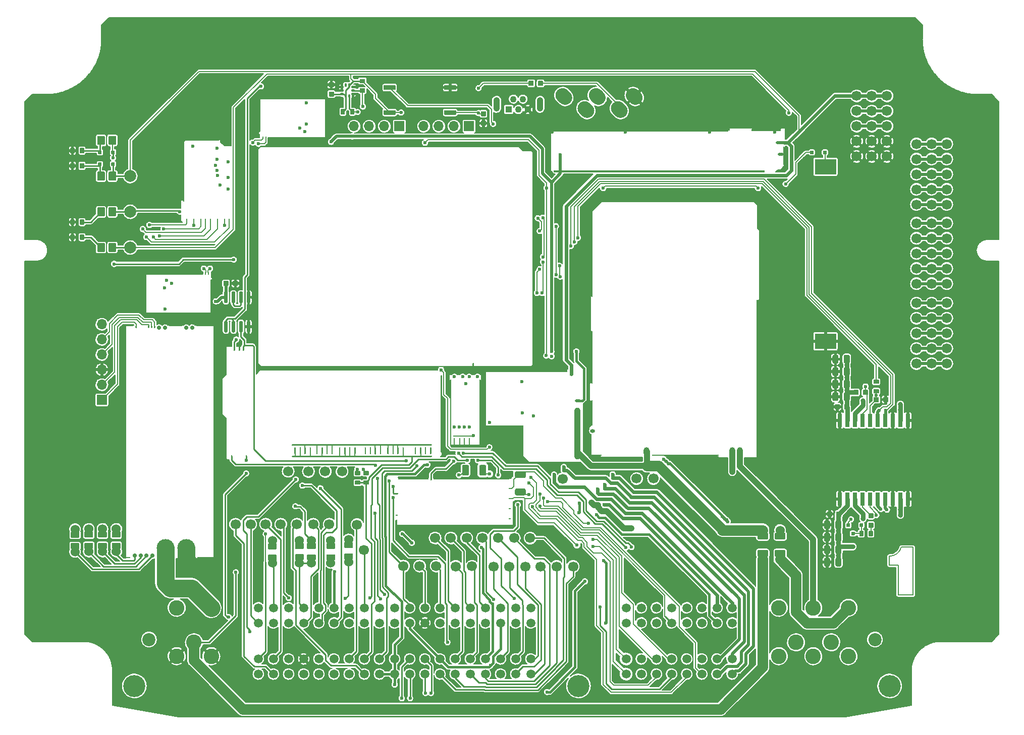
<source format=gtl>
G04 #@! TF.GenerationSoftware,KiCad,Pcbnew,(5.99.0-10192-g8d0191151d)*
G04 #@! TF.CreationDate,2021-05-01T21:21:58+03:00*
G04 #@! TF.ProjectId,hellen121vag,68656c6c-656e-4313-9231-7661672e6b69,a*
G04 #@! TF.SameCoordinates,PX2b953a0PY6943058*
G04 #@! TF.FileFunction,Copper,L1,Top*
G04 #@! TF.FilePolarity,Positive*
%FSLAX46Y46*%
G04 Gerber Fmt 4.6, Leading zero omitted, Abs format (unit mm)*
G04 Created by KiCad (PCBNEW (5.99.0-10192-g8d0191151d)) date 2021-05-01 21:21:58*
%MOMM*%
%LPD*%
G01*
G04 APERTURE LIST*
G04 #@! TA.AperFunction,EtchedComponent*
%ADD10C,0.200000*%
G04 #@! TD*
G04 #@! TA.AperFunction,ComponentPad*
%ADD11C,3.700000*%
G04 #@! TD*
G04 #@! TA.AperFunction,ComponentPad*
%ADD12C,2.200000*%
G04 #@! TD*
G04 #@! TA.AperFunction,ComponentPad*
%ADD13C,2.600000*%
G04 #@! TD*
G04 #@! TA.AperFunction,ComponentPad*
%ADD14C,1.500000*%
G04 #@! TD*
G04 #@! TA.AperFunction,ComponentPad*
%ADD15C,1.700000*%
G04 #@! TD*
G04 #@! TA.AperFunction,SMDPad,CuDef*
%ADD16O,0.499999X0.250000*%
G04 #@! TD*
G04 #@! TA.AperFunction,SMDPad,CuDef*
%ADD17O,9.800001X0.399999*%
G04 #@! TD*
G04 #@! TA.AperFunction,SMDPad,CuDef*
%ADD18O,11.100001X0.200000*%
G04 #@! TD*
G04 #@! TA.AperFunction,SMDPad,CuDef*
%ADD19O,0.200000X6.799999*%
G04 #@! TD*
G04 #@! TA.AperFunction,SMDPad,CuDef*
%ADD20O,0.200000X5.669999*%
G04 #@! TD*
G04 #@! TA.AperFunction,SMDPad,CuDef*
%ADD21O,0.250000X0.499999*%
G04 #@! TD*
G04 #@! TA.AperFunction,ComponentPad*
%ADD22C,0.599999*%
G04 #@! TD*
G04 #@! TA.AperFunction,SMDPad,CuDef*
%ADD23O,5.800001X0.250000*%
G04 #@! TD*
G04 #@! TA.AperFunction,SMDPad,CuDef*
%ADD24O,0.250000X10.200000*%
G04 #@! TD*
G04 #@! TA.AperFunction,SMDPad,CuDef*
%ADD25O,0.200000X0.399999*%
G04 #@! TD*
G04 #@! TA.AperFunction,SMDPad,CuDef*
%ADD26O,11.324999X0.200000*%
G04 #@! TD*
G04 #@! TA.AperFunction,SMDPad,CuDef*
%ADD27O,0.200000X14.399999*%
G04 #@! TD*
G04 #@! TA.AperFunction,SMDPad,CuDef*
%ADD28O,0.200000X3.600000*%
G04 #@! TD*
G04 #@! TA.AperFunction,SMDPad,CuDef*
%ADD29O,0.200000X4.249999*%
G04 #@! TD*
G04 #@! TA.AperFunction,SMDPad,CuDef*
%ADD30O,0.200000X4.149999*%
G04 #@! TD*
G04 #@! TA.AperFunction,SMDPad,CuDef*
%ADD31O,0.200000X8.824999*%
G04 #@! TD*
G04 #@! TA.AperFunction,SMDPad,CuDef*
%ADD32O,0.200000X25.849999*%
G04 #@! TD*
G04 #@! TA.AperFunction,SMDPad,CuDef*
%ADD33O,1.699999X0.200000*%
G04 #@! TD*
G04 #@! TA.AperFunction,SMDPad,CuDef*
%ADD34O,25.699999X0.200000*%
G04 #@! TD*
G04 #@! TA.AperFunction,SMDPad,CuDef*
%ADD35O,1.000001X1.500000*%
G04 #@! TD*
G04 #@! TA.AperFunction,SMDPad,CuDef*
%ADD36O,0.800001X0.599999*%
G04 #@! TD*
G04 #@! TA.AperFunction,ComponentPad*
%ADD37C,1.524000*%
G04 #@! TD*
G04 #@! TA.AperFunction,SMDPad,CuDef*
%ADD38R,0.203200X1.524000*%
G04 #@! TD*
G04 #@! TA.AperFunction,SMDPad,CuDef*
%ADD39C,2.000000*%
G04 #@! TD*
G04 #@! TA.AperFunction,ComponentPad*
%ADD40C,0.700000*%
G04 #@! TD*
G04 #@! TA.AperFunction,SMDPad,CuDef*
%ADD41C,3.000000*%
G04 #@! TD*
G04 #@! TA.AperFunction,SMDPad,CuDef*
%ADD42R,0.950000X0.250000*%
G04 #@! TD*
G04 #@! TA.AperFunction,SMDPad,CuDef*
%ADD43R,2.950000X0.250000*%
G04 #@! TD*
G04 #@! TA.AperFunction,SMDPad,CuDef*
%ADD44R,3.100000X0.250000*%
G04 #@! TD*
G04 #@! TA.AperFunction,SMDPad,CuDef*
%ADD45R,0.250000X39.250000*%
G04 #@! TD*
G04 #@! TA.AperFunction,SMDPad,CuDef*
%ADD46R,2.250000X0.250000*%
G04 #@! TD*
G04 #@! TA.AperFunction,SMDPad,CuDef*
%ADD47R,1.450000X0.250000*%
G04 #@! TD*
G04 #@! TA.AperFunction,SMDPad,CuDef*
%ADD48R,0.800000X2.200000*%
G04 #@! TD*
G04 #@! TA.AperFunction,SMDPad,CuDef*
%ADD49R,2.032000X5.080000*%
G04 #@! TD*
G04 #@! TA.AperFunction,SMDPad,CuDef*
%ADD50R,11.430000X7.620000*%
G04 #@! TD*
G04 #@! TA.AperFunction,SMDPad,CuDef*
%ADD51R,3.600000X2.600000*%
G04 #@! TD*
G04 #@! TA.AperFunction,SMDPad,CuDef*
%ADD52O,0.500000X0.250000*%
G04 #@! TD*
G04 #@! TA.AperFunction,SMDPad,CuDef*
%ADD53O,0.200000X1.000000*%
G04 #@! TD*
G04 #@! TA.AperFunction,SMDPad,CuDef*
%ADD54O,17.600000X0.200000*%
G04 #@! TD*
G04 #@! TA.AperFunction,SMDPad,CuDef*
%ADD55O,5.200000X0.200000*%
G04 #@! TD*
G04 #@! TA.AperFunction,SMDPad,CuDef*
%ADD56O,12.800000X0.200000*%
G04 #@! TD*
G04 #@! TA.AperFunction,SMDPad,CuDef*
%ADD57O,0.250000X0.500000*%
G04 #@! TD*
G04 #@! TA.AperFunction,ComponentPad*
%ADD58R,1.700000X1.700000*%
G04 #@! TD*
G04 #@! TA.AperFunction,ComponentPad*
%ADD59O,1.700000X1.700000*%
G04 #@! TD*
G04 #@! TA.AperFunction,SMDPad,CuDef*
%ADD60O,0.200000X11.100000*%
G04 #@! TD*
G04 #@! TA.AperFunction,SMDPad,CuDef*
%ADD61O,5.100000X0.200000*%
G04 #@! TD*
G04 #@! TA.AperFunction,SMDPad,CuDef*
%ADD62O,0.200000X0.950000*%
G04 #@! TD*
G04 #@! TA.AperFunction,ComponentPad*
%ADD63C,0.600000*%
G04 #@! TD*
G04 #@! TA.AperFunction,SMDPad,CuDef*
%ADD64O,3.500000X0.200000*%
G04 #@! TD*
G04 #@! TA.AperFunction,SMDPad,CuDef*
%ADD65O,0.200000X3.099999*%
G04 #@! TD*
G04 #@! TA.AperFunction,SMDPad,CuDef*
%ADD66O,1.000001X0.499999*%
G04 #@! TD*
G04 #@! TA.AperFunction,SMDPad,CuDef*
%ADD67O,5.000000X0.399999*%
G04 #@! TD*
G04 #@! TA.AperFunction,SMDPad,CuDef*
%ADD68O,0.399999X7.200001*%
G04 #@! TD*
G04 #@! TA.AperFunction,SMDPad,CuDef*
%ADD69O,30.000001X0.399999*%
G04 #@! TD*
G04 #@! TA.AperFunction,SMDPad,CuDef*
%ADD70O,35.400000X0.399999*%
G04 #@! TD*
G04 #@! TA.AperFunction,SMDPad,CuDef*
%ADD71O,0.499999X2.999999*%
G04 #@! TD*
G04 #@! TA.AperFunction,SMDPad,CuDef*
%ADD72O,1.000001X8.744829*%
G04 #@! TD*
G04 #@! TA.AperFunction,SMDPad,CuDef*
%ADD73O,0.200000X9.199999*%
G04 #@! TD*
G04 #@! TA.AperFunction,SMDPad,CuDef*
%ADD74O,0.399999X5.399999*%
G04 #@! TD*
G04 #@! TA.AperFunction,SMDPad,CuDef*
%ADD75O,9.000000X0.399999*%
G04 #@! TD*
G04 #@! TA.AperFunction,SMDPad,CuDef*
%ADD76O,6.500000X0.200000*%
G04 #@! TD*
G04 #@! TA.AperFunction,SMDPad,CuDef*
%ADD77O,0.200000X0.499999*%
G04 #@! TD*
G04 #@! TA.AperFunction,SMDPad,CuDef*
%ADD78O,13.800000X0.200000*%
G04 #@! TD*
G04 #@! TA.AperFunction,ComponentPad*
%ADD79R,1.100000X1.100000*%
G04 #@! TD*
G04 #@! TA.AperFunction,ComponentPad*
%ADD80C,1.100000*%
G04 #@! TD*
G04 #@! TA.AperFunction,ComponentPad*
%ADD81O,1.100000X2.400000*%
G04 #@! TD*
G04 #@! TA.AperFunction,ViaPad*
%ADD82C,0.600000*%
G04 #@! TD*
G04 #@! TA.AperFunction,ViaPad*
%ADD83C,2.000000*%
G04 #@! TD*
G04 #@! TA.AperFunction,ViaPad*
%ADD84C,0.800000*%
G04 #@! TD*
G04 #@! TA.AperFunction,Conductor*
%ADD85C,0.400000*%
G04 #@! TD*
G04 #@! TA.AperFunction,Conductor*
%ADD86C,0.500000*%
G04 #@! TD*
G04 #@! TA.AperFunction,Conductor*
%ADD87C,0.254000*%
G04 #@! TD*
G04 #@! TA.AperFunction,Conductor*
%ADD88C,0.600000*%
G04 #@! TD*
G04 #@! TA.AperFunction,Conductor*
%ADD89C,0.200000*%
G04 #@! TD*
G04 #@! TA.AperFunction,Conductor*
%ADD90C,3.000000*%
G04 #@! TD*
G04 #@! TA.AperFunction,Conductor*
%ADD91C,1.778000*%
G04 #@! TD*
G04 #@! TA.AperFunction,Conductor*
%ADD92C,1.000000*%
G04 #@! TD*
G04 #@! TA.AperFunction,Conductor*
%ADD93C,0.800000*%
G04 #@! TD*
G04 APERTURE END LIST*
D10*
G04 #@! TO.C,G6*
X149300000Y28800000D02*
X147300000Y28800000D01*
X146800000Y25800000D02*
X146800000Y20800000D01*
X149300000Y20800000D02*
X149300000Y28800000D01*
X146800000Y20800000D02*
X149300000Y20800000D01*
X145300000Y25800000D02*
X146800000Y25800000D01*
X145300000Y25800000D02*
X145300000Y27300000D01*
X147299999Y28800000D02*
G75*
G02*
X145300000Y27300000I-1921600J478801D01*
G01*
G04 #@! TD*
D11*
G04 #@! TO.P,P1,*
G04 #@! TO.N,*
X145348000Y5492000D03*
X18648000Y5492000D03*
X93148000Y5492000D03*
D12*
X142898000Y13292000D03*
X21098000Y13292000D03*
D13*
G04 #@! TO.P,P1,1,1*
G04 #@! TO.N,GND*
X25748000Y10492000D03*
G04 #@! TO.P,P1,2,2*
X31548000Y10492000D03*
G04 #@! TO.P,P1,3,3*
G04 #@! TO.N,Net-(F1-Pad1)*
X28648000Y12822000D03*
G04 #@! TO.P,P1,4,4*
G04 #@! TO.N,unconnected-(P1-Pad4)*
X25748000Y18622000D03*
G04 #@! TO.P,P1,5,5*
G04 #@! TO.N,/LSU_HEAT-*
X31548000Y18622000D03*
D14*
G04 #@! TO.P,P1,6,6*
G04 #@! TO.N,unconnected-(P1-Pad6)*
X85168000Y18622000D03*
G04 #@! TO.P,P1,7,7*
G04 #@! TO.N,/OUT_IGN2*
X82628000Y18622000D03*
G04 #@! TO.P,P1,8,8*
G04 #@! TO.N,/OUT_IGN7*
X80088000Y18622000D03*
G04 #@! TO.P,P1,9,9*
G04 #@! TO.N,Net-(P1-Pad9)*
X77548000Y18622000D03*
G04 #@! TO.P,P1,10,10*
G04 #@! TO.N,Net-(P1-Pad10)*
X75008000Y18622000D03*
G04 #@! TO.P,P1,11,11*
G04 #@! TO.N,Net-(P1-Pad11)*
X72468000Y18622000D03*
G04 #@! TO.P,P1,12,12*
G04 #@! TO.N,Net-(P1-Pad12)*
X69928000Y18622000D03*
G04 #@! TO.P,P1,13,13*
G04 #@! TO.N,Net-(P1-Pad13)*
X67388000Y18622000D03*
G04 #@! TO.P,P1,14,14*
G04 #@! TO.N,/IN_AFR*
X64848000Y18622000D03*
G04 #@! TO.P,P1,15,15*
G04 #@! TO.N,unconnected-(P1-Pad15)*
X62308000Y18622000D03*
G04 #@! TO.P,P1,16,16*
G04 #@! TO.N,unconnected-(P1-Pad16)*
X59768000Y18622000D03*
G04 #@! TO.P,P1,17,17*
G04 #@! TO.N,Net-(P1-Pad17)*
X57228000Y18622000D03*
G04 #@! TO.P,P1,18,18*
G04 #@! TO.N,/OUT_VVT2_B1*
X54688000Y18622000D03*
G04 #@! TO.P,P1,19,19*
G04 #@! TO.N,/OUT_INJ7*
X52148000Y18622000D03*
G04 #@! TO.P,P1,20,20*
G04 #@! TO.N,Net-(P1-Pad20)*
X49608000Y18622000D03*
G04 #@! TO.P,P1,21,21*
G04 #@! TO.N,Net-(P1-Pad21)*
X47068000Y18622000D03*
G04 #@! TO.P,P1,22,22*
G04 #@! TO.N,/OUT_VVT1_1*
X44528000Y18622000D03*
G04 #@! TO.P,P1,23,23*
G04 #@! TO.N,Net-(P1-Pad23)*
X41988000Y18622000D03*
G04 #@! TO.P,P1,24,24*
G04 #@! TO.N,/OUT_INJ8*
X39448000Y18622000D03*
G04 #@! TO.P,P1,25,25*
G04 #@! TO.N,unconnected-(P1-Pad25)*
X85168000Y16082000D03*
G04 #@! TO.P,P1,26,26*
G04 #@! TO.N,/IN_IAT*
X82628000Y16082000D03*
G04 #@! TO.P,P1,27,27*
G04 #@! TO.N,GNDA*
X80088000Y16082000D03*
G04 #@! TO.P,P1,28,28*
G04 #@! TO.N,Net-(P1-Pad28)*
X77548000Y16082000D03*
G04 #@! TO.P,P1,29,29*
G04 #@! TO.N,/IN_MAF*
X75008000Y16082000D03*
G04 #@! TO.P,P1,30,30*
G04 #@! TO.N,unconnected-(P1-Pad30)*
X72468000Y16082000D03*
G04 #@! TO.P,P1,31,31*
G04 #@! TO.N,unconnected-(P1-Pad31)*
X69928000Y16082000D03*
G04 #@! TO.P,P1,32,32*
G04 #@! TO.N,GND*
X67388000Y16082000D03*
G04 #@! TO.P,P1,33,33*
G04 #@! TO.N,GNDA*
X64848000Y16082000D03*
G04 #@! TO.P,P1,34,34*
G04 #@! TO.N,/IN_PPS1*
X62308000Y16082000D03*
G04 #@! TO.P,P1,35,35*
G04 #@! TO.N,/IN_PPS2*
X59768000Y16082000D03*
G04 #@! TO.P,P1,36,36*
G04 #@! TO.N,GNDA*
X57228000Y16082000D03*
G04 #@! TO.P,P1,37,37*
G04 #@! TO.N,Net-(P1-Pad37)*
X54688000Y16082000D03*
G04 #@! TO.P,P1,38,38*
G04 #@! TO.N,/IN_RES1*
X52148000Y16082000D03*
G04 #@! TO.P,P1,39,39*
G04 #@! TO.N,/IN_RES2*
X49608000Y16082000D03*
G04 #@! TO.P,P1,40,40*
G04 #@! TO.N,Net-(P1-Pad40)*
X47068000Y16082000D03*
G04 #@! TO.P,P1,41,41*
G04 #@! TO.N,Net-(P1-Pad41)*
X44528000Y16082000D03*
G04 #@! TO.P,P1,42,42*
G04 #@! TO.N,unconnected-(P1-Pad42)*
X41988000Y16082000D03*
G04 #@! TO.P,P1,43,43*
G04 #@! TO.N,Net-(P1-Pad43)*
X39448000Y16082000D03*
G04 #@! TO.P,P1,44,44*
G04 #@! TO.N,Net-(P1-Pad44)*
X85168000Y10032000D03*
G04 #@! TO.P,P1,45,45*
G04 #@! TO.N,Net-(P1-Pad45)*
X82628000Y10032000D03*
G04 #@! TO.P,P1,46,46*
G04 #@! TO.N,Net-(P1-Pad46)*
X80088000Y10032000D03*
G04 #@! TO.P,P1,47,47*
G04 #@! TO.N,/OUT_CE*
X77548000Y10032000D03*
G04 #@! TO.P,P1,48,48*
G04 #@! TO.N,Net-(P1-Pad48)*
X75008000Y10032000D03*
G04 #@! TO.P,P1,49,49*
G04 #@! TO.N,Net-(P1-Pad49)*
X72468000Y10032000D03*
G04 #@! TO.P,P1,50,50*
G04 #@! TO.N,GNDA*
X69928000Y10032000D03*
G04 #@! TO.P,P1,51,51*
G04 #@! TO.N,Net-(P1-Pad51)*
X67388000Y10032000D03*
G04 #@! TO.P,P1,52,52*
G04 #@! TO.N,Net-(P1-Pad52)*
X64848000Y10032000D03*
G04 #@! TO.P,P1,53,53*
G04 #@! TO.N,+5VA*
X62308000Y10032000D03*
G04 #@! TO.P,P1,54,54*
G04 #@! TO.N,/IN_VSS*
X59768000Y10032000D03*
G04 #@! TO.P,P1,55,55*
G04 #@! TO.N,/IN_D1*
X57228000Y10032000D03*
G04 #@! TO.P,P1,56,56*
G04 #@! TO.N,Net-(P1-Pad56)*
X54688000Y10032000D03*
G04 #@! TO.P,P1,57,57*
G04 #@! TO.N,/IN_D2*
X52148000Y10032000D03*
G04 #@! TO.P,P1,58,58*
G04 #@! TO.N,/CAN-*
X49608000Y10032000D03*
G04 #@! TO.P,P1,59,59*
G04 #@! TO.N,GND*
X47068000Y10032000D03*
G04 #@! TO.P,P1,60,60*
G04 #@! TO.N,/CAN+*
X44528000Y10032000D03*
G04 #@! TO.P,P1,61,61*
G04 #@! TO.N,Net-(P1-Pad61)*
X41988000Y10032000D03*
G04 #@! TO.P,P1,62,62*
G04 #@! TO.N,/V12_PERM*
X39448000Y10032000D03*
G04 #@! TO.P,P1,63,63*
G04 #@! TO.N,Net-(P1-Pad63)*
X85168000Y7492000D03*
G04 #@! TO.P,P1,64,64*
G04 #@! TO.N,Net-(P1-Pad64)*
X82628000Y7492000D03*
G04 #@! TO.P,P1,65,65*
G04 #@! TO.N,/OUT_PUMP*
X80088000Y7492000D03*
G04 #@! TO.P,P1,66,66*
G04 #@! TO.N,Net-(P1-Pad66)*
X77548000Y7492000D03*
G04 #@! TO.P,P1,67,67*
G04 #@! TO.N,Net-(P1-Pad67)*
X75008000Y7492000D03*
G04 #@! TO.P,P1,68,68*
G04 #@! TO.N,Net-(P1-Pad68)*
X72468000Y7492000D03*
G04 #@! TO.P,P1,69,69*
G04 #@! TO.N,Net-(P1-Pad69)*
X69928000Y7492000D03*
G04 #@! TO.P,P1,70,70*
G04 #@! TO.N,Net-(P1-Pad70)*
X67388000Y7492000D03*
G04 #@! TO.P,P1,71,71*
G04 #@! TO.N,Net-(P1-Pad71)*
X64848000Y7492000D03*
G04 #@! TO.P,P1,72,72*
G04 #@! TO.N,+5VA*
X62308000Y7492000D03*
G04 #@! TO.P,P1,73,73*
X59768000Y7492000D03*
G04 #@! TO.P,P1,74,74*
G04 #@! TO.N,Net-(P1-Pad74)*
X57228000Y7492000D03*
G04 #@! TO.P,P1,75,75*
G04 #@! TO.N,/IN_D3*
X54688000Y7492000D03*
G04 #@! TO.P,P1,76,76*
G04 #@! TO.N,/IN_D4*
X52148000Y7492000D03*
G04 #@! TO.P,P1,77,77*
G04 #@! TO.N,unconnected-(P1-Pad77)*
X49608000Y7492000D03*
G04 #@! TO.P,P1,78,78*
G04 #@! TO.N,unconnected-(P1-Pad78)*
X47068000Y7492000D03*
G04 #@! TO.P,P1,79,79*
G04 #@! TO.N,unconnected-(P1-Pad79)*
X44528000Y7492000D03*
G04 #@! TO.P,P1,80,80*
G04 #@! TO.N,Net-(P1-Pad80)*
X41988000Y7492000D03*
G04 #@! TO.P,P1,81,81*
G04 #@! TO.N,/OUT_FUEL_CONSUM*
X39448000Y7492000D03*
G04 #@! TO.P,P1,82,82*
G04 #@! TO.N,/IN_CRANK+*
X101138000Y7492000D03*
G04 #@! TO.P,P1,83,83*
G04 #@! TO.N,+5VA*
X103678000Y7492000D03*
G04 #@! TO.P,P1,84,84*
G04 #@! TO.N,/IN_TPS2*
X106218000Y7492000D03*
G04 #@! TO.P,P1,85,85*
G04 #@! TO.N,/IN_IAT*
X108758000Y7492000D03*
G04 #@! TO.P,P1,86,86*
G04 #@! TO.N,/IN_CAM1*
X111298000Y7492000D03*
G04 #@! TO.P,P1,87,87*
G04 #@! TO.N,/IN_CAM2*
X113838000Y7492000D03*
G04 #@! TO.P,P1,88,88*
G04 #@! TO.N,/OUT_INJ4*
X116378000Y7492000D03*
G04 #@! TO.P,P1,89,89*
G04 #@! TO.N,/OUT_INJ2*
X118918000Y7492000D03*
G04 #@! TO.P,P1,90,90*
G04 #@! TO.N,/IN_CRANK-*
X101138000Y10032000D03*
G04 #@! TO.P,P1,91,91*
G04 #@! TO.N,GNDA*
X103678000Y10032000D03*
G04 #@! TO.P,P1,92,92*
G04 #@! TO.N,/IN_TPS1*
X106218000Y10032000D03*
G04 #@! TO.P,P1,93,93*
G04 #@! TO.N,/IN_CLT*
X108758000Y10032000D03*
G04 #@! TO.P,P1,94,94*
G04 #@! TO.N,/OUT_IGN4*
X111298000Y10032000D03*
G04 #@! TO.P,P1,95,95*
G04 #@! TO.N,/OUT_IGN8*
X113838000Y10032000D03*
G04 #@! TO.P,P1,96,96*
G04 #@! TO.N,/OUT_INJ1*
X116378000Y10032000D03*
G04 #@! TO.P,P1,97,97*
G04 #@! TO.N,/OUT_INJ3*
X118918000Y10032000D03*
G04 #@! TO.P,P1,98,98*
G04 #@! TO.N,+5VA*
X101138000Y16082000D03*
G04 #@! TO.P,P1,99,99*
G04 #@! TO.N,GNDA*
X103678000Y16082000D03*
G04 #@! TO.P,P1,100,100*
G04 #@! TO.N,unconnected-(P1-Pad100)*
X106218000Y16082000D03*
G04 #@! TO.P,P1,101,101*
G04 #@! TO.N,/IN_MAP2*
X108758000Y16082000D03*
G04 #@! TO.P,P1,102,102*
G04 #@! TO.N,/OUT_IGN1*
X111298000Y16082000D03*
G04 #@! TO.P,P1,103,103*
G04 #@! TO.N,/OUT_IGN5*
X113838000Y16082000D03*
G04 #@! TO.P,P1,104,104*
G04 #@! TO.N,/OUT_WASTEGATE*
X116378000Y16082000D03*
G04 #@! TO.P,P1,105,105*
G04 #@! TO.N,/OUT_IDLE*
X118918000Y16082000D03*
G04 #@! TO.P,P1,106,106*
G04 #@! TO.N,/IN_KNOCK1_RAW*
X101138000Y18622000D03*
G04 #@! TO.P,P1,107,107*
G04 #@! TO.N,/IN_KNOCK2_RAW*
X103678000Y18622000D03*
G04 #@! TO.P,P1,108,108*
G04 #@! TO.N,GNDA*
X106218000Y18622000D03*
G04 #@! TO.P,P1,109,109*
G04 #@! TO.N,unconnected-(P1-Pad109)*
X108758000Y18622000D03*
G04 #@! TO.P,P1,110,110*
G04 #@! TO.N,/OUT_IGN6*
X111298000Y18622000D03*
G04 #@! TO.P,P1,111,111*
G04 #@! TO.N,/OUT_IGN3*
X113838000Y18622000D03*
G04 #@! TO.P,P1,112,112*
G04 #@! TO.N,/OUT_INJ6*
X116378000Y18622000D03*
G04 #@! TO.P,P1,113,113*
G04 #@! TO.N,/OUT_INJ5*
X118918000Y18622000D03*
D13*
G04 #@! TO.P,P1,114,114*
G04 #@! TO.N,unconnected-(P1-Pad114)*
X126748000Y10492000D03*
G04 #@! TO.P,P1,115,115*
G04 #@! TO.N,/OUT_VVT1_2*
X132548000Y10492000D03*
G04 #@! TO.P,P1,116,116*
G04 #@! TO.N,unconnected-(P1-Pad116)*
X138448000Y10492000D03*
G04 #@! TO.P,P1,117,117*
G04 #@! TO.N,/+ETB_OUT*
X129648000Y12822000D03*
G04 #@! TO.P,P1,118,118*
G04 #@! TO.N,/-ETB_OUT*
X135548000Y12822000D03*
G04 #@! TO.P,P1,119,119*
G04 #@! TO.N,unconnected-(P1-Pad119)*
X126748000Y18622000D03*
G04 #@! TO.P,P1,120,120*
G04 #@! TO.N,/OUT_VVT2_B2*
X132548000Y18622000D03*
G04 #@! TO.P,P1,121,121*
G04 #@! TO.N,Net-(F2-Pad1)*
X138448000Y18622000D03*
G04 #@! TD*
G04 #@! TO.P,M3,S2,GND*
G04 #@! TO.N,GND*
G04 #@! TA.AperFunction,SMDPad,CuDef*
G36*
G01*
X85490535Y95076922D02*
X85243047Y95324410D01*
G75*
G02*
X85243047Y95465832I70711J70711D01*
G01*
X85243047Y95465832D01*
G75*
G02*
X85384469Y95465832I70711J-70711D01*
G01*
X85631957Y95218344D01*
G75*
G02*
X85631957Y95076922I-70711J-70711D01*
G01*
X85631957Y95076922D01*
G75*
G02*
X85490535Y95076922I-70711J70711D01*
G01*
G37*
G04 #@! TD.AperFunction*
G04 #@! TA.AperFunction,SMDPad,CuDef*
G36*
G01*
X39827908Y96221377D02*
X83127908Y96221377D01*
G75*
G02*
X83227908Y96121377I0J-100000D01*
G01*
X83227908Y96121377D01*
G75*
G02*
X83127908Y96021377I-100000J0D01*
G01*
X39827908Y96021377D01*
G75*
G02*
X39727908Y96121377I0J100000D01*
G01*
X39727908Y96121377D01*
G75*
G02*
X39827908Y96221377I100000J0D01*
G01*
G37*
G04 #@! TD.AperFunction*
G04 #@! TA.AperFunction,SMDPad,CuDef*
G36*
G01*
X75642499Y59646377D02*
X75642499Y59196377D01*
G75*
G02*
X75517499Y59071377I-125000J0D01*
G01*
X75517499Y59071377D01*
G75*
G02*
X75392499Y59196377I0J125000D01*
G01*
X75392499Y59646377D01*
G75*
G02*
X75517499Y59771377I125000J0D01*
G01*
X75517499Y59771377D01*
G75*
G02*
X75642499Y59646377I0J-125000D01*
G01*
G37*
G04 #@! TD.AperFunction*
G04 #@! TA.AperFunction,SMDPad,CuDef*
G36*
G01*
X85662499Y95146380D02*
X85662499Y59446380D01*
G75*
G02*
X85562499Y59346380I-100000J0D01*
G01*
X85562499Y59346380D01*
G75*
G02*
X85462499Y59446380I0J100000D01*
G01*
X85462499Y95146380D01*
G75*
G02*
X85562499Y95246380I100000J0D01*
G01*
X85562499Y95246380D01*
G75*
G02*
X85662499Y95146380I0J-100000D01*
G01*
G37*
G04 #@! TD.AperFunction*
G04 #@! TA.AperFunction,SMDPad,CuDef*
G36*
G01*
X83887501Y95496377D02*
X85287501Y95496377D01*
G75*
G02*
X85387501Y95396377I0J-100000D01*
G01*
X85387501Y95396377D01*
G75*
G02*
X85287501Y95296377I-100000J0D01*
G01*
X83887501Y95296377D01*
G75*
G02*
X83787501Y95396377I0J100000D01*
G01*
X83787501Y95396377D01*
G75*
G02*
X83887501Y95496377I100000J0D01*
G01*
G37*
G04 #@! TD.AperFunction*
G04 #@! TA.AperFunction,SMDPad,CuDef*
G36*
G01*
X39459082Y59766214D02*
X39982342Y59242954D01*
G75*
G02*
X39982342Y59101532I-70711J-70711D01*
G01*
X39982342Y59101532D01*
G75*
G02*
X39840920Y59101532I-70711J70711D01*
G01*
X39317660Y59624792D01*
G75*
G02*
X39317660Y59766214I70711J70711D01*
G01*
X39317660Y59766214D01*
G75*
G02*
X39459082Y59766214I70711J-70711D01*
G01*
G37*
G04 #@! TD.AperFunction*
G04 #@! TA.AperFunction,SMDPad,CuDef*
G36*
G01*
X39320067Y95764551D02*
X39744331Y96188815D01*
G75*
G02*
X39885753Y96188815I70711J-70711D01*
G01*
X39885753Y96188815D01*
G75*
G02*
X39885753Y96047393I-70711J-70711D01*
G01*
X39461489Y95623129D01*
G75*
G02*
X39320067Y95623129I-70711J70711D01*
G01*
X39320067Y95623129D01*
G75*
G02*
X39320067Y95764551I70711J70711D01*
G01*
G37*
G04 #@! TD.AperFunction*
G04 #@! TA.AperFunction,SMDPad,CuDef*
G36*
G01*
X85630058Y59372516D02*
X85361358Y59103816D01*
G75*
G02*
X85219936Y59103816I-70711J70711D01*
G01*
X85219936Y59103816D01*
G75*
G02*
X85219936Y59245238I70711J70711D01*
G01*
X85488636Y59513938D01*
G75*
G02*
X85630058Y59513938I70711J-70711D01*
G01*
X85630058Y59513938D01*
G75*
G02*
X85630058Y59372516I-70711J-70711D01*
G01*
G37*
G04 #@! TD.AperFunction*
G04 #@! TA.AperFunction,SMDPad,CuDef*
G36*
G01*
X83782845Y95334614D02*
X83075739Y96041720D01*
G75*
G02*
X83075739Y96183142I70711J70711D01*
G01*
X83075739Y96183142D01*
G75*
G02*
X83217161Y96183142I70711J-70711D01*
G01*
X83924267Y95476036D01*
G75*
G02*
X83924267Y95334614I-70711J-70711D01*
G01*
X83924267Y95334614D01*
G75*
G02*
X83782845Y95334614I-70711J70711D01*
G01*
G37*
G04 #@! TD.AperFunction*
G04 #@! TA.AperFunction,SMDPad,CuDef*
G36*
G01*
X39912499Y59271374D02*
X85312499Y59271374D01*
G75*
G02*
X85412499Y59171374I0J-100000D01*
G01*
X85412499Y59171374D01*
G75*
G02*
X85312499Y59071374I-100000J0D01*
G01*
X39912499Y59071374D01*
G75*
G02*
X39812499Y59171374I0J100000D01*
G01*
X39812499Y59171374D01*
G75*
G02*
X39912499Y59271374I100000J0D01*
G01*
G37*
G04 #@! TD.AperFunction*
G04 #@! TA.AperFunction,SMDPad,CuDef*
G36*
G01*
X39487502Y95688468D02*
X39487502Y59698468D01*
G75*
G02*
X39387502Y59598468I-100000J0D01*
G01*
X39387502Y59598468D01*
G75*
G02*
X39287502Y59698468I0J100000D01*
G01*
X39287502Y95688468D01*
G75*
G02*
X39387502Y95788468I100000J0D01*
G01*
X39387502Y95788468D01*
G75*
G02*
X39487502Y95688468I0J-100000D01*
G01*
G37*
G04 #@! TD.AperFunction*
G04 #@! TD*
G04 #@! TO.P,U3,1*
G04 #@! TO.N,Net-(C17-Pad2)*
G04 #@! TA.AperFunction,SMDPad,CuDef*
G36*
G01*
X34145000Y64850000D02*
X33845000Y64850000D01*
G75*
G02*
X33695000Y65000000I0J150000D01*
G01*
X33695000Y66650000D01*
G75*
G02*
X33845000Y66800000I150000J0D01*
G01*
X34145000Y66800000D01*
G75*
G02*
X34295000Y66650000I0J-150000D01*
G01*
X34295000Y65000000D01*
G75*
G02*
X34145000Y64850000I-150000J0D01*
G01*
G37*
G04 #@! TD.AperFunction*
G04 #@! TO.P,U3,2,-*
G04 #@! TA.AperFunction,SMDPad,CuDef*
G36*
G01*
X35415000Y64850000D02*
X35115000Y64850000D01*
G75*
G02*
X34965000Y65000000I0J150000D01*
G01*
X34965000Y66650000D01*
G75*
G02*
X35115000Y66800000I150000J0D01*
G01*
X35415000Y66800000D01*
G75*
G02*
X35565000Y66650000I0J-150000D01*
G01*
X35565000Y65000000D01*
G75*
G02*
X35415000Y64850000I-150000J0D01*
G01*
G37*
G04 #@! TD.AperFunction*
G04 #@! TO.P,U3,3,+*
G04 #@! TO.N,/IN_KNOCK1*
G04 #@! TA.AperFunction,SMDPad,CuDef*
G36*
G01*
X36685000Y64850000D02*
X36385000Y64850000D01*
G75*
G02*
X36235000Y65000000I0J150000D01*
G01*
X36235000Y66650000D01*
G75*
G02*
X36385000Y66800000I150000J0D01*
G01*
X36685000Y66800000D01*
G75*
G02*
X36835000Y66650000I0J-150000D01*
G01*
X36835000Y65000000D01*
G75*
G02*
X36685000Y64850000I-150000J0D01*
G01*
G37*
G04 #@! TD.AperFunction*
G04 #@! TO.P,U3,4,V-*
G04 #@! TO.N,GND*
G04 #@! TA.AperFunction,SMDPad,CuDef*
G36*
G01*
X37955000Y64850000D02*
X37655000Y64850000D01*
G75*
G02*
X37505000Y65000000I0J150000D01*
G01*
X37505000Y66650000D01*
G75*
G02*
X37655000Y66800000I150000J0D01*
G01*
X37955000Y66800000D01*
G75*
G02*
X38105000Y66650000I0J-150000D01*
G01*
X38105000Y65000000D01*
G75*
G02*
X37955000Y64850000I-150000J0D01*
G01*
G37*
G04 #@! TD.AperFunction*
G04 #@! TO.P,U3,5,+*
G04 #@! TA.AperFunction,SMDPad,CuDef*
G36*
G01*
X37955000Y69800000D02*
X37655000Y69800000D01*
G75*
G02*
X37505000Y69950000I0J150000D01*
G01*
X37505000Y71600000D01*
G75*
G02*
X37655000Y71750000I150000J0D01*
G01*
X37955000Y71750000D01*
G75*
G02*
X38105000Y71600000I0J-150000D01*
G01*
X38105000Y69950000D01*
G75*
G02*
X37955000Y69800000I-150000J0D01*
G01*
G37*
G04 #@! TD.AperFunction*
G04 #@! TO.P,U3,6,-*
G04 #@! TO.N,Net-(U3-Pad6)*
G04 #@! TA.AperFunction,SMDPad,CuDef*
G36*
G01*
X36685000Y69800000D02*
X36385000Y69800000D01*
G75*
G02*
X36235000Y69950000I0J150000D01*
G01*
X36235000Y71600000D01*
G75*
G02*
X36385000Y71750000I150000J0D01*
G01*
X36685000Y71750000D01*
G75*
G02*
X36835000Y71600000I0J-150000D01*
G01*
X36835000Y69950000D01*
G75*
G02*
X36685000Y69800000I-150000J0D01*
G01*
G37*
G04 #@! TD.AperFunction*
G04 #@! TO.P,U3,7*
G04 #@! TA.AperFunction,SMDPad,CuDef*
G36*
G01*
X35415000Y69800000D02*
X35115000Y69800000D01*
G75*
G02*
X34965000Y69950000I0J150000D01*
G01*
X34965000Y71600000D01*
G75*
G02*
X35115000Y71750000I150000J0D01*
G01*
X35415000Y71750000D01*
G75*
G02*
X35565000Y71600000I0J-150000D01*
G01*
X35565000Y69950000D01*
G75*
G02*
X35415000Y69800000I-150000J0D01*
G01*
G37*
G04 #@! TD.AperFunction*
G04 #@! TO.P,U3,8,V+*
G04 #@! TO.N,+5V*
G04 #@! TA.AperFunction,SMDPad,CuDef*
G36*
G01*
X34145000Y69800000D02*
X33845000Y69800000D01*
G75*
G02*
X33695000Y69950000I0J150000D01*
G01*
X33695000Y71600000D01*
G75*
G02*
X33845000Y71750000I150000J0D01*
G01*
X34145000Y71750000D01*
G75*
G02*
X34295000Y71600000I0J-150000D01*
G01*
X34295000Y69950000D01*
G75*
G02*
X34145000Y69800000I-150000J0D01*
G01*
G37*
G04 #@! TD.AperFunction*
G04 #@! TD*
G04 #@! TO.P,C15,1*
G04 #@! TO.N,GND*
G04 #@! TA.AperFunction,SMDPad,CuDef*
G36*
G01*
X51360000Y106915001D02*
X52040000Y106915001D01*
G75*
G02*
X52125000Y106830001I0J-85000D01*
G01*
X52125000Y106150001D01*
G75*
G02*
X52040000Y106065001I-85000J0D01*
G01*
X51360000Y106065001D01*
G75*
G02*
X51275000Y106150001I0J85000D01*
G01*
X51275000Y106830001D01*
G75*
G02*
X51360000Y106915001I85000J0D01*
G01*
G37*
G04 #@! TD.AperFunction*
G04 #@! TO.P,C15,2*
G04 #@! TO.N,+3V3*
G04 #@! TA.AperFunction,SMDPad,CuDef*
G36*
G01*
X51360000Y105334999D02*
X52040000Y105334999D01*
G75*
G02*
X52125000Y105249999I0J-85000D01*
G01*
X52125000Y104569999D01*
G75*
G02*
X52040000Y104484999I-85000J0D01*
G01*
X51360000Y104484999D01*
G75*
G02*
X51275000Y104569999I0J85000D01*
G01*
X51275000Y105249999D01*
G75*
G02*
X51360000Y105334999I85000J0D01*
G01*
G37*
G04 #@! TD.AperFunction*
G04 #@! TD*
G04 #@! TO.P,C6,1*
G04 #@! TO.N,GND*
G04 #@! TA.AperFunction,SMDPad,CuDef*
G36*
G01*
X77540000Y99584999D02*
X76860000Y99584999D01*
G75*
G02*
X76775000Y99669999I0J85000D01*
G01*
X76775000Y100349999D01*
G75*
G02*
X76860000Y100434999I85000J0D01*
G01*
X77540000Y100434999D01*
G75*
G02*
X77625000Y100349999I0J-85000D01*
G01*
X77625000Y99669999D01*
G75*
G02*
X77540000Y99584999I-85000J0D01*
G01*
G37*
G04 #@! TD.AperFunction*
G04 #@! TO.P,C6,2*
G04 #@! TO.N,/NRESET*
G04 #@! TA.AperFunction,SMDPad,CuDef*
G36*
G01*
X77540000Y101165001D02*
X76860000Y101165001D01*
G75*
G02*
X76775000Y101250001I0J85000D01*
G01*
X76775000Y101930001D01*
G75*
G02*
X76860000Y102015001I85000J0D01*
G01*
X77540000Y102015001D01*
G75*
G02*
X77625000Y101930001I0J-85000D01*
G01*
X77625000Y101250001D01*
G75*
G02*
X77540000Y101165001I-85000J0D01*
G01*
G37*
G04 #@! TD.AperFunction*
G04 #@! TD*
D15*
G04 #@! TO.P,G5,1*
G04 #@! TO.N,Net-(G5-Pad1)*
X149860000Y73050000D03*
G04 #@! TO.P,G5,2*
G04 #@! TO.N,Net-(G5-Pad12)*
X149860000Y75590000D03*
G04 #@! TO.P,G5,3*
G04 #@! TO.N,Net-(G5-Pad13)*
X149860000Y78130000D03*
G04 #@! TO.P,G5,4*
G04 #@! TO.N,Net-(G5-Pad14)*
X149860000Y80670000D03*
G04 #@! TO.P,G5,5*
G04 #@! TO.N,Net-(G5-Pad10)*
X149860000Y83210000D03*
G04 #@! TO.P,G5,6*
G04 #@! TO.N,Net-(G5-Pad1)*
X152400000Y73050000D03*
G04 #@! TO.P,G5,7*
G04 #@! TO.N,Net-(G5-Pad12)*
X152400000Y75590000D03*
G04 #@! TO.P,G5,8*
G04 #@! TO.N,Net-(G5-Pad13)*
X152400000Y78130000D03*
G04 #@! TO.P,G5,9*
G04 #@! TO.N,Net-(G5-Pad14)*
X152400000Y80670000D03*
G04 #@! TO.P,G5,10*
G04 #@! TO.N,Net-(G5-Pad10)*
X152400000Y83210000D03*
G04 #@! TO.P,G5,11*
G04 #@! TO.N,Net-(G5-Pad1)*
X154940000Y73050000D03*
G04 #@! TO.P,G5,12*
G04 #@! TO.N,Net-(G5-Pad12)*
X154940000Y75590000D03*
G04 #@! TO.P,G5,13*
G04 #@! TO.N,Net-(G5-Pad13)*
X154940000Y78130000D03*
G04 #@! TO.P,G5,14*
G04 #@! TO.N,Net-(G5-Pad14)*
X154940000Y80670000D03*
G04 #@! TO.P,G5,15*
G04 #@! TO.N,Net-(G5-Pad10)*
X154940000Y83210000D03*
G04 #@! TD*
G04 #@! TO.P,V20,1,Pin_1*
G04 #@! TO.N,Net-(P1-Pad20)*
X51350000Y32650000D03*
G04 #@! TD*
G04 #@! TO.P,V9,1,Pin_1*
G04 #@! TO.N,Net-(P1-Pad9)*
X74400000Y30350000D03*
G04 #@! TD*
D16*
G04 #@! TO.P,M1,E1,GND*
G04 #@! TO.N,GND*
X50537495Y97531666D03*
D17*
X45912501Y97531666D03*
D18*
X45212500Y104131663D03*
D19*
X50712499Y100794164D03*
D20*
X39737499Y101394163D03*
D21*
G04 #@! TO.P,M1,S1,CANL*
G04 #@! TO.N,/CAN-*
X40187501Y97581664D03*
G04 #@! TO.P,M1,S2,CANH*
G04 #@! TO.N,/CAN+*
X40687502Y97581664D03*
D22*
G04 #@! TO.P,M1,V1,V5*
G04 #@! TO.N,+5V*
X47237499Y98631662D03*
G04 #@! TO.P,M1,V2,CAN_VIO*
G04 #@! TO.N,/CAN_VIO*
X46362497Y99156662D03*
G04 #@! TO.P,M1,V5,CAN_TX*
G04 #@! TO.N,/CAN_TX*
X47537501Y99906660D03*
G04 #@! TO.P,M1,V6,CAN_RX*
G04 #@! TO.N,/CAN_RX*
X47462498Y103456661D03*
G04 #@! TD*
G04 #@! TO.P,M7,G,GND*
G04 #@! TO.N,GND*
G04 #@! TA.AperFunction,SMDPad,CuDef*
G36*
G01*
X26812582Y96809391D02*
X26812582Y96809391D01*
G75*
G02*
X26812582Y96986167I88388J88388D01*
G01*
X27095424Y97269009D01*
G75*
G02*
X27272200Y97269009I88388J-88388D01*
G01*
X27272200Y97269009D01*
G75*
G02*
X27272200Y97092233I-88388J-88388D01*
G01*
X26989358Y96809391D01*
G75*
G02*
X26812582Y96809391I-88388J88388D01*
G01*
G37*
G04 #@! TD.AperFunction*
D23*
X30004887Y97189200D03*
D24*
X26892387Y91939205D03*
D25*
G04 #@! TO.P,M7,S1,OUT_IGN8*
G04 #@! TO.N,/OUT_IGN8*
X34517335Y83814583D03*
G04 #@! TO.P,M7,S2,OUT_IGN7*
G04 #@! TO.N,/OUT_IGN7*
X33757356Y83814583D03*
G04 #@! TO.P,M7,S3,OUT_IGN6*
G04 #@! TO.N,/OUT_IGN6*
X32582363Y83814583D03*
G04 #@! TO.P,M7,S4,OUT_IGN5*
G04 #@! TO.N,/OUT_IGN5*
X31407376Y83814583D03*
G04 #@! TO.P,M7,S5,OUT_IGN4*
G04 #@! TO.N,/OUT_IGN4*
X30567464Y83814583D03*
G04 #@! TO.P,M7,S6,OUT_IGN3*
G04 #@! TO.N,/OUT_IGN3*
X29817392Y83814583D03*
G04 #@! TO.P,M7,S7,OUT_IGN2*
G04 #@! TO.N,/OUT_IGN2*
X28642381Y83814583D03*
G04 #@! TO.P,M7,S8,OUT_IGN1*
G04 #@! TO.N,/OUT_IGN1*
X27467384Y83814583D03*
D22*
G04 #@! TO.P,M7,V1,IGN8*
G04 #@! TO.N,/IGN8*
X32507387Y93914190D03*
G04 #@! TO.P,M7,V2,IGN7*
G04 #@! TO.N,/IGN7*
X34342397Y93489182D03*
G04 #@! TO.P,M7,V3,IGN6*
G04 #@! TO.N,/IGN6*
X32292389Y92939185D03*
G04 #@! TO.P,M7,V4,IGN5*
G04 #@! TO.N,/IGN5*
X32507384Y92064226D03*
G04 #@! TO.P,M7,V5,IGN4*
G04 #@! TO.N,/IGN4*
X32582391Y91214203D03*
G04 #@! TO.P,M7,V6,IGN3*
G04 #@! TO.N,/IGN3*
X34342397Y90889187D03*
G04 #@! TO.P,M7,V7,IGN2*
G04 #@! TO.N,/IGN2*
X33032397Y89589220D03*
G04 #@! TO.P,M7,V8,IGN1*
G04 #@! TO.N,/IGN1*
X34342397Y88939203D03*
G04 #@! TO.P,M7,V9,VCC*
G04 #@! TO.N,/IGN_V5*
X28417382Y96114206D03*
G04 #@! TO.P,M7,V10,V33*
G04 #@! TO.N,/IGN_V33*
X32492388Y95814204D03*
G04 #@! TD*
G04 #@! TO.P,M4,E1,GND*
G04 #@! TO.N,GND*
G04 #@! TA.AperFunction,SMDPad,CuDef*
G36*
G01*
X70262499Y57591386D02*
X70262499Y44791386D01*
G75*
G02*
X70162499Y44691386I-100000J0D01*
G01*
X70162499Y44691386D01*
G75*
G02*
X70062499Y44791386I0J100000D01*
G01*
X70062499Y57591386D01*
G75*
G02*
X70162499Y57691386I100000J0D01*
G01*
X70162499Y57691386D01*
G75*
G02*
X70262499Y57591386I0J-100000D01*
G01*
G37*
G04 #@! TD.AperFunction*
G04 #@! TO.P,M4,J1,PULL_V5A*
G04 #@! TO.N,+5VA*
G04 #@! TA.AperFunction,SMDPad,CuDef*
G36*
G01*
X68482499Y45846377D02*
X45132499Y45846377D01*
G75*
G02*
X45007499Y45971377I0J125000D01*
G01*
X45007499Y45971377D01*
G75*
G02*
X45132499Y46096377I125000J0D01*
G01*
X68482499Y46096377D01*
G75*
G02*
X68607499Y45971377I0J-125000D01*
G01*
X68607499Y45971377D01*
G75*
G02*
X68482499Y45846377I-125000J0D01*
G01*
G37*
G04 #@! TD.AperFunction*
G04 #@! TO.P,M4,J2,PULL_GNDA*
G04 #@! TO.N,GNDA*
G04 #@! TA.AperFunction,SMDPad,CuDef*
G36*
G01*
X45157499Y44171414D02*
X68507499Y44171414D01*
G75*
G02*
X68632499Y44046414I0J-125000D01*
G01*
X68632499Y44046414D01*
G75*
G02*
X68507499Y43921414I-125000J0D01*
G01*
X45157499Y43921414D01*
G75*
G02*
X45032499Y44046414I0J125000D01*
G01*
X45032499Y44046414D01*
G75*
G02*
X45157499Y44171414I125000J0D01*
G01*
G37*
G04 #@! TD.AperFunction*
G04 #@! TO.P,M4,J3,PULL_RES2*
G04 #@! TA.AperFunction,SMDPad,CuDef*
G36*
G01*
X45507516Y44471395D02*
X45507516Y45521395D01*
G75*
G02*
X45607516Y45621395I100000J0D01*
G01*
X45607516Y45621395D01*
G75*
G02*
X45707516Y45521395I0J-100000D01*
G01*
X45707516Y44471395D01*
G75*
G02*
X45607516Y44371395I-100000J0D01*
G01*
X45607516Y44371395D01*
G75*
G02*
X45507516Y44471395I0J100000D01*
G01*
G37*
G04 #@! TD.AperFunction*
G04 #@! TO.P,M4,J4,PULL_O2S2*
G04 #@! TA.AperFunction,SMDPad,CuDef*
G36*
G01*
X46382515Y44471395D02*
X46382515Y45521395D01*
G75*
G02*
X46482515Y45621395I100000J0D01*
G01*
X46482515Y45621395D01*
G75*
G02*
X46582515Y45521395I0J-100000D01*
G01*
X46582515Y44471395D01*
G75*
G02*
X46482515Y44371395I-100000J0D01*
G01*
X46482515Y44371395D01*
G75*
G02*
X46382515Y44471395I0J100000D01*
G01*
G37*
G04 #@! TD.AperFunction*
G04 #@! TO.P,M4,J5,PULL_PPS*
G04 #@! TO.N,+5VA*
G04 #@! TA.AperFunction,SMDPad,CuDef*
G36*
G01*
X47182541Y44471384D02*
X47182541Y45521384D01*
G75*
G02*
X47282541Y45621384I100000J0D01*
G01*
X47282541Y45621384D01*
G75*
G02*
X47382541Y45521384I0J-100000D01*
G01*
X47382541Y44471384D01*
G75*
G02*
X47282541Y44371384I-100000J0D01*
G01*
X47282541Y44371384D01*
G75*
G02*
X47182541Y44471384I0J100000D01*
G01*
G37*
G04 #@! TD.AperFunction*
G04 #@! TO.P,M4,J6,PULL_RES1*
G04 #@! TO.N,GNDA*
G04 #@! TA.AperFunction,SMDPad,CuDef*
G36*
G01*
X48057544Y44471384D02*
X48057544Y45521384D01*
G75*
G02*
X48157544Y45621384I100000J0D01*
G01*
X48157544Y45621384D01*
G75*
G02*
X48257544Y45521384I0J-100000D01*
G01*
X48257544Y44471384D01*
G75*
G02*
X48157544Y44371384I-100000J0D01*
G01*
X48157544Y44371384D01*
G75*
G02*
X48057544Y44471384I0J100000D01*
G01*
G37*
G04 #@! TD.AperFunction*
G04 #@! TO.P,M4,J7,PULL_AUX4*
G04 #@! TO.N,+5VA*
G04 #@! TA.AperFunction,SMDPad,CuDef*
G36*
G01*
X49182502Y44471384D02*
X49182502Y45521384D01*
G75*
G02*
X49282502Y45621384I100000J0D01*
G01*
X49282502Y45621384D01*
G75*
G02*
X49382502Y45521384I0J-100000D01*
G01*
X49382502Y44471384D01*
G75*
G02*
X49282502Y44371384I-100000J0D01*
G01*
X49282502Y44371384D01*
G75*
G02*
X49182502Y44471384I0J100000D01*
G01*
G37*
G04 #@! TD.AperFunction*
G04 #@! TO.P,M4,J8,PULL_AUX3*
G04 #@! TO.N,GNDA*
G04 #@! TA.AperFunction,SMDPad,CuDef*
G36*
G01*
X50057504Y44471384D02*
X50057504Y45521384D01*
G75*
G02*
X50157504Y45621384I100000J0D01*
G01*
X50157504Y45621384D01*
G75*
G02*
X50257504Y45521384I0J-100000D01*
G01*
X50257504Y44471384D01*
G75*
G02*
X50157504Y44371384I-100000J0D01*
G01*
X50157504Y44371384D01*
G75*
G02*
X50057504Y44471384I0J100000D01*
G01*
G37*
G04 #@! TD.AperFunction*
G04 #@! TO.P,M4,J9,PULL_AUX2*
G04 #@! TO.N,+5VA*
G04 #@! TA.AperFunction,SMDPad,CuDef*
G36*
G01*
X50857502Y44471384D02*
X50857502Y45521384D01*
G75*
G02*
X50957502Y45621384I100000J0D01*
G01*
X50957502Y45621384D01*
G75*
G02*
X51057502Y45521384I0J-100000D01*
G01*
X51057502Y44471384D01*
G75*
G02*
X50957502Y44371384I-100000J0D01*
G01*
X50957502Y44371384D01*
G75*
G02*
X50857502Y44471384I0J100000D01*
G01*
G37*
G04 #@! TD.AperFunction*
G04 #@! TO.P,M4,J10,PULL_AUX1*
G04 #@! TA.AperFunction,SMDPad,CuDef*
G36*
G01*
X51732504Y44471384D02*
X51732504Y45521384D01*
G75*
G02*
X51832504Y45621384I100000J0D01*
G01*
X51832504Y45621384D01*
G75*
G02*
X51932504Y45521384I0J-100000D01*
G01*
X51932504Y44471384D01*
G75*
G02*
X51832504Y44371384I-100000J0D01*
G01*
X51832504Y44371384D01*
G75*
G02*
X51732504Y44471384I0J100000D01*
G01*
G37*
G04 #@! TD.AperFunction*
G04 #@! TO.P,M4,J11,PULL_RES3*
G04 #@! TO.N,GNDA*
G04 #@! TA.AperFunction,SMDPad,CuDef*
G36*
G01*
X53007501Y44471384D02*
X53007501Y45521384D01*
G75*
G02*
X53107501Y45621384I100000J0D01*
G01*
X53107501Y45621384D01*
G75*
G02*
X53207501Y45521384I0J-100000D01*
G01*
X53207501Y44471384D01*
G75*
G02*
X53107501Y44371384I-100000J0D01*
G01*
X53107501Y44371384D01*
G75*
G02*
X53007501Y44471384I0J100000D01*
G01*
G37*
G04 #@! TD.AperFunction*
G04 #@! TO.P,M4,J12,PULL_MAP3*
G04 #@! TA.AperFunction,SMDPad,CuDef*
G36*
G01*
X53882503Y44471384D02*
X53882503Y45521384D01*
G75*
G02*
X53982503Y45621384I100000J0D01*
G01*
X53982503Y45621384D01*
G75*
G02*
X54082503Y45521384I0J-100000D01*
G01*
X54082503Y44471384D01*
G75*
G02*
X53982503Y44371384I-100000J0D01*
G01*
X53982503Y44371384D01*
G75*
G02*
X53882503Y44471384I0J100000D01*
G01*
G37*
G04 #@! TD.AperFunction*
G04 #@! TO.P,M4,J13,PULL_MAP2*
G04 #@! TA.AperFunction,SMDPad,CuDef*
G36*
G01*
X54682501Y44471384D02*
X54682501Y45521384D01*
G75*
G02*
X54782501Y45621384I100000J0D01*
G01*
X54782501Y45621384D01*
G75*
G02*
X54882501Y45521384I0J-100000D01*
G01*
X54882501Y44471384D01*
G75*
G02*
X54782501Y44371384I-100000J0D01*
G01*
X54782501Y44371384D01*
G75*
G02*
X54682501Y44471384I0J100000D01*
G01*
G37*
G04 #@! TD.AperFunction*
G04 #@! TO.P,M4,J14,PULL_MAP1*
G04 #@! TA.AperFunction,SMDPad,CuDef*
G36*
G01*
X55557503Y44471384D02*
X55557503Y45521384D01*
G75*
G02*
X55657503Y45621384I100000J0D01*
G01*
X55657503Y45621384D01*
G75*
G02*
X55757503Y45521384I0J-100000D01*
G01*
X55757503Y44471384D01*
G75*
G02*
X55657503Y44371384I-100000J0D01*
G01*
X55657503Y44371384D01*
G75*
G02*
X55557503Y44471384I0J100000D01*
G01*
G37*
G04 #@! TD.AperFunction*
G04 #@! TO.P,M4,J15,PULL_IAT*
G04 #@! TO.N,unconnected-(M4-PadJ15)*
G04 #@! TA.AperFunction,SMDPad,CuDef*
G36*
G01*
X57282506Y44471384D02*
X57282506Y45521384D01*
G75*
G02*
X57382506Y45621384I100000J0D01*
G01*
X57382506Y45621384D01*
G75*
G02*
X57482506Y45521384I0J-100000D01*
G01*
X57482506Y44471384D01*
G75*
G02*
X57382506Y44371384I-100000J0D01*
G01*
X57382506Y44371384D01*
G75*
G02*
X57282506Y44471384I0J100000D01*
G01*
G37*
G04 #@! TD.AperFunction*
G04 #@! TO.P,M4,J16,PULL_CLT*
G04 #@! TO.N,unconnected-(M4-PadJ16)*
G04 #@! TA.AperFunction,SMDPad,CuDef*
G36*
G01*
X58157508Y44471384D02*
X58157508Y45521384D01*
G75*
G02*
X58257508Y45621384I100000J0D01*
G01*
X58257508Y45621384D01*
G75*
G02*
X58357508Y45521384I0J-100000D01*
G01*
X58357508Y44471384D01*
G75*
G02*
X58257508Y44371384I-100000J0D01*
G01*
X58257508Y44371384D01*
G75*
G02*
X58157508Y44471384I0J100000D01*
G01*
G37*
G04 #@! TD.AperFunction*
G04 #@! TO.P,M4,J17,PULL_CAM*
G04 #@! TO.N,+5VA*
G04 #@! TA.AperFunction,SMDPad,CuDef*
G36*
G01*
X58957507Y44471384D02*
X58957507Y45521384D01*
G75*
G02*
X59057507Y45621384I100000J0D01*
G01*
X59057507Y45621384D01*
G75*
G02*
X59157507Y45521384I0J-100000D01*
G01*
X59157507Y44471384D01*
G75*
G02*
X59057507Y44371384I-100000J0D01*
G01*
X59057507Y44371384D01*
G75*
G02*
X58957507Y44471384I0J100000D01*
G01*
G37*
G04 #@! TD.AperFunction*
G04 #@! TO.P,M4,J18,PULL_VSS*
G04 #@! TA.AperFunction,SMDPad,CuDef*
G36*
G01*
X59832509Y44471384D02*
X59832509Y45521384D01*
G75*
G02*
X59932509Y45621384I100000J0D01*
G01*
X59932509Y45621384D01*
G75*
G02*
X60032509Y45521384I0J-100000D01*
G01*
X60032509Y44471384D01*
G75*
G02*
X59932509Y44371384I-100000J0D01*
G01*
X59932509Y44371384D01*
G75*
G02*
X59832509Y44471384I0J100000D01*
G01*
G37*
G04 #@! TD.AperFunction*
G04 #@! TO.P,M4,J19,PULL_TPS*
G04 #@! TA.AperFunction,SMDPad,CuDef*
G36*
G01*
X61082496Y44471384D02*
X61082496Y45521384D01*
G75*
G02*
X61182496Y45621384I100000J0D01*
G01*
X61182496Y45621384D01*
G75*
G02*
X61282496Y45521384I0J-100000D01*
G01*
X61282496Y44471384D01*
G75*
G02*
X61182496Y44371384I-100000J0D01*
G01*
X61182496Y44371384D01*
G75*
G02*
X61082496Y44471384I0J100000D01*
G01*
G37*
G04 #@! TD.AperFunction*
G04 #@! TO.P,M4,J20,PULL_O2S*
G04 #@! TA.AperFunction,SMDPad,CuDef*
G36*
G01*
X61957499Y44471384D02*
X61957499Y45521384D01*
G75*
G02*
X62057499Y45621384I100000J0D01*
G01*
X62057499Y45621384D01*
G75*
G02*
X62157499Y45521384I0J-100000D01*
G01*
X62157499Y44471384D01*
G75*
G02*
X62057499Y44371384I-100000J0D01*
G01*
X62057499Y44371384D01*
G75*
G02*
X61957499Y44471384I0J100000D01*
G01*
G37*
G04 #@! TD.AperFunction*
G04 #@! TO.P,M4,J21,PULL_CRANK*
G04 #@! TA.AperFunction,SMDPad,CuDef*
G36*
G01*
X62757496Y44471384D02*
X62757496Y45521384D01*
G75*
G02*
X62857496Y45621384I100000J0D01*
G01*
X62857496Y45621384D01*
G75*
G02*
X62957496Y45521384I0J-100000D01*
G01*
X62957496Y44471384D01*
G75*
G02*
X62857496Y44371384I-100000J0D01*
G01*
X62857496Y44371384D01*
G75*
G02*
X62757496Y44471384I0J100000D01*
G01*
G37*
G04 #@! TD.AperFunction*
G04 #@! TO.P,M4,J22,PULL_KNOCK*
G04 #@! TO.N,GNDA*
G04 #@! TA.AperFunction,SMDPad,CuDef*
G36*
G01*
X63632499Y44471384D02*
X63632499Y45521384D01*
G75*
G02*
X63732499Y45621384I100000J0D01*
G01*
X63732499Y45621384D01*
G75*
G02*
X63832499Y45521384I0J-100000D01*
G01*
X63832499Y44471384D01*
G75*
G02*
X63732499Y44371384I-100000J0D01*
G01*
X63732499Y44371384D01*
G75*
G02*
X63632499Y44471384I0J100000D01*
G01*
G37*
G04 #@! TD.AperFunction*
G04 #@! TO.P,M4,J23,PULL_SENS4*
G04 #@! TO.N,unconnected-(M4-PadJ23)*
G04 #@! TA.AperFunction,SMDPad,CuDef*
G36*
G01*
X65712510Y44471379D02*
X65712510Y45521379D01*
G75*
G02*
X65812510Y45621379I100000J0D01*
G01*
X65812510Y45621379D01*
G75*
G02*
X65912510Y45521379I0J-100000D01*
G01*
X65912510Y44471379D01*
G75*
G02*
X65812510Y44371379I-100000J0D01*
G01*
X65812510Y44371379D01*
G75*
G02*
X65712510Y44471379I0J100000D01*
G01*
G37*
G04 #@! TD.AperFunction*
G04 #@! TO.P,M4,J24,PULL_SENS3*
G04 #@! TO.N,GNDA*
G04 #@! TA.AperFunction,SMDPad,CuDef*
G36*
G01*
X66587512Y44471379D02*
X66587512Y45521379D01*
G75*
G02*
X66687512Y45621379I100000J0D01*
G01*
X66687512Y45621379D01*
G75*
G02*
X66787512Y45521379I0J-100000D01*
G01*
X66787512Y44471379D01*
G75*
G02*
X66687512Y44371379I-100000J0D01*
G01*
X66687512Y44371379D01*
G75*
G02*
X66587512Y44471379I0J100000D01*
G01*
G37*
G04 #@! TD.AperFunction*
G04 #@! TO.P,M4,J25,PULL_SENS2*
G04 #@! TO.N,unconnected-(M4-PadJ25)*
G04 #@! TA.AperFunction,SMDPad,CuDef*
G36*
G01*
X67387510Y44471379D02*
X67387510Y45521379D01*
G75*
G02*
X67487510Y45621379I100000J0D01*
G01*
X67487510Y45621379D01*
G75*
G02*
X67587510Y45521379I0J-100000D01*
G01*
X67587510Y44471379D01*
G75*
G02*
X67487510Y44371379I-100000J0D01*
G01*
X67487510Y44371379D01*
G75*
G02*
X67387510Y44471379I0J100000D01*
G01*
G37*
G04 #@! TD.AperFunction*
G04 #@! TO.P,M4,J26,PULL_SENS1*
G04 #@! TO.N,unconnected-(M4-PadJ26)*
G04 #@! TA.AperFunction,SMDPad,CuDef*
G36*
G01*
X68262512Y44471379D02*
X68262512Y45521379D01*
G75*
G02*
X68362512Y45621379I100000J0D01*
G01*
X68362512Y45621379D01*
G75*
G02*
X68462512Y45521379I0J-100000D01*
G01*
X68462512Y44471379D01*
G75*
G02*
X68362512Y44371379I-100000J0D01*
G01*
X68362512Y44371379D01*
G75*
G02*
X68262512Y44471379I0J100000D01*
G01*
G37*
G04 #@! TD.AperFunction*
G04 #@! TD*
D26*
G04 #@! TO.P,M6,G,GND*
G04 #@! TO.N,GND*
X111100003Y44272499D03*
D27*
X95401548Y78068157D03*
D28*
X95249999Y46037500D03*
D29*
X95400014Y51347499D03*
G04 #@! TA.AperFunction,SMDPad,CuDef*
G36*
G01*
X95350476Y85184023D02*
X95350476Y85184023D01*
G75*
G02*
X95350476Y85325445I70711J70711D01*
G01*
X96927324Y86902293D01*
G75*
G02*
X97068746Y86902293I70711J-70711D01*
G01*
X97068746Y86902293D01*
G75*
G02*
X97068746Y86760871I-70711J-70711D01*
G01*
X95491898Y85184023D01*
G75*
G02*
X95350476Y85184023I-70711J70711D01*
G01*
G37*
G04 #@! TD.AperFunction*
D30*
X123151546Y84283509D03*
D31*
X95401551Y60709873D03*
D32*
X123149984Y57472498D03*
G04 #@! TA.AperFunction,SMDPad,CuDef*
G36*
G01*
X122510492Y86917272D02*
X122510492Y86917272D01*
G75*
G02*
X122651914Y86917272I70711J-70711D01*
G01*
X123217600Y86351586D01*
G75*
G02*
X123217600Y86210164I-70711J-70711D01*
G01*
X123217600Y86210164D01*
G75*
G02*
X123076178Y86210164I-70711J70711D01*
G01*
X122510492Y86775850D01*
G75*
G02*
X122510492Y86917272I70711J70711D01*
G01*
G37*
G04 #@! TD.AperFunction*
G04 #@! TA.AperFunction,SMDPad,CuDef*
G36*
G01*
X95284679Y44179624D02*
X95213969Y44250334D01*
G75*
G02*
X95213969Y44391756I70711J70711D01*
G01*
X95213969Y44391756D01*
G75*
G02*
X95355391Y44391756I70711J-70711D01*
G01*
X95426101Y44321046D01*
G75*
G02*
X95426101Y44179624I-70711J-70711D01*
G01*
X95426101Y44179624D01*
G75*
G02*
X95284679Y44179624I-70711J70711D01*
G01*
G37*
G04 #@! TD.AperFunction*
D33*
X96149998Y44212500D03*
D34*
X109774994Y86847510D03*
D35*
G04 #@! TO.P,M6,S4,OUT_SOLENOID_B1*
G04 #@! TO.N,/OUT_VVT2_B2*
X120232431Y44851221D03*
G04 #@! TO.P,M6,S5,OUT_SOLENOID_B2*
G04 #@! TO.N,/OUT_VVT2_B1*
X118976566Y44851221D03*
G04 #@! TO.P,M6,S11,V12_RAW*
G04 #@! TO.N,+12V_RAW*
X104601540Y44851221D03*
D36*
G04 #@! TO.P,M6,W5,V12P*
G04 #@! TO.N,+12V_PROT*
X95546542Y48347505D03*
G04 #@! TD*
D15*
G04 #@! TO.P,V40,1,Pin_1*
G04 #@! TO.N,Net-(P1-Pad40)*
X48650000Y32650000D03*
G04 #@! TD*
G04 #@! TO.P,V61,1,Pin_1*
G04 #@! TO.N,Net-(P1-Pad61)*
X40675000Y32650000D03*
G04 #@! TD*
G04 #@! TO.P,V17,1,Pin_1*
G04 #@! TO.N,Net-(P1-Pad17)*
X57175000Y28300000D03*
G04 #@! TD*
G04 #@! TO.P,V69,1,Pin_1*
G04 #@! TO.N,Net-(P1-Pad69)*
X92250000Y25575000D03*
G04 #@! TD*
G04 #@! TO.P,D8,1,A*
G04 #@! TO.N,+12V*
G04 #@! TA.AperFunction,SMDPad,CuDef*
G36*
G01*
X14312000Y90505000D02*
X14312000Y91745000D01*
G75*
G02*
X14442000Y91875000I130000J0D01*
G01*
X15482000Y91875000D01*
G75*
G02*
X15612000Y91745000I0J-130000D01*
G01*
X15612000Y90505000D01*
G75*
G02*
X15482000Y90375000I-130000J0D01*
G01*
X14442000Y90375000D01*
G75*
G02*
X14312000Y90505000I0J130000D01*
G01*
G37*
G04 #@! TD.AperFunction*
G04 #@! TO.P,D8,2,K*
G04 #@! TO.N,Net-(D5-Pad2)*
G04 #@! TA.AperFunction,SMDPad,CuDef*
G36*
G01*
X12411979Y90505000D02*
X12411979Y91745000D01*
G75*
G02*
X12541979Y91875000I130000J0D01*
G01*
X13581979Y91875000D01*
G75*
G02*
X13711979Y91745000I0J-130000D01*
G01*
X13711979Y90505000D01*
G75*
G02*
X13581979Y90375000I-130000J0D01*
G01*
X12541979Y90375000D01*
G75*
G02*
X12411979Y90505000I0J130000D01*
G01*
G37*
G04 #@! TD.AperFunction*
G04 #@! TD*
G04 #@! TO.P,V67,1,Pin_1*
G04 #@! TO.N,Net-(P1-Pad67)*
X89500000Y25575000D03*
G04 #@! TD*
G04 #@! TO.P,VOUT3,1,Pin_1*
G04 #@! TO.N,Net-(M6-PadS8)*
X105750000Y40325000D03*
G04 #@! TD*
G04 #@! TO.P,V11,1,Pin_1*
G04 #@! TO.N,Net-(P1-Pad11)*
X69100000Y30350000D03*
G04 #@! TD*
G04 #@! TO.P,R13,1,1*
G04 #@! TO.N,Net-(P1-Pad71)*
G04 #@! TA.AperFunction,SMDPad,CuDef*
G36*
G01*
X8075000Y31375001D02*
X9325000Y31375001D01*
G75*
G02*
X9425000Y31275001I0J-100000D01*
G01*
X9425000Y30475001D01*
G75*
G02*
X9325000Y30375001I-100000J0D01*
G01*
X8075000Y30375001D01*
G75*
G02*
X7975000Y30475001I0J100000D01*
G01*
X7975000Y31275001D01*
G75*
G02*
X8075000Y31375001I100000J0D01*
G01*
G37*
G04 #@! TD.AperFunction*
D37*
X8700000Y31830000D03*
D38*
X8700000Y31195000D03*
G04 #@! TO.P,R13,2,2*
G04 #@! TO.N,/LSU_CALIBR_RES*
X8700000Y28655000D03*
G04 #@! TA.AperFunction,SMDPad,CuDef*
G36*
G01*
X8075000Y29474979D02*
X9325000Y29474979D01*
G75*
G02*
X9425000Y29374979I0J-100000D01*
G01*
X9425000Y28574979D01*
G75*
G02*
X9325000Y28474979I-100000J0D01*
G01*
X8075000Y28474979D01*
G75*
G02*
X7975000Y28574979I0J100000D01*
G01*
X7975000Y29374979D01*
G75*
G02*
X8075000Y29474979I100000J0D01*
G01*
G37*
G04 #@! TD.AperFunction*
D37*
X8700000Y28020000D03*
G04 #@! TD*
D15*
G04 #@! TO.P,G2,1*
G04 #@! TO.N,Net-(G2-Pad1)*
X149860000Y86360000D03*
G04 #@! TO.P,G2,2*
G04 #@! TO.N,Net-(G2-Pad12)*
X149860000Y88900000D03*
G04 #@! TO.P,G2,3*
G04 #@! TO.N,Net-(G2-Pad13)*
X149860000Y91440000D03*
G04 #@! TO.P,G2,4*
G04 #@! TO.N,Net-(G2-Pad14)*
X149860000Y93980000D03*
G04 #@! TO.P,G2,5*
G04 #@! TO.N,Net-(G2-Pad10)*
X149860000Y96520000D03*
G04 #@! TO.P,G2,6*
G04 #@! TO.N,Net-(G2-Pad1)*
X152400000Y86360000D03*
G04 #@! TO.P,G2,7*
G04 #@! TO.N,Net-(G2-Pad12)*
X152400000Y88900000D03*
G04 #@! TO.P,G2,8*
G04 #@! TO.N,Net-(G2-Pad13)*
X152400000Y91440000D03*
G04 #@! TO.P,G2,9*
G04 #@! TO.N,Net-(G2-Pad14)*
X152400000Y93980000D03*
G04 #@! TO.P,G2,10*
G04 #@! TO.N,Net-(G2-Pad10)*
X152400000Y96520000D03*
G04 #@! TO.P,G2,11*
G04 #@! TO.N,Net-(G2-Pad1)*
X154940000Y86360000D03*
G04 #@! TO.P,G2,12*
G04 #@! TO.N,Net-(G2-Pad12)*
X154940000Y88900000D03*
G04 #@! TO.P,G2,13*
G04 #@! TO.N,Net-(G2-Pad13)*
X154940000Y91440000D03*
G04 #@! TO.P,G2,14*
G04 #@! TO.N,Net-(G2-Pad14)*
X154940000Y93980000D03*
G04 #@! TO.P,G2,15*
G04 #@! TO.N,Net-(G2-Pad10)*
X154940000Y96520000D03*
G04 #@! TD*
G04 #@! TO.P,R4,1,1*
G04 #@! TO.N,Net-(P1-Pad37)*
G04 #@! TA.AperFunction,SMDPad,CuDef*
G36*
G01*
X55225000Y26749999D02*
X53975000Y26749999D01*
G75*
G02*
X53875000Y26849999I0J100000D01*
G01*
X53875000Y27649999D01*
G75*
G02*
X53975000Y27749999I100000J0D01*
G01*
X55225000Y27749999D01*
G75*
G02*
X55325000Y27649999I0J-100000D01*
G01*
X55325000Y26849999D01*
G75*
G02*
X55225000Y26749999I-100000J0D01*
G01*
G37*
G04 #@! TD.AperFunction*
D38*
X54600000Y26930000D03*
D37*
X54600000Y26295000D03*
G04 #@! TO.P,R4,2,2*
G04 #@! TO.N,/OUT_TACH*
X54600000Y30105000D03*
G04 #@! TA.AperFunction,SMDPad,CuDef*
G36*
G01*
X55225000Y28650021D02*
X53975000Y28650021D01*
G75*
G02*
X53875000Y28750021I0J100000D01*
G01*
X53875000Y29550021D01*
G75*
G02*
X53975000Y29650021I100000J0D01*
G01*
X55225000Y29650021D01*
G75*
G02*
X55325000Y29550021I0J-100000D01*
G01*
X55325000Y28750021D01*
G75*
G02*
X55225000Y28650021I-100000J0D01*
G01*
G37*
G04 #@! TD.AperFunction*
D38*
X54600000Y29470000D03*
G04 #@! TD*
G04 #@! TO.P,R16,1*
G04 #@! TO.N,Net-(D3-Pad2)*
G04 #@! TA.AperFunction,SMDPad,CuDef*
G36*
G01*
X10212000Y95790000D02*
X10212000Y95010000D01*
G75*
G02*
X10142000Y94940000I-70000J0D01*
G01*
X9582000Y94940000D01*
G75*
G02*
X9512000Y95010000I0J70000D01*
G01*
X9512000Y95790000D01*
G75*
G02*
X9582000Y95860000I70000J0D01*
G01*
X10142000Y95860000D01*
G75*
G02*
X10212000Y95790000I0J-70000D01*
G01*
G37*
G04 #@! TD.AperFunction*
G04 #@! TO.P,R16,2*
G04 #@! TO.N,GND*
G04 #@! TA.AperFunction,SMDPad,CuDef*
G36*
G01*
X8612000Y95790000D02*
X8612000Y95010000D01*
G75*
G02*
X8542000Y94940000I-70000J0D01*
G01*
X7982000Y94940000D01*
G75*
G02*
X7912000Y95010000I0J70000D01*
G01*
X7912000Y95790000D01*
G75*
G02*
X7982000Y95860000I70000J0D01*
G01*
X8542000Y95860000D01*
G75*
G02*
X8612000Y95790000I0J-70000D01*
G01*
G37*
G04 #@! TD.AperFunction*
G04 #@! TD*
D15*
G04 #@! TO.P,VIN4,1,Pin_1*
G04 #@! TO.N,/IN_A4*
X47850000Y41525000D03*
G04 #@! TD*
G04 #@! TO.P,C5,1*
G04 #@! TO.N,GND*
G04 #@! TA.AperFunction,SMDPad,CuDef*
G36*
G01*
X145122001Y53932163D02*
X145122001Y53252163D01*
G75*
G02*
X145037001Y53167163I-85000J0D01*
G01*
X144357001Y53167163D01*
G75*
G02*
X144272001Y53252163I0J85000D01*
G01*
X144272001Y53932163D01*
G75*
G02*
X144357001Y54017163I85000J0D01*
G01*
X145037001Y54017163D01*
G75*
G02*
X145122001Y53932163I0J-85000D01*
G01*
G37*
G04 #@! TD.AperFunction*
G04 #@! TO.P,C5,2*
G04 #@! TO.N,Net-(C5-Pad2)*
G04 #@! TA.AperFunction,SMDPad,CuDef*
G36*
G01*
X143541999Y53932163D02*
X143541999Y53252163D01*
G75*
G02*
X143456999Y53167163I-85000J0D01*
G01*
X142776999Y53167163D01*
G75*
G02*
X142691999Y53252163I0J85000D01*
G01*
X142691999Y53932163D01*
G75*
G02*
X142776999Y54017163I85000J0D01*
G01*
X143456999Y54017163D01*
G75*
G02*
X143541999Y53932163I0J-85000D01*
G01*
G37*
G04 #@! TD.AperFunction*
G04 #@! TD*
G04 #@! TO.P,C11,1*
G04 #@! TO.N,GND*
G04 #@! TA.AperFunction,SMDPad,CuDef*
G36*
G01*
X134362000Y32104000D02*
X134362000Y33054000D01*
G75*
G02*
X134612000Y33304000I250000J0D01*
G01*
X135112000Y33304000D01*
G75*
G02*
X135362000Y33054000I0J-250000D01*
G01*
X135362000Y32104000D01*
G75*
G02*
X135112000Y31854000I-250000J0D01*
G01*
X134612000Y31854000D01*
G75*
G02*
X134362000Y32104000I0J250000D01*
G01*
G37*
G04 #@! TD.AperFunction*
G04 #@! TO.P,C11,2*
G04 #@! TO.N,+12V_RAW*
G04 #@! TA.AperFunction,SMDPad,CuDef*
G36*
G01*
X136262000Y32104000D02*
X136262000Y33054000D01*
G75*
G02*
X136512000Y33304000I250000J0D01*
G01*
X137012000Y33304000D01*
G75*
G02*
X137262000Y33054000I0J-250000D01*
G01*
X137262000Y32104000D01*
G75*
G02*
X137012000Y31854000I-250000J0D01*
G01*
X136512000Y31854000D01*
G75*
G02*
X136262000Y32104000I0J250000D01*
G01*
G37*
G04 #@! TD.AperFunction*
G04 #@! TD*
G04 #@! TO.P,V74,1,Pin_1*
G04 #@! TO.N,Net-(P1-Pad74)*
X45925000Y32650000D03*
G04 #@! TD*
D21*
G04 #@! TO.P,M5,E1,V5A*
G04 #@! TO.N,+5VA*
X35362524Y61926574D03*
G04 #@! TO.P,M5,E2,GND*
G04 #@! TO.N,GND*
X36237524Y61926574D03*
G04 #@! TO.P,M5,E3,OUT_KNOCK*
G04 #@! TO.N,/IN_KNOCK1*
X36937525Y61926574D03*
G04 #@! TO.P,M5,W1,IN_KNOCK*
G04 #@! TO.N,/IN_KNOCK1_RAW*
X37387524Y44101576D03*
G04 #@! TO.P,M5,W2,VREF*
G04 #@! TO.N,/VREF2*
X34987521Y44101576D03*
G04 #@! TD*
D15*
G04 #@! TO.P,VIN1,1,Pin_1*
G04 #@! TO.N,/IN_A1*
X44450000Y41550000D03*
G04 #@! TD*
G04 #@! TO.P,R8,1,1*
G04 #@! TO.N,Net-(P1-Pad21)*
G04 #@! TA.AperFunction,SMDPad,CuDef*
G36*
G01*
X48975000Y26599999D02*
X47725000Y26599999D01*
G75*
G02*
X47625000Y26699999I0J100000D01*
G01*
X47625000Y27499999D01*
G75*
G02*
X47725000Y27599999I100000J0D01*
G01*
X48975000Y27599999D01*
G75*
G02*
X49075000Y27499999I0J-100000D01*
G01*
X49075000Y26699999D01*
G75*
G02*
X48975000Y26599999I-100000J0D01*
G01*
G37*
G04 #@! TD.AperFunction*
D37*
X48350000Y26145000D03*
D38*
X48350000Y26780000D03*
G04 #@! TO.P,R8,2,2*
G04 #@! TO.N,/IN_VIGN*
X48350000Y29320000D03*
G04 #@! TA.AperFunction,SMDPad,CuDef*
G36*
G01*
X48975000Y28500021D02*
X47725000Y28500021D01*
G75*
G02*
X47625000Y28600021I0J100000D01*
G01*
X47625000Y29400021D01*
G75*
G02*
X47725000Y29500021I100000J0D01*
G01*
X48975000Y29500021D01*
G75*
G02*
X49075000Y29400021I0J-100000D01*
G01*
X49075000Y28600021D01*
G75*
G02*
X48975000Y28500021I-100000J0D01*
G01*
G37*
G04 #@! TD.AperFunction*
D37*
X48350000Y29955000D03*
G04 #@! TD*
D38*
G04 #@! TO.P,F1,1,1*
G04 #@! TO.N,Net-(F1-Pad1)*
X124075000Y27250000D03*
G04 #@! TA.AperFunction,SMDPad,CuDef*
G36*
G01*
X124975000Y28119990D02*
X124975000Y27429990D01*
G75*
G02*
X124745000Y27199990I-230000J0D01*
G01*
X123405000Y27199990D01*
G75*
G02*
X123175000Y27429990I0J230000D01*
G01*
X123175000Y28119990D01*
G75*
G02*
X123405000Y28349990I230000J0D01*
G01*
X124745000Y28349990D01*
G75*
G02*
X124975000Y28119990I0J-230000D01*
G01*
G37*
G04 #@! TD.AperFunction*
D37*
X124075000Y26775000D03*
G04 #@! TO.P,F1,2,2*
G04 #@! TO.N,+12V_RAW*
X124075000Y31675000D03*
G04 #@! TA.AperFunction,SMDPad,CuDef*
G36*
G01*
X124975000Y31020010D02*
X124975000Y30330010D01*
G75*
G02*
X124745000Y30100010I-230000J0D01*
G01*
X123405000Y30100010D01*
G75*
G02*
X123175000Y30330010I0J230000D01*
G01*
X123175000Y31020010D01*
G75*
G02*
X123405000Y31250010I230000J0D01*
G01*
X124745000Y31250010D01*
G75*
G02*
X124975000Y31020010I0J-230000D01*
G01*
G37*
G04 #@! TD.AperFunction*
D38*
X124075000Y31250010D03*
G04 #@! TD*
D39*
G04 #@! TO.P,J2,1,Pin_1*
G04 #@! TO.N,+12V*
X17962000Y91125000D03*
G04 #@! TD*
D40*
G04 #@! TO.P,M9,E1,LSU_Un*
G04 #@! TO.N,/LSU_SENSOR_U*
X18695000Y27405000D03*
G04 #@! TO.P,M9,E2,LSU_Vm*
G04 #@! TO.N,/LSU_SENSOR_U{slash}PUMP_I*
X19695000Y27405000D03*
G04 #@! TO.P,M9,E3,LSU_Ip*
G04 #@! TO.N,/LSU_PUMP_I*
X20695000Y27405000D03*
G04 #@! TO.P,M9,E4,LSU_Rtrim*
G04 #@! TO.N,/LSU_CALIBR_RES*
X21695000Y27405000D03*
D41*
G04 #@! TO.P,M9,E5,LSU_H+*
G04 #@! TO.N,/LSU_HEAT-*
X23845000Y28655000D03*
G04 #@! TO.P,M9,E6,LSU_H-*
G04 #@! TO.N,GND*
X27345000Y28655000D03*
D42*
G04 #@! TO.P,M9,G,GND*
X17570000Y27030000D03*
D43*
X30620000Y27030000D03*
D44*
X30545000Y66030000D03*
D45*
X31970000Y46530000D03*
D46*
X25570000Y66030000D03*
D47*
X17820000Y66030000D03*
D45*
X17220000Y46530000D03*
D40*
G04 #@! TO.P,M9,W1,V5_IN*
G04 #@! TO.N,+5V*
X28345000Y65655000D03*
G04 #@! TO.P,M9,W2,CAN_VIO*
G04 #@! TO.N,Net-(M10-PadV2)*
X27345000Y65655000D03*
G04 #@! TO.P,M9,W3,CAN_RX*
G04 #@! TO.N,Net-(M10-PadV6)*
X23795000Y65655000D03*
G04 #@! TO.P,M9,W4,CAN_TX*
G04 #@! TO.N,Net-(M10-PadV5)*
X22795000Y65655000D03*
G04 #@! TO.P,M9,W5,nReset*
G04 #@! TO.N,Net-(J8-Pad5)*
G04 #@! TA.AperFunction,SMDPad,CuDef*
G36*
G01*
X22045000Y66055000D02*
X22045000Y66055000D01*
G75*
G02*
X22170000Y65930000I0J-125000D01*
G01*
X22170000Y65680000D01*
G75*
G02*
X22045000Y65555000I-125000J0D01*
G01*
X22045000Y65555000D01*
G75*
G02*
X21920000Y65680000I0J125000D01*
G01*
X21920000Y65930000D01*
G75*
G02*
X22045000Y66055000I125000J0D01*
G01*
G37*
G04 #@! TD.AperFunction*
G04 #@! TO.P,M9,W6,SWDIO*
G04 #@! TO.N,Net-(J8-Pad4)*
G04 #@! TA.AperFunction,SMDPad,CuDef*
G36*
G01*
X21545000Y66055000D02*
X21545000Y66055000D01*
G75*
G02*
X21670000Y65930000I0J-125000D01*
G01*
X21670000Y65680000D01*
G75*
G02*
X21545000Y65555000I-125000J0D01*
G01*
X21545000Y65555000D01*
G75*
G02*
X21420000Y65680000I0J125000D01*
G01*
X21420000Y65930000D01*
G75*
G02*
X21545000Y66055000I125000J0D01*
G01*
G37*
G04 #@! TD.AperFunction*
G04 #@! TO.P,M9,W7,SWCLK*
G04 #@! TO.N,Net-(J8-Pad2)*
G04 #@! TA.AperFunction,SMDPad,CuDef*
G36*
G01*
X21045000Y66055000D02*
X21045000Y66055000D01*
G75*
G02*
X21170000Y65930000I0J-125000D01*
G01*
X21170000Y65680000D01*
G75*
G02*
X21045000Y65555000I-125000J0D01*
G01*
X21045000Y65555000D01*
G75*
G02*
X20920000Y65680000I0J125000D01*
G01*
X20920000Y65930000D01*
G75*
G02*
X21045000Y66055000I125000J0D01*
G01*
G37*
G04 #@! TD.AperFunction*
G04 #@! TO.P,M9,W8,V33_OUT*
G04 #@! TO.N,Net-(J8-Pad1)*
G04 #@! TA.AperFunction,SMDPad,CuDef*
G36*
G01*
X18945000Y66055000D02*
X18945000Y66055000D01*
G75*
G02*
X19070000Y65930000I0J-125000D01*
G01*
X19070000Y65680000D01*
G75*
G02*
X18945000Y65555000I-125000J0D01*
G01*
X18945000Y65555000D01*
G75*
G02*
X18820000Y65680000I0J125000D01*
G01*
X18820000Y65930000D01*
G75*
G02*
X18945000Y66055000I125000J0D01*
G01*
G37*
G04 #@! TD.AperFunction*
G04 #@! TD*
D48*
G04 #@! TO.P,U1,1,GND@1*
G04 #@! TO.N,GND*
X136992000Y36892163D03*
G04 #@! TO.P,U1,2,VSA*
G04 #@! TO.N,+12V_RAW*
X138262000Y36892163D03*
G04 #@! TO.P,U1,3,OUT2A*
G04 #@! TO.N,/+ETB_OUT*
X139532000Y36892163D03*
G04 #@! TO.P,U1,4,VCP*
G04 #@! TO.N,Net-(C4-Pad1)*
X140802000Y36892163D03*
G04 #@! TO.P,U1,5,ENA*
G04 #@! TO.N,Net-(C5-Pad2)*
X142072000Y36892163D03*
G04 #@! TO.P,U1,6,IN1A*
G04 #@! TO.N,/-ETB*
X143342000Y36892163D03*
G04 #@! TO.P,U1,7,IN2A*
G04 #@! TO.N,/+ETB*
X144612000Y36892163D03*
G04 #@! TO.P,U1,8,SENSEA*
G04 #@! TO.N,GND*
X145882000Y36892163D03*
G04 #@! TO.P,U1,9,OUT1A*
G04 #@! TO.N,/-ETB_OUT*
X147152000Y36892163D03*
G04 #@! TO.P,U1,10,GND@2*
G04 #@! TO.N,GND*
X148422000Y36892163D03*
G04 #@! TO.P,U1,11,GND@3*
X148422000Y50092163D03*
G04 #@! TO.P,U1,12,OUT1B*
G04 #@! TO.N,/-ETB_OUT*
X147152000Y50092163D03*
G04 #@! TO.P,U1,13,SENSEB*
G04 #@! TO.N,GND*
X145882000Y50092163D03*
G04 #@! TO.P,U1,14,IN1B*
G04 #@! TO.N,/-ETB*
X144612000Y50092163D03*
G04 #@! TO.P,U1,15,IN2B*
G04 #@! TO.N,/+ETB*
X143342000Y50092163D03*
G04 #@! TO.P,U1,16,ENB*
G04 #@! TO.N,Net-(C5-Pad2)*
X142072000Y50092163D03*
G04 #@! TO.P,U1,17,VBOOT*
G04 #@! TO.N,Net-(C3-Pad1)*
X140802000Y50092163D03*
G04 #@! TO.P,U1,18,OUT2B*
G04 #@! TO.N,/+ETB_OUT*
X139532000Y50092163D03*
G04 #@! TO.P,U1,19,VSB*
G04 #@! TO.N,+12V_RAW*
X138262000Y50092163D03*
G04 #@! TO.P,U1,20,GND@4*
G04 #@! TO.N,GND*
X136992000Y50092163D03*
D49*
G04 #@! TO.P,U1,SLUG1,SLUG@1*
X135595000Y43492163D03*
D50*
G04 #@! TO.P,U1,SLUG2,SLUG@2*
X142707000Y43492163D03*
D49*
G04 #@! TO.P,U1,SLUG3,SLUG@3*
X149819000Y43492163D03*
G04 #@! TD*
G04 #@! TO.P,R21,1*
G04 #@! TO.N,Net-(D7-Pad2)*
G04 #@! TA.AperFunction,SMDPad,CuDef*
G36*
G01*
X10212000Y81240000D02*
X10212000Y80460000D01*
G75*
G02*
X10142000Y80390000I-70000J0D01*
G01*
X9582000Y80390000D01*
G75*
G02*
X9512000Y80460000I0J70000D01*
G01*
X9512000Y81240000D01*
G75*
G02*
X9582000Y81310000I70000J0D01*
G01*
X10142000Y81310000D01*
G75*
G02*
X10212000Y81240000I0J-70000D01*
G01*
G37*
G04 #@! TD.AperFunction*
G04 #@! TO.P,R21,2*
G04 #@! TO.N,GND*
G04 #@! TA.AperFunction,SMDPad,CuDef*
G36*
G01*
X8612000Y81240000D02*
X8612000Y80460000D01*
G75*
G02*
X8542000Y80390000I-70000J0D01*
G01*
X7982000Y80390000D01*
G75*
G02*
X7912000Y80460000I0J70000D01*
G01*
X7912000Y81240000D01*
G75*
G02*
X7982000Y81310000I70000J0D01*
G01*
X8542000Y81310000D01*
G75*
G02*
X8612000Y81240000I0J-70000D01*
G01*
G37*
G04 #@! TD.AperFunction*
G04 #@! TD*
D20*
G04 #@! TO.P,M10,E1,GND*
G04 #@! TO.N,GND*
X31525003Y70887500D03*
D16*
X20725007Y74749997D03*
D17*
X25350001Y74749997D03*
D18*
X26050002Y68150000D03*
D19*
X20550003Y71487499D03*
D21*
G04 #@! TO.P,M10,S1,CANL*
G04 #@! TO.N,/CAN-*
X31075001Y74699999D03*
G04 #@! TO.P,M10,S2,CANH*
G04 #@! TO.N,/CAN+*
X30575000Y74699999D03*
D22*
G04 #@! TO.P,M10,V1,V5*
G04 #@! TO.N,+5V*
X24025003Y73650001D03*
G04 #@! TO.P,M10,V2,CAN_VIO*
G04 #@! TO.N,Net-(M10-PadV2)*
X24900005Y73125001D03*
G04 #@! TO.P,M10,V5,CAN_TX*
G04 #@! TO.N,Net-(M10-PadV5)*
X23725001Y72375003D03*
G04 #@! TO.P,M10,V6,CAN_RX*
G04 #@! TO.N,Net-(M10-PadV6)*
X23800004Y68825002D03*
G04 #@! TD*
G04 #@! TO.P,D4,1,A*
G04 #@! TO.N,/IN_VIGN*
G04 #@! TA.AperFunction,SMDPad,CuDef*
G36*
G01*
X14312000Y96505000D02*
X14312000Y97745000D01*
G75*
G02*
X14442000Y97875000I130000J0D01*
G01*
X15482000Y97875000D01*
G75*
G02*
X15612000Y97745000I0J-130000D01*
G01*
X15612000Y96505000D01*
G75*
G02*
X15482000Y96375000I-130000J0D01*
G01*
X14442000Y96375000D01*
G75*
G02*
X14312000Y96505000I0J130000D01*
G01*
G37*
G04 #@! TD.AperFunction*
G04 #@! TO.P,D4,2,K*
G04 #@! TO.N,Net-(D3-Pad2)*
G04 #@! TA.AperFunction,SMDPad,CuDef*
G36*
G01*
X12411979Y96505000D02*
X12411979Y97745000D01*
G75*
G02*
X12541979Y97875000I130000J0D01*
G01*
X13581979Y97875000D01*
G75*
G02*
X13711979Y97745000I0J-130000D01*
G01*
X13711979Y96505000D01*
G75*
G02*
X13581979Y96375000I-130000J0D01*
G01*
X12541979Y96375000D01*
G75*
G02*
X12411979Y96505000I0J130000D01*
G01*
G37*
G04 #@! TD.AperFunction*
G04 #@! TD*
G04 #@! TO.P,C16,1*
G04 #@! TO.N,GND*
G04 #@! TA.AperFunction,SMDPad,CuDef*
G36*
G01*
X36015001Y73440000D02*
X36015001Y72760000D01*
G75*
G02*
X35930001Y72675000I-85000J0D01*
G01*
X35250001Y72675000D01*
G75*
G02*
X35165001Y72760000I0J85000D01*
G01*
X35165001Y73440000D01*
G75*
G02*
X35250001Y73525000I85000J0D01*
G01*
X35930001Y73525000D01*
G75*
G02*
X36015001Y73440000I0J-85000D01*
G01*
G37*
G04 #@! TD.AperFunction*
G04 #@! TO.P,C16,2*
G04 #@! TO.N,+5V*
G04 #@! TA.AperFunction,SMDPad,CuDef*
G36*
G01*
X34434999Y73440000D02*
X34434999Y72760000D01*
G75*
G02*
X34349999Y72675000I-85000J0D01*
G01*
X33669999Y72675000D01*
G75*
G02*
X33584999Y72760000I0J85000D01*
G01*
X33584999Y73440000D01*
G75*
G02*
X33669999Y73525000I85000J0D01*
G01*
X34349999Y73525000D01*
G75*
G02*
X34434999Y73440000I0J-85000D01*
G01*
G37*
G04 #@! TD.AperFunction*
G04 #@! TD*
G04 #@! TO.P,S1,1*
G04 #@! TO.N,/BOOT0*
G04 #@! TA.AperFunction,SMDPad,CuDef*
G36*
G01*
X60542000Y106400001D02*
X62382000Y106400001D01*
G75*
G02*
X62462000Y106320001I0J-80000D01*
G01*
X62462000Y105680001D01*
G75*
G02*
X62382000Y105600001I-80000J0D01*
G01*
X60542000Y105600001D01*
G75*
G02*
X60462000Y105680001I0J80000D01*
G01*
X60462000Y106320001D01*
G75*
G02*
X60542000Y106400001I80000J0D01*
G01*
G37*
G04 #@! TD.AperFunction*
G04 #@! TO.P,S1,2*
G04 #@! TO.N,+3V3*
G04 #@! TA.AperFunction,SMDPad,CuDef*
G36*
G01*
X60542000Y102200000D02*
X62382000Y102200000D01*
G75*
G02*
X62462000Y102120000I0J-80000D01*
G01*
X62462000Y101480000D01*
G75*
G02*
X62382000Y101400000I-80000J0D01*
G01*
X60542000Y101400000D01*
G75*
G02*
X60462000Y101480000I0J80000D01*
G01*
X60462000Y102120000D01*
G75*
G02*
X60542000Y102200000I80000J0D01*
G01*
G37*
G04 #@! TD.AperFunction*
G04 #@! TD*
D15*
G04 #@! TO.P,V10,1,Pin_1*
G04 #@! TO.N,Net-(P1-Pad10)*
X71750000Y30350000D03*
G04 #@! TD*
G04 #@! TO.P,V44,1,Pin_1*
G04 #@! TO.N,Net-(P1-Pad44)*
X79700000Y30350000D03*
G04 #@! TD*
D51*
G04 #@! TO.P,BT1,1,+*
G04 #@! TO.N,Net-(BT1-Pad1)*
X134600000Y92700000D03*
G04 #@! TO.P,BT1,2,-*
G04 #@! TO.N,GND*
X134600000Y63400000D03*
G04 #@! TD*
G04 #@! TO.P,R5,1*
G04 #@! TO.N,/ETB_EN*
G04 #@! TA.AperFunction,SMDPad,CuDef*
G36*
G01*
X142717000Y56942163D02*
X143497000Y56942163D01*
G75*
G02*
X143567000Y56872163I0J-70000D01*
G01*
X143567000Y56312163D01*
G75*
G02*
X143497000Y56242163I-70000J0D01*
G01*
X142717000Y56242163D01*
G75*
G02*
X142647000Y56312163I0J70000D01*
G01*
X142647000Y56872163D01*
G75*
G02*
X142717000Y56942163I70000J0D01*
G01*
G37*
G04 #@! TD.AperFunction*
G04 #@! TO.P,R5,2*
G04 #@! TO.N,Net-(C5-Pad2)*
G04 #@! TA.AperFunction,SMDPad,CuDef*
G36*
G01*
X142717000Y55342163D02*
X143497000Y55342163D01*
G75*
G02*
X143567000Y55272163I0J-70000D01*
G01*
X143567000Y54712163D01*
G75*
G02*
X143497000Y54642163I-70000J0D01*
G01*
X142717000Y54642163D01*
G75*
G02*
X142647000Y54712163I0J70000D01*
G01*
X142647000Y55272163D01*
G75*
G02*
X142717000Y55342163I70000J0D01*
G01*
G37*
G04 #@! TD.AperFunction*
G04 #@! TD*
D15*
G04 #@! TO.P,VIN2,1,Pin_1*
G04 #@! TO.N,/IN_A2*
X53500000Y41525000D03*
G04 #@! TD*
G04 #@! TO.P,V49,1,Pin_1*
G04 #@! TO.N,Net-(P1-Pad49)*
X72550000Y25575000D03*
G04 #@! TD*
G04 #@! TO.P,VIN3,1,Pin_1*
G04 #@! TO.N,/IN_A3*
X50675000Y41525000D03*
G04 #@! TD*
G04 #@! TO.P,U2,1,VDDio*
G04 #@! TO.N,+3V3*
G04 #@! TA.AperFunction,SMDPad,CuDef*
G36*
G01*
X54200000Y104300000D02*
X54000000Y104300000D01*
G75*
G02*
X53900000Y104400000I0J100000D01*
G01*
X53900000Y104750000D01*
G75*
G02*
X54000000Y104850000I100000J0D01*
G01*
X54200000Y104850000D01*
G75*
G02*
X54300000Y104750000I0J-100000D01*
G01*
X54300000Y104400000D01*
G75*
G02*
X54200000Y104300000I-100000J0D01*
G01*
G37*
G04 #@! TD.AperFunction*
G04 #@! TO.P,U2,2,SCL/SCLK*
G04 #@! TO.N,Net-(M3-PadN19)*
G04 #@! TA.AperFunction,SMDPad,CuDef*
G36*
G01*
X54800000Y104300000D02*
X54600000Y104300000D01*
G75*
G02*
X54500000Y104400000I0J100000D01*
G01*
X54500000Y104750000D01*
G75*
G02*
X54600000Y104850000I100000J0D01*
G01*
X54800000Y104850000D01*
G75*
G02*
X54900000Y104750000I0J-100000D01*
G01*
X54900000Y104400000D01*
G75*
G02*
X54800000Y104300000I-100000J0D01*
G01*
G37*
G04 #@! TD.AperFunction*
G04 #@! TO.P,U2,3,GND*
G04 #@! TO.N,GND*
G04 #@! TA.AperFunction,SMDPad,CuDef*
G36*
G01*
X55500000Y104700000D02*
X55150000Y104700000D01*
G75*
G02*
X55050000Y104800000I0J100000D01*
G01*
X55050000Y105000000D01*
G75*
G02*
X55150000Y105100000I100000J0D01*
G01*
X55500000Y105100000D01*
G75*
G02*
X55600000Y105000000I0J-100000D01*
G01*
X55600000Y104800000D01*
G75*
G02*
X55500000Y104700000I-100000J0D01*
G01*
G37*
G04 #@! TD.AperFunction*
G04 #@! TO.P,U2,4,SDA/MOSI*
G04 #@! TO.N,Net-(M3-PadN18)*
G04 #@! TA.AperFunction,SMDPad,CuDef*
G36*
G01*
X55500000Y105300000D02*
X55150000Y105300000D01*
G75*
G02*
X55050000Y105400000I0J100000D01*
G01*
X55050000Y105600000D01*
G75*
G02*
X55150000Y105700000I100000J0D01*
G01*
X55500000Y105700000D01*
G75*
G02*
X55600000Y105600000I0J-100000D01*
G01*
X55600000Y105400000D01*
G75*
G02*
X55500000Y105300000I-100000J0D01*
G01*
G37*
G04 #@! TD.AperFunction*
G04 #@! TO.P,U2,5,SA0/MISO*
G04 #@! TO.N,GND*
G04 #@! TA.AperFunction,SMDPad,CuDef*
G36*
G01*
X55500000Y105900000D02*
X55150000Y105900000D01*
G75*
G02*
X55050000Y106000000I0J100000D01*
G01*
X55050000Y106200000D01*
G75*
G02*
X55150000Y106300000I100000J0D01*
G01*
X55500000Y106300000D01*
G75*
G02*
X55600000Y106200000I0J-100000D01*
G01*
X55600000Y106000000D01*
G75*
G02*
X55500000Y105900000I-100000J0D01*
G01*
G37*
G04 #@! TD.AperFunction*
G04 #@! TO.P,U2,6,~CS*
G04 #@! TO.N,+3V3*
G04 #@! TA.AperFunction,SMDPad,CuDef*
G36*
G01*
X54800000Y106150000D02*
X54600000Y106150000D01*
G75*
G02*
X54500000Y106250000I0J100000D01*
G01*
X54500000Y106600000D01*
G75*
G02*
X54600000Y106700000I100000J0D01*
G01*
X54800000Y106700000D01*
G75*
G02*
X54900000Y106600000I0J-100000D01*
G01*
X54900000Y106250000D01*
G75*
G02*
X54800000Y106150000I-100000J0D01*
G01*
G37*
G04 #@! TD.AperFunction*
G04 #@! TO.P,U2,7,INT_DRDY*
G04 #@! TO.N,unconnected-(U2-Pad7)*
G04 #@! TA.AperFunction,SMDPad,CuDef*
G36*
G01*
X54200000Y106150000D02*
X54000000Y106150000D01*
G75*
G02*
X53900000Y106250000I0J100000D01*
G01*
X53900000Y106600000D01*
G75*
G02*
X54000000Y106700000I100000J0D01*
G01*
X54200000Y106700000D01*
G75*
G02*
X54300000Y106600000I0J-100000D01*
G01*
X54300000Y106250000D01*
G75*
G02*
X54200000Y106150000I-100000J0D01*
G01*
G37*
G04 #@! TD.AperFunction*
G04 #@! TO.P,U2,8,GND*
G04 #@! TO.N,GND*
G04 #@! TA.AperFunction,SMDPad,CuDef*
G36*
G01*
X53650000Y105900000D02*
X53300000Y105900000D01*
G75*
G02*
X53200000Y106000000I0J100000D01*
G01*
X53200000Y106200000D01*
G75*
G02*
X53300000Y106300000I100000J0D01*
G01*
X53650000Y106300000D01*
G75*
G02*
X53750000Y106200000I0J-100000D01*
G01*
X53750000Y106000000D01*
G75*
G02*
X53650000Y105900000I-100000J0D01*
G01*
G37*
G04 #@! TD.AperFunction*
G04 #@! TO.P,U2,9,GND*
G04 #@! TA.AperFunction,SMDPad,CuDef*
G36*
G01*
X53650000Y105300000D02*
X53300000Y105300000D01*
G75*
G02*
X53200000Y105400000I0J100000D01*
G01*
X53200000Y105600000D01*
G75*
G02*
X53300000Y105700000I100000J0D01*
G01*
X53650000Y105700000D01*
G75*
G02*
X53750000Y105600000I0J-100000D01*
G01*
X53750000Y105400000D01*
G75*
G02*
X53650000Y105300000I-100000J0D01*
G01*
G37*
G04 #@! TD.AperFunction*
G04 #@! TO.P,U2,10,VDD*
G04 #@! TO.N,+3V3*
G04 #@! TA.AperFunction,SMDPad,CuDef*
G36*
G01*
X53650000Y104700000D02*
X53300000Y104700000D01*
G75*
G02*
X53200000Y104800000I0J100000D01*
G01*
X53200000Y105000000D01*
G75*
G02*
X53300000Y105100000I100000J0D01*
G01*
X53650000Y105100000D01*
G75*
G02*
X53750000Y105000000I0J-100000D01*
G01*
X53750000Y104800000D01*
G75*
G02*
X53650000Y104700000I-100000J0D01*
G01*
G37*
G04 #@! TD.AperFunction*
G04 #@! TD*
G04 #@! TO.P,D5,1,K*
G04 #@! TO.N,+12V*
G04 #@! TA.AperFunction,SMDPad,CuDef*
G36*
G01*
X15302000Y92825000D02*
X14822000Y92825000D01*
G75*
G02*
X14762000Y92885000I0J60000D01*
G01*
X14762000Y93365000D01*
G75*
G02*
X14822000Y93425000I60000J0D01*
G01*
X15302000Y93425000D01*
G75*
G02*
X15362000Y93365000I0J-60000D01*
G01*
X15362000Y92885000D01*
G75*
G02*
X15302000Y92825000I-60000J0D01*
G01*
G37*
G04 #@! TD.AperFunction*
G04 #@! TO.P,D5,2,A*
G04 #@! TO.N,Net-(D5-Pad2)*
G04 #@! TA.AperFunction,SMDPad,CuDef*
G36*
G01*
X13102000Y92825000D02*
X12622000Y92825000D01*
G75*
G02*
X12562000Y92885000I0J60000D01*
G01*
X12562000Y93365000D01*
G75*
G02*
X12622000Y93425000I60000J0D01*
G01*
X13102000Y93425000D01*
G75*
G02*
X13162000Y93365000I0J-60000D01*
G01*
X13162000Y92885000D01*
G75*
G02*
X13102000Y92825000I-60000J0D01*
G01*
G37*
G04 #@! TD.AperFunction*
G04 #@! TD*
G04 #@! TO.P,V28,1,Pin_1*
G04 #@! TO.N,Net-(P1-Pad28)*
X77050000Y30350000D03*
G04 #@! TD*
G04 #@! TO.P,R18,1*
G04 #@! TO.N,+3V3*
G04 #@! TA.AperFunction,SMDPad,CuDef*
G36*
G01*
X53274986Y101550001D02*
X53274986Y102330001D01*
G75*
G02*
X53344986Y102400001I70000J0D01*
G01*
X53904986Y102400001D01*
G75*
G02*
X53974986Y102330001I0J-70000D01*
G01*
X53974986Y101550001D01*
G75*
G02*
X53904986Y101480001I-70000J0D01*
G01*
X53344986Y101480001D01*
G75*
G02*
X53274986Y101550001I0J70000D01*
G01*
G37*
G04 #@! TD.AperFunction*
G04 #@! TO.P,R18,2*
G04 #@! TO.N,Net-(M3-PadN19)*
G04 #@! TA.AperFunction,SMDPad,CuDef*
G36*
G01*
X54874986Y101550001D02*
X54874986Y102330001D01*
G75*
G02*
X54944986Y102400001I70000J0D01*
G01*
X55504986Y102400001D01*
G75*
G02*
X55574986Y102330001I0J-70000D01*
G01*
X55574986Y101550001D01*
G75*
G02*
X55504986Y101480001I-70000J0D01*
G01*
X54944986Y101480001D01*
G75*
G02*
X54874986Y101550001I0J70000D01*
G01*
G37*
G04 #@! TD.AperFunction*
G04 #@! TD*
G04 #@! TO.P,R10,1,1*
G04 #@! TO.N,Net-(P1-Pad51)*
G04 #@! TA.AperFunction,SMDPad,CuDef*
G36*
G01*
X12675000Y31425001D02*
X13925000Y31425001D01*
G75*
G02*
X14025000Y31325001I0J-100000D01*
G01*
X14025000Y30525001D01*
G75*
G02*
X13925000Y30425001I-100000J0D01*
G01*
X12675000Y30425001D01*
G75*
G02*
X12575000Y30525001I0J100000D01*
G01*
X12575000Y31325001D01*
G75*
G02*
X12675000Y31425001I100000J0D01*
G01*
G37*
G04 #@! TD.AperFunction*
D37*
X13300000Y31880000D03*
D38*
X13300000Y31245000D03*
D37*
G04 #@! TO.P,R10,2,2*
G04 #@! TO.N,/LSU_SENSOR_U{slash}PUMP_I*
X13300000Y28070000D03*
G04 #@! TA.AperFunction,SMDPad,CuDef*
G36*
G01*
X12675000Y29524979D02*
X13925000Y29524979D01*
G75*
G02*
X14025000Y29424979I0J-100000D01*
G01*
X14025000Y28624979D01*
G75*
G02*
X13925000Y28524979I-100000J0D01*
G01*
X12675000Y28524979D01*
G75*
G02*
X12575000Y28624979I0J100000D01*
G01*
X12575000Y29424979D01*
G75*
G02*
X12675000Y29524979I100000J0D01*
G01*
G37*
G04 #@! TD.AperFunction*
D38*
X13300000Y28705000D03*
G04 #@! TD*
G04 #@! TO.P,D3,1,K*
G04 #@! TO.N,/IN_VIGN*
G04 #@! TA.AperFunction,SMDPad,CuDef*
G36*
G01*
X15302000Y94825000D02*
X14822000Y94825000D01*
G75*
G02*
X14762000Y94885000I0J60000D01*
G01*
X14762000Y95365000D01*
G75*
G02*
X14822000Y95425000I60000J0D01*
G01*
X15302000Y95425000D01*
G75*
G02*
X15362000Y95365000I0J-60000D01*
G01*
X15362000Y94885000D01*
G75*
G02*
X15302000Y94825000I-60000J0D01*
G01*
G37*
G04 #@! TD.AperFunction*
G04 #@! TO.P,D3,2,A*
G04 #@! TO.N,Net-(D3-Pad2)*
G04 #@! TA.AperFunction,SMDPad,CuDef*
G36*
G01*
X13102000Y94825000D02*
X12622000Y94825000D01*
G75*
G02*
X12562000Y94885000I0J60000D01*
G01*
X12562000Y95365000D01*
G75*
G02*
X12622000Y95425000I60000J0D01*
G01*
X13102000Y95425000D01*
G75*
G02*
X13162000Y95365000I0J-60000D01*
G01*
X13162000Y94885000D01*
G75*
G02*
X13102000Y94825000I-60000J0D01*
G01*
G37*
G04 #@! TD.AperFunction*
G04 #@! TD*
D37*
G04 #@! TO.P,R9,1,1*
G04 #@! TO.N,Net-(F1-Pad1)*
X51600000Y26145000D03*
G04 #@! TA.AperFunction,SMDPad,CuDef*
G36*
G01*
X52225000Y26599999D02*
X50975000Y26599999D01*
G75*
G02*
X50875000Y26699999I0J100000D01*
G01*
X50875000Y27499999D01*
G75*
G02*
X50975000Y27599999I100000J0D01*
G01*
X52225000Y27599999D01*
G75*
G02*
X52325000Y27499999I0J-100000D01*
G01*
X52325000Y26699999D01*
G75*
G02*
X52225000Y26599999I-100000J0D01*
G01*
G37*
G04 #@! TD.AperFunction*
D38*
X51600000Y26780000D03*
G04 #@! TO.P,R9,2,2*
G04 #@! TO.N,/IN_VIGN*
G04 #@! TA.AperFunction,SMDPad,CuDef*
G36*
G01*
X52225000Y28500021D02*
X50975000Y28500021D01*
G75*
G02*
X50875000Y28600021I0J100000D01*
G01*
X50875000Y29400021D01*
G75*
G02*
X50975000Y29500021I100000J0D01*
G01*
X52225000Y29500021D01*
G75*
G02*
X52325000Y29400021I0J-100000D01*
G01*
X52325000Y28600021D01*
G75*
G02*
X52225000Y28500021I-100000J0D01*
G01*
G37*
G04 #@! TD.AperFunction*
D37*
X51600000Y29955000D03*
D38*
X51600000Y29320000D03*
G04 #@! TD*
D52*
G04 #@! TO.P,M11,E1,IN_VR1-*
G04 #@! TO.N,/IN_CRANK-*
X81649997Y38700000D03*
G04 #@! TO.P,M11,E2,IN_VR1+*
G04 #@! TO.N,/IN_CRANK+*
X81649997Y36974998D03*
G04 #@! TO.P,M11,E3,IN_VR2+*
G04 #@! TO.N,unconnected-(M11-PadE3)*
X81649997Y35249998D03*
G04 #@! TO.P,M11,E4,IN_VR2-*
G04 #@! TO.N,unconnected-(M11-PadE4)*
X81649997Y33550000D03*
D53*
G04 #@! TO.P,M11,G,GND*
G04 #@! TO.N,GND*
X62617772Y32989012D03*
D54*
X71327180Y32521649D03*
D55*
X65454578Y40293506D03*
D56*
X75200000Y40300000D03*
D57*
G04 #@! TO.P,M11,N1,V5*
G04 #@! TO.N,+5V*
X68449998Y40175000D03*
D52*
G04 #@! TO.P,M11,W1,OUT_VR2*
G04 #@! TO.N,unconnected-(M11-PadW1)*
X62694124Y34153602D03*
G04 #@! TO.P,M11,W2,OUT_VR1*
G04 #@! TO.N,/IN_CRANK*
X62699996Y37775000D03*
G04 #@! TD*
G04 #@! TO.P,C8,1*
G04 #@! TO.N,GND*
G04 #@! TA.AperFunction,SMDPad,CuDef*
G36*
G01*
X135762000Y57804000D02*
X135762000Y58754000D01*
G75*
G02*
X136012000Y59004000I250000J0D01*
G01*
X136512000Y59004000D01*
G75*
G02*
X136762000Y58754000I0J-250000D01*
G01*
X136762000Y57804000D01*
G75*
G02*
X136512000Y57554000I-250000J0D01*
G01*
X136012000Y57554000D01*
G75*
G02*
X135762000Y57804000I0J250000D01*
G01*
G37*
G04 #@! TD.AperFunction*
G04 #@! TO.P,C8,2*
G04 #@! TO.N,+12V_RAW*
G04 #@! TA.AperFunction,SMDPad,CuDef*
G36*
G01*
X137662000Y57804000D02*
X137662000Y58754000D01*
G75*
G02*
X137912000Y59004000I250000J0D01*
G01*
X138412000Y59004000D01*
G75*
G02*
X138662000Y58754000I0J-250000D01*
G01*
X138662000Y57804000D01*
G75*
G02*
X138412000Y57554000I-250000J0D01*
G01*
X137912000Y57554000D01*
G75*
G02*
X137662000Y57804000I0J250000D01*
G01*
G37*
G04 #@! TD.AperFunction*
G04 #@! TD*
G04 #@! TO.P,D9,1,K*
G04 #@! TO.N,/VBAT*
G04 #@! TA.AperFunction,SMDPad,CuDef*
G36*
G01*
X132060000Y95400000D02*
X132540000Y95400000D01*
G75*
G02*
X132600000Y95340000I0J-60000D01*
G01*
X132600000Y94860000D01*
G75*
G02*
X132540000Y94800000I-60000J0D01*
G01*
X132060000Y94800000D01*
G75*
G02*
X132000000Y94860000I0J60000D01*
G01*
X132000000Y95340000D01*
G75*
G02*
X132060000Y95400000I60000J0D01*
G01*
G37*
G04 #@! TD.AperFunction*
G04 #@! TO.P,D9,2,A*
G04 #@! TO.N,Net-(BT1-Pad1)*
G04 #@! TA.AperFunction,SMDPad,CuDef*
G36*
G01*
X134260000Y95400000D02*
X134740000Y95400000D01*
G75*
G02*
X134800000Y95340000I0J-60000D01*
G01*
X134800000Y94860000D01*
G75*
G02*
X134740000Y94800000I-60000J0D01*
G01*
X134260000Y94800000D01*
G75*
G02*
X134200000Y94860000I0J60000D01*
G01*
X134200000Y95340000D01*
G75*
G02*
X134260000Y95400000I60000J0D01*
G01*
G37*
G04 #@! TD.AperFunction*
G04 #@! TD*
D15*
G04 #@! TO.P,V14,1,Pin_1*
G04 #@! TO.N,/IN_AFR*
X63775000Y25625000D03*
G04 #@! TD*
G04 #@! TO.P,R6,1*
G04 #@! TO.N,/IN_CLT*
G04 #@! TA.AperFunction,SMDPad,CuDef*
G36*
G01*
X57110000Y41600000D02*
X57890000Y41600000D01*
G75*
G02*
X57960000Y41530000I0J-70000D01*
G01*
X57960000Y40970000D01*
G75*
G02*
X57890000Y40900000I-70000J0D01*
G01*
X57110000Y40900000D01*
G75*
G02*
X57040000Y40970000I0J70000D01*
G01*
X57040000Y41530000D01*
G75*
G02*
X57110000Y41600000I70000J0D01*
G01*
G37*
G04 #@! TD.AperFunction*
G04 #@! TO.P,R6,2*
G04 #@! TO.N,GNDA*
G04 #@! TA.AperFunction,SMDPad,CuDef*
G36*
G01*
X57110000Y40000000D02*
X57890000Y40000000D01*
G75*
G02*
X57960000Y39930000I0J-70000D01*
G01*
X57960000Y39370000D01*
G75*
G02*
X57890000Y39300000I-70000J0D01*
G01*
X57110000Y39300000D01*
G75*
G02*
X57040000Y39370000I0J70000D01*
G01*
X57040000Y39930000D01*
G75*
G02*
X57110000Y40000000I70000J0D01*
G01*
G37*
G04 #@! TD.AperFunction*
G04 #@! TD*
G04 #@! TO.P,R19,1*
G04 #@! TO.N,+3V3*
G04 #@! TA.AperFunction,SMDPad,CuDef*
G36*
G01*
X56510000Y107450000D02*
X57290000Y107450000D01*
G75*
G02*
X57360000Y107380000I0J-70000D01*
G01*
X57360000Y106820000D01*
G75*
G02*
X57290000Y106750000I-70000J0D01*
G01*
X56510000Y106750000D01*
G75*
G02*
X56440000Y106820000I0J70000D01*
G01*
X56440000Y107380000D01*
G75*
G02*
X56510000Y107450000I70000J0D01*
G01*
G37*
G04 #@! TD.AperFunction*
G04 #@! TO.P,R19,2*
G04 #@! TO.N,Net-(M3-PadN18)*
G04 #@! TA.AperFunction,SMDPad,CuDef*
G36*
G01*
X56510000Y105850000D02*
X57290000Y105850000D01*
G75*
G02*
X57360000Y105780000I0J-70000D01*
G01*
X57360000Y105220000D01*
G75*
G02*
X57290000Y105150000I-70000J0D01*
G01*
X56510000Y105150000D01*
G75*
G02*
X56440000Y105220000I0J70000D01*
G01*
X56440000Y105780000D01*
G75*
G02*
X56510000Y105850000I70000J0D01*
G01*
G37*
G04 #@! TD.AperFunction*
G04 #@! TD*
G04 #@! TO.P,VOUT1,1,Pin_1*
G04 #@! TO.N,Net-(M6-PadW9)*
X90500000Y40300000D03*
G04 #@! TD*
G04 #@! TO.P,V43,1,Pin_1*
G04 #@! TO.N,Net-(P1-Pad43)*
X38150000Y32650000D03*
G04 #@! TD*
D58*
G04 #@! TO.P,J8,1,Pin_1*
G04 #@! TO.N,Net-(J8-Pad1)*
X13200000Y53550000D03*
D59*
G04 #@! TO.P,J8,2,Pin_2*
G04 #@! TO.N,Net-(J8-Pad2)*
X13200000Y56090000D03*
G04 #@! TO.P,J8,3,Pin_3*
G04 #@! TO.N,GND*
X13200000Y58630000D03*
G04 #@! TO.P,J8,4,Pin_4*
G04 #@! TO.N,Net-(J8-Pad4)*
X13200000Y61170000D03*
G04 #@! TO.P,J8,5,Pin_5*
G04 #@! TO.N,Net-(J8-Pad5)*
X13200000Y63710000D03*
G04 #@! TO.P,J8,6,Pin_6*
G04 #@! TO.N,unconnected-(J8-Pad6)*
X13200000Y66250000D03*
G04 #@! TD*
G04 #@! TO.P,C10,1*
G04 #@! TO.N,GND*
G04 #@! TA.AperFunction,SMDPad,CuDef*
G36*
G01*
X135762000Y53604000D02*
X135762000Y54554000D01*
G75*
G02*
X136012000Y54804000I250000J0D01*
G01*
X136512000Y54804000D01*
G75*
G02*
X136762000Y54554000I0J-250000D01*
G01*
X136762000Y53604000D01*
G75*
G02*
X136512000Y53354000I-250000J0D01*
G01*
X136012000Y53354000D01*
G75*
G02*
X135762000Y53604000I0J250000D01*
G01*
G37*
G04 #@! TD.AperFunction*
G04 #@! TO.P,C10,2*
G04 #@! TO.N,+12V_RAW*
G04 #@! TA.AperFunction,SMDPad,CuDef*
G36*
G01*
X137662000Y53604000D02*
X137662000Y54554000D01*
G75*
G02*
X137912000Y54804000I250000J0D01*
G01*
X138412000Y54804000D01*
G75*
G02*
X138662000Y54554000I0J-250000D01*
G01*
X138662000Y53604000D01*
G75*
G02*
X138412000Y53354000I-250000J0D01*
G01*
X137912000Y53354000D01*
G75*
G02*
X137662000Y53604000I0J250000D01*
G01*
G37*
G04 #@! TD.AperFunction*
G04 #@! TD*
D15*
G04 #@! TO.P,G3,1*
G04 #@! TO.N,+12V*
X144900000Y104600000D03*
G04 #@! TO.P,G3,2*
G04 #@! TO.N,+5V*
X144900000Y102060000D03*
G04 #@! TO.P,G3,3*
G04 #@! TO.N,+3V3*
X144900000Y99520000D03*
G04 #@! TO.P,G3,4*
G04 #@! TO.N,GND*
X144900000Y96980000D03*
G04 #@! TO.P,G3,5*
X144900000Y94440000D03*
G04 #@! TO.P,G3,6*
G04 #@! TO.N,+12V*
X142360000Y104600000D03*
G04 #@! TO.P,G3,7*
G04 #@! TO.N,+5V*
X142360000Y102060000D03*
G04 #@! TO.P,G3,8*
G04 #@! TO.N,+3V3*
X142360000Y99520000D03*
G04 #@! TO.P,G3,9*
G04 #@! TO.N,GND*
X142360000Y96980000D03*
G04 #@! TO.P,G3,10*
X142360000Y94440000D03*
G04 #@! TO.P,G3,11*
G04 #@! TO.N,+12V*
X139820000Y104600000D03*
G04 #@! TO.P,G3,12*
G04 #@! TO.N,+5V*
X139820000Y102060000D03*
G04 #@! TO.P,G3,13*
G04 #@! TO.N,+3V3*
X139820000Y99520000D03*
G04 #@! TO.P,G3,14*
G04 #@! TO.N,GND*
X139820000Y96980000D03*
G04 #@! TO.P,G3,15*
X139820000Y94440000D03*
G04 #@! TD*
D60*
G04 #@! TO.P,M12,G,GND*
G04 #@! TO.N,GND*
X76637000Y51407233D03*
X71711997Y51416997D03*
D61*
X74162007Y45916998D03*
D62*
G04 #@! TO.P,M12,J1,PULL_D1*
X74886977Y46691988D03*
G04 #@! TO.P,M12,J2,PULL_D2*
X74011975Y46691988D03*
G04 #@! TO.P,M12,J3,PULL_D3*
X73211976Y46691988D03*
G04 #@! TO.P,M12,J4,PULL_D4*
X72336974Y46691988D03*
D63*
G04 #@! TO.P,M12,V1,V5*
G04 #@! TO.N,+5V*
X74280016Y56292004D03*
G04 #@! TO.P,M12,V2,IN_D1*
G04 #@! TO.N,/IN_D1*
X74886977Y49016987D03*
G04 #@! TO.P,M12,V3,IN_D2*
G04 #@! TO.N,/IN_D2*
X74036976Y49016987D03*
G04 #@! TO.P,M12,V4,IN_D3*
G04 #@! TO.N,/IN_D3*
X73186975Y49016987D03*
G04 #@! TO.P,M12,V5,IN_D4*
G04 #@! TO.N,/IN_D4*
X72336974Y49016987D03*
D64*
G04 #@! TO.P,M12,V6,PULL_V5*
G04 #@! TO.N,unconnected-(M12-PadV6)*
X73837012Y47467000D03*
D63*
X75498380Y47567861D03*
D57*
G04 #@! TO.P,M12,W1,OUT_D4*
G04 #@! TO.N,/D4*
X72387007Y57417026D03*
D63*
X72337005Y57417026D03*
D57*
G04 #@! TO.P,M12,W2,OUT_D3*
G04 #@! TO.N,/D3*
X73687010Y57417026D03*
D63*
X73737012Y57417026D03*
D57*
G04 #@! TO.P,M12,W3,OUT_D2*
G04 #@! TO.N,/D2*
X74862006Y57417026D03*
D63*
X74812004Y57417026D03*
D57*
G04 #@! TO.P,M12,W4,OUT_D1*
G04 #@! TO.N,/D1*
X76162008Y57417026D03*
D63*
X76212011Y57417026D03*
G04 #@! TD*
D58*
G04 #@! TO.P,J9,1,Pin_1*
G04 #@! TO.N,/IO4*
X63120000Y99500000D03*
D59*
G04 #@! TO.P,J9,2,Pin_2*
G04 #@! TO.N,/IO3*
X60580000Y99500000D03*
G04 #@! TO.P,J9,3,Pin_3*
G04 #@! TO.N,/IO2*
X58040000Y99500000D03*
G04 #@! TO.P,J9,4,Pin_4*
G04 #@! TO.N,/IO1*
X55500000Y99500000D03*
G04 #@! TD*
G04 #@! TO.P,R2,1,1*
G04 #@! TO.N,Net-(P1-Pad21)*
G04 #@! TA.AperFunction,SMDPad,CuDef*
G36*
G01*
X46950000Y26619999D02*
X45700000Y26619999D01*
G75*
G02*
X45600000Y26719999I0J100000D01*
G01*
X45600000Y27519999D01*
G75*
G02*
X45700000Y27619999I100000J0D01*
G01*
X46950000Y27619999D01*
G75*
G02*
X47050000Y27519999I0J-100000D01*
G01*
X47050000Y26719999D01*
G75*
G02*
X46950000Y26619999I-100000J0D01*
G01*
G37*
G04 #@! TD.AperFunction*
D37*
X46325000Y26165000D03*
D38*
X46325000Y26800000D03*
G04 #@! TO.P,R2,2,2*
G04 #@! TO.N,/OUT_MAIN*
G04 #@! TA.AperFunction,SMDPad,CuDef*
G36*
G01*
X46950000Y28520021D02*
X45700000Y28520021D01*
G75*
G02*
X45600000Y28620021I0J100000D01*
G01*
X45600000Y29420021D01*
G75*
G02*
X45700000Y29520021I100000J0D01*
G01*
X46950000Y29520021D01*
G75*
G02*
X47050000Y29420021I0J-100000D01*
G01*
X47050000Y28620021D01*
G75*
G02*
X46950000Y28520021I-100000J0D01*
G01*
G37*
G04 #@! TD.AperFunction*
X46325000Y29340000D03*
D37*
X46325000Y29975000D03*
G04 #@! TD*
G04 #@! TO.P,R14,1*
G04 #@! TO.N,/IN_CRANK+*
G04 #@! TA.AperFunction,SMDPad,CuDef*
G36*
G01*
X76755020Y42625000D02*
X77445020Y42625000D01*
G75*
G02*
X77675020Y42395000I0J-230000D01*
G01*
X77675020Y41055000D01*
G75*
G02*
X77445020Y40825000I-230000J0D01*
G01*
X76755020Y40825000D01*
G75*
G02*
X76525020Y41055000I0J230000D01*
G01*
X76525020Y42395000D01*
G75*
G02*
X76755020Y42625000I230000J0D01*
G01*
G37*
G04 #@! TD.AperFunction*
G04 #@! TO.P,R14,2*
G04 #@! TO.N,/IN_CRANK*
G04 #@! TA.AperFunction,SMDPad,CuDef*
G36*
G01*
X73855000Y42625000D02*
X74545000Y42625000D01*
G75*
G02*
X74775000Y42395000I0J-230000D01*
G01*
X74775000Y41055000D01*
G75*
G02*
X74545000Y40825000I-230000J0D01*
G01*
X73855000Y40825000D01*
G75*
G02*
X73625000Y41055000I0J230000D01*
G01*
X73625000Y42395000D01*
G75*
G02*
X73855000Y42625000I230000J0D01*
G01*
G37*
G04 #@! TD.AperFunction*
G04 #@! TD*
D38*
G04 #@! TO.P,R12,1,1*
G04 #@! TO.N,Net-(P1-Pad70)*
X15600000Y31245021D03*
D37*
X15600000Y31880021D03*
G04 #@! TA.AperFunction,SMDPad,CuDef*
G36*
G01*
X14975000Y31425022D02*
X16225000Y31425022D01*
G75*
G02*
X16325000Y31325022I0J-100000D01*
G01*
X16325000Y30525022D01*
G75*
G02*
X16225000Y30425022I-100000J0D01*
G01*
X14975000Y30425022D01*
G75*
G02*
X14875000Y30525022I0J100000D01*
G01*
X14875000Y31325022D01*
G75*
G02*
X14975000Y31425022I100000J0D01*
G01*
G37*
G04 #@! TD.AperFunction*
D38*
G04 #@! TO.P,R12,2,2*
G04 #@! TO.N,/LSU_SENSOR_U*
X15600000Y28705021D03*
G04 #@! TA.AperFunction,SMDPad,CuDef*
G36*
G01*
X14975000Y29525000D02*
X16225000Y29525000D01*
G75*
G02*
X16325000Y29425000I0J-100000D01*
G01*
X16325000Y28625000D01*
G75*
G02*
X16225000Y28525000I-100000J0D01*
G01*
X14975000Y28525000D01*
G75*
G02*
X14875000Y28625000I0J100000D01*
G01*
X14875000Y29425000D01*
G75*
G02*
X14975000Y29525000I100000J0D01*
G01*
G37*
G04 #@! TD.AperFunction*
D37*
X15600000Y28070021D03*
G04 #@! TD*
G04 #@! TO.P,R15,1*
G04 #@! TO.N,/IN_CRANK-*
G04 #@! TA.AperFunction,SMDPad,CuDef*
G36*
G01*
X82500000Y40630010D02*
X82500000Y41320010D01*
G75*
G02*
X82730000Y41550010I230000J0D01*
G01*
X84070000Y41550010D01*
G75*
G02*
X84300000Y41320010I0J-230000D01*
G01*
X84300000Y40630010D01*
G75*
G02*
X84070000Y40400010I-230000J0D01*
G01*
X82730000Y40400010D01*
G75*
G02*
X82500000Y40630010I0J230000D01*
G01*
G37*
G04 #@! TD.AperFunction*
G04 #@! TO.P,R15,2*
G04 #@! TO.N,/VREF1*
G04 #@! TA.AperFunction,SMDPad,CuDef*
G36*
G01*
X82500000Y37729990D02*
X82500000Y38419990D01*
G75*
G02*
X82730000Y38649990I230000J0D01*
G01*
X84070000Y38649990D01*
G75*
G02*
X84300000Y38419990I0J-230000D01*
G01*
X84300000Y37729990D01*
G75*
G02*
X84070000Y37499990I-230000J0D01*
G01*
X82730000Y37499990D01*
G75*
G02*
X82500000Y37729990I0J230000D01*
G01*
G37*
G04 #@! TD.AperFunction*
G04 #@! TD*
G04 #@! TO.P,F2,1,1*
G04 #@! TO.N,Net-(F2-Pad1)*
G04 #@! TA.AperFunction,SMDPad,CuDef*
G36*
G01*
X127875000Y28119990D02*
X127875000Y27429990D01*
G75*
G02*
X127645000Y27199990I-230000J0D01*
G01*
X126305000Y27199990D01*
G75*
G02*
X126075000Y27429990I0J230000D01*
G01*
X126075000Y28119990D01*
G75*
G02*
X126305000Y28349990I230000J0D01*
G01*
X127645000Y28349990D01*
G75*
G02*
X127875000Y28119990I0J-230000D01*
G01*
G37*
G04 #@! TD.AperFunction*
X126975000Y26775000D03*
D38*
X126975000Y27250000D03*
D37*
G04 #@! TO.P,F2,2,2*
G04 #@! TO.N,+12V_RAW*
X126975000Y31675000D03*
G04 #@! TA.AperFunction,SMDPad,CuDef*
G36*
G01*
X127875000Y31020010D02*
X127875000Y30330010D01*
G75*
G02*
X127645000Y30100010I-230000J0D01*
G01*
X126305000Y30100010D01*
G75*
G02*
X126075000Y30330010I0J230000D01*
G01*
X126075000Y31020010D01*
G75*
G02*
X126305000Y31250010I230000J0D01*
G01*
X127645000Y31250010D01*
G75*
G02*
X127875000Y31020010I0J-230000D01*
G01*
G37*
G04 #@! TD.AperFunction*
D38*
X126975000Y31250010D03*
G04 #@! TD*
G04 #@! TO.P,C14,1*
G04 #@! TO.N,GND*
G04 #@! TA.AperFunction,SMDPad,CuDef*
G36*
G01*
X134362000Y30004000D02*
X134362000Y30954000D01*
G75*
G02*
X134612000Y31204000I250000J0D01*
G01*
X135112000Y31204000D01*
G75*
G02*
X135362000Y30954000I0J-250000D01*
G01*
X135362000Y30004000D01*
G75*
G02*
X135112000Y29754000I-250000J0D01*
G01*
X134612000Y29754000D01*
G75*
G02*
X134362000Y30004000I0J250000D01*
G01*
G37*
G04 #@! TD.AperFunction*
G04 #@! TO.P,C14,2*
G04 #@! TO.N,+12V_RAW*
G04 #@! TA.AperFunction,SMDPad,CuDef*
G36*
G01*
X136262000Y30004000D02*
X136262000Y30954000D01*
G75*
G02*
X136512000Y31204000I250000J0D01*
G01*
X137012000Y31204000D01*
G75*
G02*
X137262000Y30954000I0J-250000D01*
G01*
X137262000Y30004000D01*
G75*
G02*
X137012000Y29754000I-250000J0D01*
G01*
X136512000Y29754000D01*
G75*
G02*
X136262000Y30004000I0J250000D01*
G01*
G37*
G04 #@! TD.AperFunction*
G04 #@! TD*
D39*
G04 #@! TO.P,J4,1,Pin_1*
G04 #@! TO.N,+3V3*
X17962000Y79125000D03*
G04 #@! TD*
G04 #@! TO.P,C3,1*
G04 #@! TO.N,Net-(C3-Pad1)*
G04 #@! TA.AperFunction,SMDPad,CuDef*
G36*
G01*
X141722001Y55132163D02*
X141722001Y54452163D01*
G75*
G02*
X141637001Y54367163I-85000J0D01*
G01*
X140957001Y54367163D01*
G75*
G02*
X140872001Y54452163I0J85000D01*
G01*
X140872001Y55132163D01*
G75*
G02*
X140957001Y55217163I85000J0D01*
G01*
X141637001Y55217163D01*
G75*
G02*
X141722001Y55132163I0J-85000D01*
G01*
G37*
G04 #@! TD.AperFunction*
G04 #@! TO.P,C3,2*
G04 #@! TO.N,+12V_RAW*
G04 #@! TA.AperFunction,SMDPad,CuDef*
G36*
G01*
X140141999Y55132163D02*
X140141999Y54452163D01*
G75*
G02*
X140056999Y54367163I-85000J0D01*
G01*
X139376999Y54367163D01*
G75*
G02*
X139291999Y54452163I0J85000D01*
G01*
X139291999Y55132163D01*
G75*
G02*
X139376999Y55217163I85000J0D01*
G01*
X140056999Y55217163D01*
G75*
G02*
X140141999Y55132163I0J-85000D01*
G01*
G37*
G04 #@! TD.AperFunction*
G04 #@! TD*
G04 #@! TO.P,C2,1*
G04 #@! TO.N,GND*
G04 #@! TA.AperFunction,SMDPad,CuDef*
G36*
G01*
X134856998Y34039000D02*
X134856998Y34719000D01*
G75*
G02*
X134941998Y34804000I85000J0D01*
G01*
X135621998Y34804000D01*
G75*
G02*
X135706998Y34719000I0J-85000D01*
G01*
X135706998Y34039000D01*
G75*
G02*
X135621998Y33954000I-85000J0D01*
G01*
X134941998Y33954000D01*
G75*
G02*
X134856998Y34039000I0J85000D01*
G01*
G37*
G04 #@! TD.AperFunction*
G04 #@! TO.P,C2,2*
G04 #@! TO.N,+12V_RAW*
G04 #@! TA.AperFunction,SMDPad,CuDef*
G36*
G01*
X136437000Y34039000D02*
X136437000Y34719000D01*
G75*
G02*
X136522000Y34804000I85000J0D01*
G01*
X137202000Y34804000D01*
G75*
G02*
X137287000Y34719000I0J-85000D01*
G01*
X137287000Y34039000D01*
G75*
G02*
X137202000Y33954000I-85000J0D01*
G01*
X136522000Y33954000D01*
G75*
G02*
X136437000Y34039000I0J85000D01*
G01*
G37*
G04 #@! TD.AperFunction*
G04 #@! TD*
D15*
G04 #@! TO.P,V63,1,Pin_1*
G04 #@! TO.N,Net-(P1-Pad63)*
X86775000Y25575000D03*
G04 #@! TD*
G04 #@! TO.P,G1,1*
G04 #@! TO.N,Net-(G1-Pad1)*
X149860000Y59640000D03*
G04 #@! TO.P,G1,2*
G04 #@! TO.N,Net-(G1-Pad12)*
X149860000Y62180000D03*
G04 #@! TO.P,G1,3*
G04 #@! TO.N,Net-(G1-Pad13)*
X149860000Y64720000D03*
G04 #@! TO.P,G1,4*
G04 #@! TO.N,Net-(G1-Pad14)*
X149860000Y67260000D03*
G04 #@! TO.P,G1,5*
G04 #@! TO.N,Net-(G1-Pad10)*
X149860000Y69800000D03*
G04 #@! TO.P,G1,6*
G04 #@! TO.N,Net-(G1-Pad1)*
X152400000Y59640000D03*
G04 #@! TO.P,G1,7*
G04 #@! TO.N,Net-(G1-Pad12)*
X152400000Y62180000D03*
G04 #@! TO.P,G1,8*
G04 #@! TO.N,Net-(G1-Pad13)*
X152400000Y64720000D03*
G04 #@! TO.P,G1,9*
G04 #@! TO.N,Net-(G1-Pad14)*
X152400000Y67260000D03*
G04 #@! TO.P,G1,10*
G04 #@! TO.N,Net-(G1-Pad10)*
X152400000Y69800000D03*
G04 #@! TO.P,G1,11*
G04 #@! TO.N,Net-(G1-Pad1)*
X154940000Y59640000D03*
G04 #@! TO.P,G1,12*
G04 #@! TO.N,Net-(G1-Pad12)*
X154940000Y62180000D03*
G04 #@! TO.P,G1,13*
G04 #@! TO.N,Net-(G1-Pad13)*
X154940000Y64720000D03*
G04 #@! TO.P,G1,14*
G04 #@! TO.N,Net-(G1-Pad14)*
X154940000Y67260000D03*
G04 #@! TO.P,G1,15*
G04 #@! TO.N,Net-(G1-Pad10)*
X154940000Y69800000D03*
G04 #@! TD*
G04 #@! TO.P,C12,1*
G04 #@! TO.N,GND*
G04 #@! TA.AperFunction,SMDPad,CuDef*
G36*
G01*
X134362000Y27904000D02*
X134362000Y28854000D01*
G75*
G02*
X134612000Y29104000I250000J0D01*
G01*
X135112000Y29104000D01*
G75*
G02*
X135362000Y28854000I0J-250000D01*
G01*
X135362000Y27904000D01*
G75*
G02*
X135112000Y27654000I-250000J0D01*
G01*
X134612000Y27654000D01*
G75*
G02*
X134362000Y27904000I0J250000D01*
G01*
G37*
G04 #@! TD.AperFunction*
G04 #@! TO.P,C12,2*
G04 #@! TO.N,+12V_RAW*
G04 #@! TA.AperFunction,SMDPad,CuDef*
G36*
G01*
X136262000Y27904000D02*
X136262000Y28854000D01*
G75*
G02*
X136512000Y29104000I250000J0D01*
G01*
X137012000Y29104000D01*
G75*
G02*
X137262000Y28854000I0J-250000D01*
G01*
X137262000Y27904000D01*
G75*
G02*
X137012000Y27654000I-250000J0D01*
G01*
X136512000Y27654000D01*
G75*
G02*
X136262000Y27904000I0J250000D01*
G01*
G37*
G04 #@! TD.AperFunction*
G04 #@! TD*
G04 #@! TO.P,J10,R*
G04 #@! TO.N,unconnected-(J10-PadR)*
G04 #@! TA.AperFunction,ComponentPad*
G36*
G01*
X93339340Y103360660D02*
X93339340Y103360660D01*
G75*
G02*
X95036396Y103360660I848528J-848528D01*
G01*
X95460660Y102936396D01*
G75*
G02*
X95460660Y101239340I-848528J-848528D01*
G01*
X95460660Y101239340D01*
G75*
G02*
X93763604Y101239340I-848528J848528D01*
G01*
X93339340Y101663604D01*
G75*
G02*
X93339340Y103360660I848528J848528D01*
G01*
G37*
G04 #@! TD.AperFunction*
G04 #@! TO.P,J10,RN*
G04 #@! TO.N,unconnected-(J10-PadRN)*
G04 #@! TA.AperFunction,ComponentPad*
G36*
G01*
X95239340Y105560660D02*
X95239340Y105560660D01*
G75*
G02*
X96936396Y105560660I848528J-848528D01*
G01*
X97360660Y105136396D01*
G75*
G02*
X97360660Y103439340I-848528J-848528D01*
G01*
X97360660Y103439340D01*
G75*
G02*
X95663604Y103439340I-848528J848528D01*
G01*
X95239340Y103863604D01*
G75*
G02*
X95239340Y105560660I848528J848528D01*
G01*
G37*
G04 #@! TD.AperFunction*
G04 #@! TO.P,J10,S*
G04 #@! TO.N,GND*
G04 #@! TA.AperFunction,ComponentPad*
G36*
G01*
X101439340Y105560660D02*
X101439340Y105560660D01*
G75*
G02*
X103136396Y105560660I848528J-848528D01*
G01*
X103560660Y105136396D01*
G75*
G02*
X103560660Y103439340I-848528J-848528D01*
G01*
X103560660Y103439340D01*
G75*
G02*
X101863604Y103439340I-848528J848528D01*
G01*
X101439340Y103863604D01*
G75*
G02*
X101439340Y105560660I848528J848528D01*
G01*
G37*
G04 #@! TD.AperFunction*
G04 #@! TO.P,J10,T*
G04 #@! TO.N,Net-(C17-Pad1)*
G04 #@! TA.AperFunction,ComponentPad*
G36*
G01*
X98939340Y103360660D02*
X98939340Y103360660D01*
G75*
G02*
X100636396Y103360660I848528J-848528D01*
G01*
X101060660Y102936396D01*
G75*
G02*
X101060660Y101239340I-848528J-848528D01*
G01*
X101060660Y101239340D01*
G75*
G02*
X99363604Y101239340I-848528J848528D01*
G01*
X98939340Y101663604D01*
G75*
G02*
X98939340Y103360660I848528J848528D01*
G01*
G37*
G04 #@! TD.AperFunction*
G04 #@! TO.P,J10,TN*
G04 #@! TO.N,unconnected-(J10-PadTN)*
G04 #@! TA.AperFunction,ComponentPad*
G36*
G01*
X89639340Y105560660D02*
X89639340Y105560660D01*
G75*
G02*
X91336396Y105560660I848528J-848528D01*
G01*
X91760660Y105136396D01*
G75*
G02*
X91760660Y103439340I-848528J-848528D01*
G01*
X91760660Y103439340D01*
G75*
G02*
X90063604Y103439340I-848528J848528D01*
G01*
X89639340Y103863604D01*
G75*
G02*
X89639340Y105560660I848528J848528D01*
G01*
G37*
G04 #@! TD.AperFunction*
G04 #@! TD*
G04 #@! TO.P,VOUT2,1,Pin_1*
G04 #@! TO.N,Net-(M6-PadS12)*
X102900000Y40325000D03*
G04 #@! TD*
G04 #@! TO.P,C7,1*
G04 #@! TO.N,GND*
G04 #@! TA.AperFunction,SMDPad,CuDef*
G36*
G01*
X135762000Y59904000D02*
X135762000Y60854000D01*
G75*
G02*
X136012000Y61104000I250000J0D01*
G01*
X136512000Y61104000D01*
G75*
G02*
X136762000Y60854000I0J-250000D01*
G01*
X136762000Y59904000D01*
G75*
G02*
X136512000Y59654000I-250000J0D01*
G01*
X136012000Y59654000D01*
G75*
G02*
X135762000Y59904000I0J250000D01*
G01*
G37*
G04 #@! TD.AperFunction*
G04 #@! TO.P,C7,2*
G04 #@! TO.N,+12V_RAW*
G04 #@! TA.AperFunction,SMDPad,CuDef*
G36*
G01*
X137662000Y59904000D02*
X137662000Y60854000D01*
G75*
G02*
X137912000Y61104000I250000J0D01*
G01*
X138412000Y61104000D01*
G75*
G02*
X138662000Y60854000I0J-250000D01*
G01*
X138662000Y59904000D01*
G75*
G02*
X138412000Y59654000I-250000J0D01*
G01*
X137912000Y59654000D01*
G75*
G02*
X137662000Y59904000I0J250000D01*
G01*
G37*
G04 #@! TD.AperFunction*
G04 #@! TD*
G04 #@! TO.P,C9,1*
G04 #@! TO.N,GND*
G04 #@! TA.AperFunction,SMDPad,CuDef*
G36*
G01*
X135762000Y55704000D02*
X135762000Y56654000D01*
G75*
G02*
X136012000Y56904000I250000J0D01*
G01*
X136512000Y56904000D01*
G75*
G02*
X136762000Y56654000I0J-250000D01*
G01*
X136762000Y55704000D01*
G75*
G02*
X136512000Y55454000I-250000J0D01*
G01*
X136012000Y55454000D01*
G75*
G02*
X135762000Y55704000I0J250000D01*
G01*
G37*
G04 #@! TD.AperFunction*
G04 #@! TO.P,C9,2*
G04 #@! TO.N,+12V_RAW*
G04 #@! TA.AperFunction,SMDPad,CuDef*
G36*
G01*
X137662000Y55704000D02*
X137662000Y56654000D01*
G75*
G02*
X137912000Y56904000I250000J0D01*
G01*
X138412000Y56904000D01*
G75*
G02*
X138662000Y56654000I0J-250000D01*
G01*
X138662000Y55704000D01*
G75*
G02*
X138412000Y55454000I-250000J0D01*
G01*
X137912000Y55454000D01*
G75*
G02*
X137662000Y55704000I0J250000D01*
G01*
G37*
G04 #@! TD.AperFunction*
G04 #@! TD*
G04 #@! TO.P,V46,1,Pin_1*
G04 #@! TO.N,Net-(P1-Pad46)*
X78875000Y25575000D03*
G04 #@! TD*
G04 #@! TO.P,R20,1*
G04 #@! TO.N,Net-(D6-Pad2)*
G04 #@! TA.AperFunction,SMDPad,CuDef*
G36*
G01*
X10212000Y83790000D02*
X10212000Y83010000D01*
G75*
G02*
X10142000Y82940000I-70000J0D01*
G01*
X9582000Y82940000D01*
G75*
G02*
X9512000Y83010000I0J70000D01*
G01*
X9512000Y83790000D01*
G75*
G02*
X9582000Y83860000I70000J0D01*
G01*
X10142000Y83860000D01*
G75*
G02*
X10212000Y83790000I0J-70000D01*
G01*
G37*
G04 #@! TD.AperFunction*
G04 #@! TO.P,R20,2*
G04 #@! TO.N,GND*
G04 #@! TA.AperFunction,SMDPad,CuDef*
G36*
G01*
X8612000Y83790000D02*
X8612000Y83010000D01*
G75*
G02*
X8542000Y82940000I-70000J0D01*
G01*
X7982000Y82940000D01*
G75*
G02*
X7912000Y83010000I0J70000D01*
G01*
X7912000Y83790000D01*
G75*
G02*
X7982000Y83860000I70000J0D01*
G01*
X8542000Y83860000D01*
G75*
G02*
X8612000Y83790000I0J-70000D01*
G01*
G37*
G04 #@! TD.AperFunction*
G04 #@! TD*
G04 #@! TO.P,V13,1,Pin_1*
G04 #@! TO.N,Net-(P1-Pad13)*
X66500000Y25625000D03*
G04 #@! TD*
G04 #@! TO.P,V45,1,Pin_1*
G04 #@! TO.N,Net-(P1-Pad45)*
X81575000Y25575000D03*
G04 #@! TD*
D58*
G04 #@! TO.P,J7,1,Pin_1*
G04 #@! TO.N,/SPI2_CS*
X74800000Y99500000D03*
D59*
G04 #@! TO.P,J7,2,Pin_2*
G04 #@! TO.N,/SPI2_MOSI*
X72260000Y99500000D03*
G04 #@! TO.P,J7,3,Pin_3*
G04 #@! TO.N,/SPI2_MISO*
X69720000Y99500000D03*
G04 #@! TO.P,J7,4,Pin_4*
G04 #@! TO.N,/SPI2_SCK*
X67180000Y99500000D03*
G04 #@! TD*
D65*
G04 #@! TO.P,M2,G,GND*
G04 #@! TO.N,GND*
X127582501Y94525006D03*
D22*
X88724232Y98550019D03*
X126087498Y98550019D03*
X115187499Y98550019D03*
X100987500Y98550019D03*
D66*
X127107496Y94825008D03*
D67*
X124600000Y98825005D03*
D68*
X88412498Y95369312D03*
D69*
X103287500Y98775023D03*
D66*
G04 #@! TO.P,M2,V1,V12*
G04 #@! TO.N,+12V*
X127107501Y96725009D03*
D70*
G04 #@! TO.P,M2,V2,V5*
G04 #@! TO.N,+5V*
X106687501Y91949999D03*
D22*
X90112505Y94750007D03*
D71*
X90112515Y93367335D03*
G04 #@! TD*
D15*
G04 #@! TO.P,V12,1,Pin_1*
G04 #@! TO.N,Net-(P1-Pad12)*
X69300000Y25625000D03*
G04 #@! TD*
G04 #@! TO.P,R17,1*
G04 #@! TO.N,Net-(D5-Pad2)*
G04 #@! TA.AperFunction,SMDPad,CuDef*
G36*
G01*
X10212000Y93240000D02*
X10212000Y92460000D01*
G75*
G02*
X10142000Y92390000I-70000J0D01*
G01*
X9582000Y92390000D01*
G75*
G02*
X9512000Y92460000I0J70000D01*
G01*
X9512000Y93240000D01*
G75*
G02*
X9582000Y93310000I70000J0D01*
G01*
X10142000Y93310000D01*
G75*
G02*
X10212000Y93240000I0J-70000D01*
G01*
G37*
G04 #@! TD.AperFunction*
G04 #@! TO.P,R17,2*
G04 #@! TO.N,GND*
G04 #@! TA.AperFunction,SMDPad,CuDef*
G36*
G01*
X8612000Y93240000D02*
X8612000Y92460000D01*
G75*
G02*
X8542000Y92390000I-70000J0D01*
G01*
X7982000Y92390000D01*
G75*
G02*
X7912000Y92460000I0J70000D01*
G01*
X7912000Y93240000D01*
G75*
G02*
X7982000Y93310000I70000J0D01*
G01*
X8542000Y93310000D01*
G75*
G02*
X8612000Y93240000I0J-70000D01*
G01*
G37*
G04 #@! TD.AperFunction*
G04 #@! TD*
D38*
G04 #@! TO.P,R3,1,1*
G04 #@! TO.N,Net-(P1-Pad23)*
X41800000Y26735000D03*
G04 #@! TA.AperFunction,SMDPad,CuDef*
G36*
G01*
X42425000Y26554999D02*
X41175000Y26554999D01*
G75*
G02*
X41075000Y26654999I0J100000D01*
G01*
X41075000Y27454999D01*
G75*
G02*
X41175000Y27554999I100000J0D01*
G01*
X42425000Y27554999D01*
G75*
G02*
X42525000Y27454999I0J-100000D01*
G01*
X42525000Y26654999D01*
G75*
G02*
X42425000Y26554999I-100000J0D01*
G01*
G37*
G04 #@! TD.AperFunction*
D37*
X41800000Y26100000D03*
G04 #@! TO.P,R3,2,2*
G04 #@! TO.N,/OUT_MAIN*
X41800000Y29910000D03*
D38*
X41800000Y29275000D03*
G04 #@! TA.AperFunction,SMDPad,CuDef*
G36*
G01*
X42425000Y28455021D02*
X41175000Y28455021D01*
G75*
G02*
X41075000Y28555021I0J100000D01*
G01*
X41075000Y29355021D01*
G75*
G02*
X41175000Y29455021I100000J0D01*
G01*
X42425000Y29455021D01*
G75*
G02*
X42525000Y29355021I0J-100000D01*
G01*
X42525000Y28555021D01*
G75*
G02*
X42425000Y28455021I-100000J0D01*
G01*
G37*
G04 #@! TD.AperFunction*
G04 #@! TD*
G04 #@! TO.P,S2,1*
G04 #@! TO.N,/NRESET*
G04 #@! TA.AperFunction,SMDPad,CuDef*
G36*
G01*
X72545000Y101399999D02*
X70705000Y101399999D01*
G75*
G02*
X70625000Y101479999I0J80000D01*
G01*
X70625000Y102119999D01*
G75*
G02*
X70705000Y102199999I80000J0D01*
G01*
X72545000Y102199999D01*
G75*
G02*
X72625000Y102119999I0J-80000D01*
G01*
X72625000Y101479999D01*
G75*
G02*
X72545000Y101399999I-80000J0D01*
G01*
G37*
G04 #@! TD.AperFunction*
G04 #@! TO.P,S2,2*
G04 #@! TO.N,GND*
G04 #@! TA.AperFunction,SMDPad,CuDef*
G36*
G01*
X72545000Y105600000D02*
X70705000Y105600000D01*
G75*
G02*
X70625000Y105680000I0J80000D01*
G01*
X70625000Y106320000D01*
G75*
G02*
X70705000Y106400000I80000J0D01*
G01*
X72545000Y106400000D01*
G75*
G02*
X72625000Y106320000I0J-80000D01*
G01*
X72625000Y105680000D01*
G75*
G02*
X72545000Y105600000I-80000J0D01*
G01*
G37*
G04 #@! TD.AperFunction*
G04 #@! TD*
D15*
G04 #@! TO.P,V68,1,Pin_1*
G04 #@! TO.N,Net-(P1-Pad68)*
X85050000Y30325000D03*
G04 #@! TD*
G04 #@! TO.P,D7,1,A*
G04 #@! TO.N,+3V3*
G04 #@! TA.AperFunction,SMDPad,CuDef*
G36*
G01*
X14312000Y78505000D02*
X14312000Y79745000D01*
G75*
G02*
X14442000Y79875000I130000J0D01*
G01*
X15482000Y79875000D01*
G75*
G02*
X15612000Y79745000I0J-130000D01*
G01*
X15612000Y78505000D01*
G75*
G02*
X15482000Y78375000I-130000J0D01*
G01*
X14442000Y78375000D01*
G75*
G02*
X14312000Y78505000I0J130000D01*
G01*
G37*
G04 #@! TD.AperFunction*
G04 #@! TO.P,D7,2,K*
G04 #@! TO.N,Net-(D7-Pad2)*
G04 #@! TA.AperFunction,SMDPad,CuDef*
G36*
G01*
X12411979Y78505000D02*
X12411979Y79745000D01*
G75*
G02*
X12541979Y79875000I130000J0D01*
G01*
X13581979Y79875000D01*
G75*
G02*
X13711979Y79745000I0J-130000D01*
G01*
X13711979Y78505000D01*
G75*
G02*
X13581979Y78375000I-130000J0D01*
G01*
X12541979Y78375000D01*
G75*
G02*
X12411979Y78505000I0J130000D01*
G01*
G37*
G04 #@! TD.AperFunction*
G04 #@! TD*
G04 #@! TO.P,C13,1*
G04 #@! TO.N,GND*
G04 #@! TA.AperFunction,SMDPad,CuDef*
G36*
G01*
X134362000Y25804000D02*
X134362000Y26754000D01*
G75*
G02*
X134612000Y27004000I250000J0D01*
G01*
X135112000Y27004000D01*
G75*
G02*
X135362000Y26754000I0J-250000D01*
G01*
X135362000Y25804000D01*
G75*
G02*
X135112000Y25554000I-250000J0D01*
G01*
X134612000Y25554000D01*
G75*
G02*
X134362000Y25804000I0J250000D01*
G01*
G37*
G04 #@! TD.AperFunction*
G04 #@! TO.P,C13,2*
G04 #@! TO.N,+12V_RAW*
G04 #@! TA.AperFunction,SMDPad,CuDef*
G36*
G01*
X136262000Y25804000D02*
X136262000Y26754000D01*
G75*
G02*
X136512000Y27004000I250000J0D01*
G01*
X137012000Y27004000D01*
G75*
G02*
X137262000Y26754000I0J-250000D01*
G01*
X137262000Y25804000D01*
G75*
G02*
X137012000Y25554000I-250000J0D01*
G01*
X136512000Y25554000D01*
G75*
G02*
X136262000Y25804000I0J250000D01*
G01*
G37*
G04 #@! TD.AperFunction*
G04 #@! TD*
D39*
G04 #@! TO.P,J3,1,Pin_1*
G04 #@! TO.N,+5V*
X17962000Y85125000D03*
G04 #@! TD*
G04 #@! TO.P,R1,1*
G04 #@! TO.N,Net-(D1-Pad1)*
G04 #@! TA.AperFunction,SMDPad,CuDef*
G36*
G01*
X140257000Y30702163D02*
X140257000Y31482163D01*
G75*
G02*
X140327000Y31552163I70000J0D01*
G01*
X140887000Y31552163D01*
G75*
G02*
X140957000Y31482163I0J-70000D01*
G01*
X140957000Y30702163D01*
G75*
G02*
X140887000Y30632163I-70000J0D01*
G01*
X140327000Y30632163D01*
G75*
G02*
X140257000Y30702163I0J70000D01*
G01*
G37*
G04 #@! TD.AperFunction*
G04 #@! TO.P,R1,2*
G04 #@! TO.N,Net-(C4-Pad2)*
G04 #@! TA.AperFunction,SMDPad,CuDef*
G36*
G01*
X141857000Y30702163D02*
X141857000Y31482163D01*
G75*
G02*
X141927000Y31552163I70000J0D01*
G01*
X142487000Y31552163D01*
G75*
G02*
X142557000Y31482163I0J-70000D01*
G01*
X142557000Y30702163D01*
G75*
G02*
X142487000Y30632163I-70000J0D01*
G01*
X141927000Y30632163D01*
G75*
G02*
X141857000Y30702163I0J70000D01*
G01*
G37*
G04 #@! TD.AperFunction*
G04 #@! TD*
D15*
G04 #@! TO.P,V48,1,Pin_1*
G04 #@! TO.N,Net-(P1-Pad48)*
X75300000Y25600000D03*
G04 #@! TD*
G04 #@! TO.P,D2,1,K*
G04 #@! TO.N,Net-(C3-Pad1)*
G04 #@! TA.AperFunction,SMDPad,CuDef*
G36*
G01*
X138167000Y32792163D02*
X138647000Y32792163D01*
G75*
G02*
X138707000Y32732163I0J-60000D01*
G01*
X138707000Y32252163D01*
G75*
G02*
X138647000Y32192163I-60000J0D01*
G01*
X138167000Y32192163D01*
G75*
G02*
X138107000Y32252163I0J60000D01*
G01*
X138107000Y32732163D01*
G75*
G02*
X138167000Y32792163I60000J0D01*
G01*
G37*
G04 #@! TD.AperFunction*
G04 #@! TO.P,D2,2,A*
G04 #@! TO.N,Net-(D1-Pad1)*
G04 #@! TA.AperFunction,SMDPad,CuDef*
G36*
G01*
X140367000Y32792163D02*
X140847000Y32792163D01*
G75*
G02*
X140907000Y32732163I0J-60000D01*
G01*
X140907000Y32252163D01*
G75*
G02*
X140847000Y32192163I-60000J0D01*
G01*
X140367000Y32192163D01*
G75*
G02*
X140307000Y32252163I0J60000D01*
G01*
X140307000Y32732163D01*
G75*
G02*
X140367000Y32792163I60000J0D01*
G01*
G37*
G04 #@! TD.AperFunction*
G04 #@! TD*
G04 #@! TO.P,D6,1,A*
G04 #@! TO.N,+5V*
G04 #@! TA.AperFunction,SMDPad,CuDef*
G36*
G01*
X14312000Y84505000D02*
X14312000Y85745000D01*
G75*
G02*
X14442000Y85875000I130000J0D01*
G01*
X15482000Y85875000D01*
G75*
G02*
X15612000Y85745000I0J-130000D01*
G01*
X15612000Y84505000D01*
G75*
G02*
X15482000Y84375000I-130000J0D01*
G01*
X14442000Y84375000D01*
G75*
G02*
X14312000Y84505000I0J130000D01*
G01*
G37*
G04 #@! TD.AperFunction*
G04 #@! TO.P,D6,2,K*
G04 #@! TO.N,Net-(D6-Pad2)*
G04 #@! TA.AperFunction,SMDPad,CuDef*
G36*
G01*
X12411979Y84505000D02*
X12411979Y85745000D01*
G75*
G02*
X12541979Y85875000I130000J0D01*
G01*
X13581979Y85875000D01*
G75*
G02*
X13711979Y85745000I0J-130000D01*
G01*
X13711979Y84505000D01*
G75*
G02*
X13581979Y84375000I-130000J0D01*
G01*
X12541979Y84375000D01*
G75*
G02*
X12411979Y84505000I0J130000D01*
G01*
G37*
G04 #@! TD.AperFunction*
G04 #@! TD*
G04 #@! TO.P,V80,1,Pin_1*
G04 #@! TO.N,Net-(P1-Pad80)*
X35625000Y32650000D03*
G04 #@! TD*
G04 #@! TO.P,C17,1*
G04 #@! TO.N,Net-(C17-Pad1)*
G04 #@! TA.AperFunction,SMDPad,CuDef*
G36*
G01*
X87215001Y107040000D02*
X87215001Y106360000D01*
G75*
G02*
X87130001Y106275000I-85000J0D01*
G01*
X86450001Y106275000D01*
G75*
G02*
X86365001Y106360000I0J85000D01*
G01*
X86365001Y107040000D01*
G75*
G02*
X86450001Y107125000I85000J0D01*
G01*
X87130001Y107125000D01*
G75*
G02*
X87215001Y107040000I0J-85000D01*
G01*
G37*
G04 #@! TD.AperFunction*
G04 #@! TO.P,C17,2*
G04 #@! TO.N,Net-(C17-Pad2)*
G04 #@! TA.AperFunction,SMDPad,CuDef*
G36*
G01*
X85634999Y107040000D02*
X85634999Y106360000D01*
G75*
G02*
X85549999Y106275000I-85000J0D01*
G01*
X84869999Y106275000D01*
G75*
G02*
X84784999Y106360000I0J85000D01*
G01*
X84784999Y107040000D01*
G75*
G02*
X84869999Y107125000I85000J0D01*
G01*
X85549999Y107125000D01*
G75*
G02*
X85634999Y107040000I0J-85000D01*
G01*
G37*
G04 #@! TD.AperFunction*
G04 #@! TD*
G04 #@! TO.P,V41,1,Pin_1*
G04 #@! TO.N,Net-(P1-Pad41)*
X43200000Y32650000D03*
G04 #@! TD*
G04 #@! TO.P,D1,1,K*
G04 #@! TO.N,Net-(D1-Pad1)*
G04 #@! TA.AperFunction,SMDPad,CuDef*
G36*
G01*
X139507000Y31332163D02*
X139507000Y30852163D01*
G75*
G02*
X139447000Y30792163I-60000J0D01*
G01*
X138967000Y30792163D01*
G75*
G02*
X138907000Y30852163I0J60000D01*
G01*
X138907000Y31332163D01*
G75*
G02*
X138967000Y31392163I60000J0D01*
G01*
X139447000Y31392163D01*
G75*
G02*
X139507000Y31332163I0J-60000D01*
G01*
G37*
G04 #@! TD.AperFunction*
G04 #@! TO.P,D1,2,A*
G04 #@! TO.N,+12V_RAW*
G04 #@! TA.AperFunction,SMDPad,CuDef*
G36*
G01*
X139507000Y29132163D02*
X139507000Y28652163D01*
G75*
G02*
X139447000Y28592163I-60000J0D01*
G01*
X138967000Y28592163D01*
G75*
G02*
X138907000Y28652163I0J60000D01*
G01*
X138907000Y29132163D01*
G75*
G02*
X138967000Y29192163I60000J0D01*
G01*
X139447000Y29192163D01*
G75*
G02*
X139507000Y29132163I0J-60000D01*
G01*
G37*
G04 #@! TD.AperFunction*
G04 #@! TD*
G04 #@! TO.P,V64,1,Pin_1*
G04 #@! TO.N,Net-(P1-Pad64)*
X84225000Y25575000D03*
G04 #@! TD*
G04 #@! TO.P,C4,1*
G04 #@! TO.N,Net-(C4-Pad1)*
G04 #@! TA.AperFunction,SMDPad,CuDef*
G36*
G01*
X141867000Y34517163D02*
X142547000Y34517163D01*
G75*
G02*
X142632000Y34432163I0J-85000D01*
G01*
X142632000Y33752163D01*
G75*
G02*
X142547000Y33667163I-85000J0D01*
G01*
X141867000Y33667163D01*
G75*
G02*
X141782000Y33752163I0J85000D01*
G01*
X141782000Y34432163D01*
G75*
G02*
X141867000Y34517163I85000J0D01*
G01*
G37*
G04 #@! TD.AperFunction*
G04 #@! TO.P,C4,2*
G04 #@! TO.N,Net-(C4-Pad2)*
G04 #@! TA.AperFunction,SMDPad,CuDef*
G36*
G01*
X141867000Y32937161D02*
X142547000Y32937161D01*
G75*
G02*
X142632000Y32852161I0J-85000D01*
G01*
X142632000Y32172161D01*
G75*
G02*
X142547000Y32087161I-85000J0D01*
G01*
X141867000Y32087161D01*
G75*
G02*
X141782000Y32172161I0J85000D01*
G01*
X141782000Y32852161D01*
G75*
G02*
X141867000Y32937161I85000J0D01*
G01*
G37*
G04 #@! TD.AperFunction*
G04 #@! TD*
G04 #@! TO.P,C1,1*
G04 #@! TO.N,GND*
G04 #@! TA.AperFunction,SMDPad,CuDef*
G36*
G01*
X136156998Y52039000D02*
X136156998Y52719000D01*
G75*
G02*
X136241998Y52804000I85000J0D01*
G01*
X136921998Y52804000D01*
G75*
G02*
X137006998Y52719000I0J-85000D01*
G01*
X137006998Y52039000D01*
G75*
G02*
X136921998Y51954000I-85000J0D01*
G01*
X136241998Y51954000D01*
G75*
G02*
X136156998Y52039000I0J85000D01*
G01*
G37*
G04 #@! TD.AperFunction*
G04 #@! TO.P,C1,2*
G04 #@! TO.N,+12V_RAW*
G04 #@! TA.AperFunction,SMDPad,CuDef*
G36*
G01*
X137737000Y52039000D02*
X137737000Y52719000D01*
G75*
G02*
X137822000Y52804000I85000J0D01*
G01*
X138502000Y52804000D01*
G75*
G02*
X138587000Y52719000I0J-85000D01*
G01*
X138587000Y52039000D01*
G75*
G02*
X138502000Y51954000I-85000J0D01*
G01*
X137822000Y51954000D01*
G75*
G02*
X137737000Y52039000I0J85000D01*
G01*
G37*
G04 #@! TD.AperFunction*
G04 #@! TD*
D39*
G04 #@! TO.P,J5,1,Pin_1*
G04 #@! TO.N,GND*
X17962000Y73125000D03*
G04 #@! TD*
G04 #@! TO.P,R7,1*
G04 #@! TO.N,/IN_IAT*
G04 #@! TA.AperFunction,SMDPad,CuDef*
G36*
G01*
X55710000Y41600000D02*
X56490000Y41600000D01*
G75*
G02*
X56560000Y41530000I0J-70000D01*
G01*
X56560000Y40970000D01*
G75*
G02*
X56490000Y40900000I-70000J0D01*
G01*
X55710000Y40900000D01*
G75*
G02*
X55640000Y40970000I0J70000D01*
G01*
X55640000Y41530000D01*
G75*
G02*
X55710000Y41600000I70000J0D01*
G01*
G37*
G04 #@! TD.AperFunction*
G04 #@! TO.P,R7,2*
G04 #@! TO.N,GNDA*
G04 #@! TA.AperFunction,SMDPad,CuDef*
G36*
G01*
X55710000Y40000000D02*
X56490000Y40000000D01*
G75*
G02*
X56560000Y39930000I0J-70000D01*
G01*
X56560000Y39370000D01*
G75*
G02*
X56490000Y39300000I-70000J0D01*
G01*
X55710000Y39300000D01*
G75*
G02*
X55640000Y39370000I0J70000D01*
G01*
X55640000Y39930000D01*
G75*
G02*
X55710000Y40000000I70000J0D01*
G01*
G37*
G04 #@! TD.AperFunction*
G04 #@! TD*
D66*
G04 #@! TO.P,M8,E1,V5*
G04 #@! TO.N,+5V*
X93090985Y53412113D03*
D72*
G04 #@! TO.P,M8,E2,V12_RAW*
G04 #@! TO.N,+12V_RAW*
X93005784Y47909548D03*
D73*
G04 #@! TO.P,M8,S1,GND*
G04 #@! TO.N,GND*
X77565982Y53655679D03*
D74*
X83765980Y46487113D03*
D75*
X89015979Y43012113D03*
D76*
X80715988Y49137113D03*
D77*
X77565985Y49362103D03*
D78*
X84409918Y58262113D03*
G04 #@! TA.AperFunction,SMDPad,CuDef*
G36*
G01*
X84548832Y42921431D02*
X83700304Y43769959D01*
G75*
G02*
X83700304Y44052801I141421J141421D01*
G01*
X83700304Y44052801D01*
G75*
G02*
X83983146Y44052801I141421J-141421D01*
G01*
X84831674Y43204273D01*
G75*
G02*
X84831674Y42921431I-141421J-141421D01*
G01*
X84831674Y42921431D01*
G75*
G02*
X84548832Y42921431I-141421J141421D01*
G01*
G37*
G04 #@! TD.AperFunction*
D22*
G04 #@! TO.P,M8,V1,V12*
G04 #@! TO.N,+12V*
X91915984Y57912112D03*
G04 #@! TO.P,M8,V2,VBAT*
G04 #@! TO.N,/VBAT*
X83690984Y56587108D03*
G04 #@! TO.P,M8,V3,IN_VIGN*
G04 #@! TO.N,/IN_VIGN*
X83708489Y51354614D03*
G04 #@! TO.P,M8,V4,V12_PERM*
G04 #@! TO.N,/V12_PERM*
X85590985Y50862108D03*
G04 #@! TO.P,M8,V5,VIGN*
G04 #@! TO.N,/VIGN*
X78240992Y49737122D03*
G04 #@! TD*
D79*
G04 #@! TO.P,J1,1,VBUS*
G04 #@! TO.N,/VBUS*
X81450000Y102300000D03*
D80*
G04 #@! TO.P,J1,2,D-*
G04 #@! TO.N,/USBM*
X82250000Y104050000D03*
G04 #@! TO.P,J1,3,D+*
G04 #@! TO.N,/USBP*
X83050000Y102300000D03*
G04 #@! TO.P,J1,4,ID*
G04 #@! TO.N,unconnected-(J1-Pad4)*
X83850000Y104050000D03*
G04 #@! TO.P,J1,5,GND*
G04 #@! TO.N,GND*
X84650000Y102300000D03*
D81*
G04 #@! TO.P,J1,6,Shield*
G04 #@! TO.N,unconnected-(J1-Pad6)*
X86700000Y103175000D03*
X79400000Y103175000D03*
G04 #@! TD*
D15*
G04 #@! TO.P,V56,1,Pin_1*
G04 #@! TO.N,Net-(P1-Pad56)*
X56000000Y32600000D03*
G04 #@! TD*
D37*
G04 #@! TO.P,R11,1,1*
G04 #@! TO.N,Net-(P1-Pad52)*
X11000000Y31880000D03*
D38*
X11000000Y31245000D03*
G04 #@! TA.AperFunction,SMDPad,CuDef*
G36*
G01*
X10375000Y31425001D02*
X11625000Y31425001D01*
G75*
G02*
X11725000Y31325001I0J-100000D01*
G01*
X11725000Y30525001D01*
G75*
G02*
X11625000Y30425001I-100000J0D01*
G01*
X10375000Y30425001D01*
G75*
G02*
X10275000Y30525001I0J100000D01*
G01*
X10275000Y31325001D01*
G75*
G02*
X10375000Y31425001I100000J0D01*
G01*
G37*
G04 #@! TD.AperFunction*
D37*
G04 #@! TO.P,R11,2,2*
G04 #@! TO.N,/LSU_PUMP_I*
X11000000Y28070000D03*
G04 #@! TA.AperFunction,SMDPad,CuDef*
G36*
G01*
X10375000Y29524979D02*
X11625000Y29524979D01*
G75*
G02*
X11725000Y29424979I0J-100000D01*
G01*
X11725000Y28624979D01*
G75*
G02*
X11625000Y28524979I-100000J0D01*
G01*
X10375000Y28524979D01*
G75*
G02*
X10275000Y28624979I0J100000D01*
G01*
X10275000Y29424979D01*
G75*
G02*
X10375000Y29524979I100000J0D01*
G01*
G37*
G04 #@! TD.AperFunction*
D38*
X11000000Y28705000D03*
G04 #@! TD*
D15*
G04 #@! TO.P,V66,1,Pin_1*
G04 #@! TO.N,Net-(P1-Pad66)*
X82375000Y30350000D03*
G04 #@! TD*
D82*
G04 #@! TO.N,+5V*
X32300000Y70100000D03*
X88625000Y60875000D03*
X88625000Y61650000D03*
X26267887Y85179000D03*
X72189321Y43237821D03*
X51625735Y96875735D03*
X92800000Y61675000D03*
X55224989Y97800011D03*
G04 #@! TO.N,+3V3*
X128462000Y101779000D03*
X63400000Y101800000D03*
D83*
G04 #@! TO.N,GND*
X2600000Y30750000D03*
D82*
X143400000Y68300000D03*
X133762000Y29479000D03*
X129362000Y35979000D03*
X17100000Y16125000D03*
X135100000Y74600000D03*
X56100000Y106300000D03*
X66800000Y29325000D03*
D83*
X2600000Y21350000D03*
D82*
X49100000Y20025000D03*
X141650000Y3800000D03*
X110100000Y100125000D03*
X39300000Y23225000D03*
X17162000Y95179000D03*
D83*
X2600000Y85725000D03*
D82*
X82700000Y13525000D03*
X114700000Y87800000D03*
X25900000Y24725000D03*
X62700000Y28025000D03*
X93800000Y20700000D03*
X153112000Y36379000D03*
X122362000Y28479000D03*
X80975000Y48600000D03*
X52200000Y103100000D03*
X86800000Y27825000D03*
X31100000Y1125000D03*
X77500000Y12725000D03*
X136062000Y20579000D03*
X91800000Y21225000D03*
X32473500Y52500000D03*
X123812000Y41029000D03*
X91100000Y100125000D03*
X84600000Y96575000D03*
X111625000Y12675000D03*
X141562000Y21529000D03*
X138100000Y4125000D03*
X11100000Y21125000D03*
X70400000Y40875000D03*
X94400000Y64975000D03*
X49500000Y105100000D03*
X125562000Y90379000D03*
X74800000Y12725000D03*
X32100000Y74125000D03*
X26150000Y77325000D03*
X89000000Y106000000D03*
X126100000Y52125000D03*
X9100000Y37125000D03*
X25100000Y86125000D03*
X94400000Y91000000D03*
X38300000Y75300000D03*
X93600000Y18025000D03*
X124400000Y87300000D03*
X129362000Y39179000D03*
D83*
X2600000Y72150000D03*
D82*
X126100000Y44125000D03*
X24200000Y77600000D03*
X65100000Y24925000D03*
X49000000Y22325000D03*
X9100000Y61125000D03*
X133962000Y40379000D03*
X26100000Y103125000D03*
X34575000Y975000D03*
X89500000Y62575000D03*
X22100000Y19125000D03*
X53500000Y15000000D03*
X144662000Y54629000D03*
X135012000Y60379000D03*
X40100000Y5125000D03*
X75600000Y42475000D03*
X13100000Y77400000D03*
X119475000Y1150000D03*
D83*
X2600000Y96600000D03*
D82*
X56000000Y6975000D03*
X42100000Y6125000D03*
X24700000Y66600000D03*
X122562000Y33779000D03*
X19100000Y69125000D03*
X29250000Y106000000D03*
X36100000Y5125000D03*
X107700000Y38725000D03*
X145400000Y75900000D03*
X51200000Y22325000D03*
X140562000Y58779000D03*
X45600000Y8725000D03*
X120062000Y39529000D03*
X64700000Y104700000D03*
X54700000Y96750000D03*
X91800000Y18625000D03*
X135112000Y56229000D03*
X25100000Y8125000D03*
X25250000Y94925000D03*
X133712000Y26379000D03*
X31100000Y26125000D03*
X45575000Y14825000D03*
X144362000Y33729000D03*
D83*
X114400000Y114950000D03*
D82*
X87500000Y96700000D03*
X137600000Y67000000D03*
X134412000Y54029000D03*
X73000000Y42525000D03*
X51350000Y99225000D03*
X32473500Y27300000D03*
X59100000Y102125000D03*
D83*
X2750000Y14525000D03*
D82*
X126100000Y80125000D03*
X17100000Y22125000D03*
D83*
X103875000Y115000000D03*
D82*
X31900000Y67500000D03*
X85300000Y13425000D03*
X85100000Y3125000D03*
X77200000Y98700000D03*
X77600000Y105100000D03*
X130712000Y55329000D03*
X61100000Y8675000D03*
X32100000Y78125000D03*
X112475000Y33750000D03*
X68100000Y21125000D03*
X126100000Y48125000D03*
X36125000Y28950000D03*
X33100000Y76100000D03*
X102962000Y27429000D03*
D83*
X160900000Y32225000D03*
D82*
X127775000Y94725000D03*
X91900000Y64875000D03*
X107612000Y22729000D03*
X131900000Y85300000D03*
X28400000Y24725000D03*
D83*
X2600000Y40775000D03*
D82*
X75400000Y14725000D03*
X134012000Y34529000D03*
X134062000Y36779000D03*
D83*
X160900000Y42250000D03*
D82*
X152762000Y46679000D03*
X141762000Y56979000D03*
X96500000Y8625000D03*
X16500000Y54900000D03*
X117175000Y36450000D03*
X131400000Y92700000D03*
X123100000Y100125000D03*
X126100000Y76125000D03*
X86600000Y62175000D03*
X113725000Y39375000D03*
X78600000Y98800000D03*
X32473500Y65700000D03*
X37700000Y67500000D03*
X64300000Y28725000D03*
D83*
X26825000Y114975000D03*
D82*
X112100000Y106125000D03*
X129200000Y64150000D03*
D83*
X70950000Y114975000D03*
D82*
X39300000Y25475000D03*
X144900000Y60200000D03*
X148612000Y20179000D03*
X94300000Y85800000D03*
X88600000Y91275000D03*
X106100000Y87800000D03*
X15100000Y43125000D03*
D83*
X48875000Y114975000D03*
D82*
X88300000Y27925000D03*
X43450000Y39250000D03*
X100300000Y14025000D03*
X94050000Y8625000D03*
D83*
X148025000Y115000000D03*
D82*
X33800000Y96775000D03*
X108900000Y37525000D03*
X23100000Y88125000D03*
X105100000Y3125000D03*
X17100000Y19125000D03*
X56175000Y37150000D03*
X135062000Y58329000D03*
X95400000Y20125000D03*
X70600000Y51300000D03*
X112100000Y5125000D03*
X34100000Y106125000D03*
X142800000Y87200000D03*
X116100000Y100125000D03*
X38700000Y64000000D03*
D83*
X160900000Y87200000D03*
D82*
X127800000Y88400000D03*
X133762000Y28229000D03*
X123100000Y5125000D03*
X38300000Y81300000D03*
D83*
X125950000Y115000000D03*
D82*
X17750000Y82525000D03*
X67900000Y26325000D03*
X110312000Y19879000D03*
X143900000Y57800000D03*
X34100000Y8125000D03*
D83*
X160900000Y52775000D03*
D82*
X29400000Y66600000D03*
X114062000Y20379000D03*
X21100000Y23125000D03*
X36500000Y83700000D03*
X81100000Y105800000D03*
X144362000Y28829000D03*
X135312000Y8329000D03*
X32473500Y32800000D03*
X70600000Y53375000D03*
X20662000Y75479000D03*
X124500000Y109950000D03*
X126100000Y60125000D03*
X86600000Y86100000D03*
X126100000Y72125000D03*
X113100000Y42125000D03*
X32473500Y36400000D03*
X70600000Y45375000D03*
D83*
X160900000Y14850000D03*
D82*
X16500000Y62900000D03*
X35900000Y74300000D03*
X61350000Y5725000D03*
X117100000Y5125000D03*
X37000000Y101775000D03*
X89500000Y65175000D03*
X72600000Y27725000D03*
X133900000Y52500000D03*
X129800000Y72000000D03*
X66100000Y21125000D03*
X126450000Y33850000D03*
X16100000Y9125000D03*
D83*
X160900000Y98075000D03*
D82*
X9100000Y73125000D03*
X25100000Y13125000D03*
X20462000Y77179000D03*
X45700000Y38100000D03*
X94200000Y10725000D03*
X126100000Y84125000D03*
X99100000Y3125000D03*
X32473500Y58100000D03*
X89800000Y88000000D03*
X155000000Y56700000D03*
X15100000Y39125000D03*
D83*
X160900000Y62675000D03*
D82*
X16100000Y100125000D03*
X67100000Y106125000D03*
X32300000Y69300000D03*
X91800000Y16025000D03*
X59650000Y106075000D03*
X33750000Y13975000D03*
X147500000Y55100000D03*
X131062000Y59729000D03*
X128262000Y98379000D03*
X45400000Y105400000D03*
X29250000Y101625000D03*
X139400000Y92000000D03*
X60100000Y104800000D03*
X66175000Y9425000D03*
X9100000Y48125000D03*
X146412000Y15579000D03*
X86550000Y59975000D03*
X68400000Y14225000D03*
X23100000Y11125000D03*
X36025000Y41675000D03*
X103425000Y23250000D03*
X133912000Y46679000D03*
X97100000Y100125000D03*
X35525000Y10950000D03*
X129050000Y44475000D03*
D83*
X15950000Y114975000D03*
D82*
X126100000Y64125000D03*
X38300000Y78300000D03*
X152812000Y43179000D03*
X71200000Y10525000D03*
X26700000Y24725000D03*
X32473500Y40100000D03*
D83*
X60675000Y114975000D03*
D82*
X36262000Y87979000D03*
X86800000Y65925000D03*
X155512000Y30279000D03*
X36400000Y75700000D03*
X27100000Y1125000D03*
X96600000Y12525000D03*
X25350000Y84325000D03*
X152662000Y50529000D03*
X130100000Y4125000D03*
X38562000Y85454000D03*
X93900000Y27525000D03*
X16500000Y50900000D03*
X15100000Y35125000D03*
X26100000Y67500000D03*
X89675000Y110325000D03*
X37900000Y72500000D03*
X23100000Y96125000D03*
X126100000Y56125000D03*
X131612000Y39879000D03*
X16500000Y58900000D03*
X38550000Y88650000D03*
X67000000Y40875000D03*
X98100000Y87900000D03*
X36300000Y79400000D03*
X69900000Y104600000D03*
X50200000Y12425000D03*
X49650000Y96725000D03*
X16500000Y46900000D03*
X134112000Y50379000D03*
X88625000Y59025000D03*
X116100000Y42125000D03*
X71161519Y55575000D03*
X81425000Y43425000D03*
X104100000Y106125000D03*
X96400000Y4425000D03*
X69100000Y3125000D03*
D83*
X2600000Y51300000D03*
D82*
X89762000Y85979000D03*
X48300000Y7025000D03*
X32200000Y70900000D03*
X137300000Y61900000D03*
X32473500Y61000000D03*
X28100000Y75400000D03*
D83*
X160900000Y22825000D03*
D82*
X39150000Y101675000D03*
X129400000Y79800000D03*
X21100000Y2125000D03*
X104100000Y100125000D03*
X70400000Y42775000D03*
X25100000Y99125000D03*
X41800000Y105400000D03*
X126100000Y68125000D03*
X126900000Y89800000D03*
X38600000Y41775000D03*
D83*
X81825000Y115000000D03*
D82*
X75100000Y27825000D03*
X127762000Y92379000D03*
X123762000Y35829000D03*
D83*
X136475000Y114950000D03*
D82*
X86675000Y89925000D03*
X129100000Y100125000D03*
X143712000Y24129000D03*
X96600000Y10825000D03*
X25100000Y90125000D03*
X9100000Y85125000D03*
D83*
X92450000Y115000000D03*
D82*
X88925000Y3375000D03*
X92200000Y27625000D03*
X66800000Y102100000D03*
X130962000Y48379000D03*
X94475000Y60300000D03*
X80100000Y3125000D03*
X67500000Y30725000D03*
X76800000Y14925000D03*
X68500000Y28425000D03*
X70600000Y47275000D03*
X74100000Y106125000D03*
X101712000Y30229000D03*
X98800000Y106000000D03*
X119475000Y36500000D03*
X106562000Y28029000D03*
X84350000Y98825000D03*
X123375000Y105900000D03*
X76000000Y58774503D03*
X145100000Y89900000D03*
X75100000Y3125000D03*
D83*
X2600000Y61200000D03*
D82*
X52650000Y12450000D03*
X118100000Y106125000D03*
X91000000Y90825000D03*
X36600000Y97275000D03*
X52350000Y37950000D03*
X94200000Y62475000D03*
X89800000Y29625000D03*
X141412000Y10779000D03*
X147400000Y9850000D03*
X116175000Y13700000D03*
D83*
X37450000Y114975000D03*
D82*
X11100000Y15125000D03*
X18100000Y107125000D03*
X22100000Y16125000D03*
D83*
X160900000Y73625000D03*
D82*
X37800000Y68900000D03*
X92062000Y60579000D03*
X51200000Y20025000D03*
X36300000Y62875000D03*
X101975000Y12250000D03*
X9100000Y99125000D03*
X32473500Y46400000D03*
X115900000Y3375000D03*
X24000000Y84375000D03*
X27550000Y24725000D03*
G04 #@! TO.N,/NRESET*
X76400000Y101700000D03*
G04 #@! TO.N,/BOOT0*
X78850000Y99900000D03*
G04 #@! TO.N,Net-(F1-Pad1)*
X35675000Y24575000D03*
G04 #@! TO.N,/IN_VIGN*
X15062000Y94179000D03*
X45662000Y35679000D03*
X15262000Y76379000D03*
X35300000Y77100000D03*
G04 #@! TO.N,/CAN-*
X38500000Y96775000D03*
X31350000Y75600000D03*
G04 #@! TO.N,/OUT_IGN8*
X20650011Y80875000D03*
G04 #@! TO.N,GNDA*
X78425000Y8975000D03*
X58200000Y20325000D03*
G04 #@! TO.N,/VIGN*
X78200000Y45575000D03*
X70100000Y58571874D03*
G04 #@! TO.N,/VBAT*
X87800000Y89100000D03*
X97300000Y89100000D03*
X87750000Y60975000D03*
X123300000Y89100000D03*
X67400000Y96720877D03*
X127900000Y89800000D03*
G04 #@! TO.N,/OUT_IDLE*
X118175000Y33100000D03*
X107425000Y43600000D03*
X107850000Y43225000D03*
X117725000Y33550000D03*
X117275000Y34000000D03*
X108275000Y42800000D03*
G04 #@! TO.N,/IN_CAM1*
X85200000Y40525000D03*
G04 #@! TO.N,Net-(C3-Pad1)*
X138887500Y33492163D03*
X141307000Y55792163D03*
G04 #@! TO.N,/IN_VSS*
X66075000Y42475000D03*
G04 #@! TO.N,/IN_KNOCK1*
X64300000Y43325000D03*
G04 #@! TO.N,/IN_CRANK*
X73100000Y40925000D03*
X62027000Y39025000D03*
G04 #@! TO.N,/IN_AFR*
X61400000Y39925000D03*
G04 #@! TO.N,/IN_TPS1*
X86700000Y37725000D03*
G04 #@! TO.N,/IN_MAF*
X60625000Y20875000D03*
X59400000Y40325000D03*
G04 #@! TO.N,/IN_MAP2*
X87300000Y37025000D03*
G04 #@! TO.N,/VREF2*
X59125000Y42550000D03*
G04 #@! TO.N,/VREF1*
X84800000Y37625000D03*
G04 #@! TO.N,/IN_CLT*
X57050000Y41875000D03*
X86700000Y35725000D03*
G04 #@! TO.N,/IN_IAT*
X56075000Y41900000D03*
X82350000Y20175000D03*
X83000000Y35925000D03*
X96800000Y18725000D03*
G04 #@! TO.N,/IN_TPS2*
X85400000Y35625000D03*
G04 #@! TO.N,/IN_PPS2*
X59000000Y34525000D03*
X59925000Y20150000D03*
G04 #@! TO.N,/IN_CAM2*
X88000000Y36425000D03*
G04 #@! TO.N,/IN_RES1*
X49850000Y38700000D03*
G04 #@! TO.N,/IN_PPS1*
X38050000Y14625000D03*
X45725000Y40175000D03*
G04 #@! TO.N,/IN_RES2*
X46825000Y39150000D03*
G04 #@! TO.N,/IN_KNOCK1_RAW*
X37400000Y43377000D03*
X34450000Y17075000D03*
X37400000Y41175000D03*
G04 #@! TO.N,/OUT_VVT2_B1*
X118962000Y42179000D03*
X118962000Y41479000D03*
X118962000Y42879000D03*
G04 #@! TO.N,/OUT_FUEL_CONSUM*
X94225000Y23050000D03*
X87900000Y4475000D03*
G04 #@! TO.N,/OUT_PUMP*
X97750000Y16075000D03*
X97400000Y26525000D03*
G04 #@! TO.N,/OUT_INJ6*
X98075000Y35925000D03*
X97475000Y35925000D03*
G04 #@! TO.N,/OUT_INJ2*
X98900000Y40425000D03*
X98900000Y41050000D03*
G04 #@! TO.N,/OUT_INJ3*
X97525000Y39325000D03*
X97526546Y38675000D03*
G04 #@! TO.N,/OUT_INJ1*
X96350000Y37950000D03*
X96350000Y38550000D03*
G04 #@! TO.N,/OUT_VVT1_2*
X101475000Y31950000D03*
X95755644Y35845980D03*
X100775000Y31950000D03*
X96475000Y35800000D03*
X102075000Y31975000D03*
X95300000Y36325000D03*
G04 #@! TO.N,/OUT_TACH*
X63600000Y31025000D03*
X65200000Y29525000D03*
G04 #@! TO.N,/OUT_INJ4*
X90700000Y41675000D03*
X90700000Y42275000D03*
G04 #@! TO.N,/OUT_INJ5*
X89050000Y41000000D03*
X89050000Y40350000D03*
G04 #@! TO.N,/OUT_INJ7*
X52275000Y24725000D03*
G04 #@! TO.N,/FUEL_CONSUM*
X87050000Y71500000D03*
X87200000Y76700000D03*
G04 #@! TO.N,/VVT1_2*
X89974000Y76079000D03*
X90102033Y74247489D03*
G04 #@! TO.N,/VVT1_1*
X89374500Y74579000D03*
X89374500Y82725000D03*
G04 #@! TO.N,/TACH*
X86650000Y75500000D03*
X86162501Y71496374D03*
G04 #@! TO.N,Net-(C5-Pad2)*
X143116999Y54302162D03*
X143131500Y34192163D03*
G04 #@! TO.N,/PUMP*
X86650000Y81900000D03*
X86325000Y84050000D03*
G04 #@! TO.N,/IDLE*
X87200000Y77550000D03*
X87175000Y84150000D03*
G04 #@! TO.N,Net-(P1-Pad28)*
X78925000Y20025000D03*
G04 #@! TO.N,Net-(P1-Pad37)*
X54050000Y20200000D03*
G04 #@! TO.N,Net-(P1-Pad41)*
X44550000Y20275000D03*
G04 #@! TO.N,/CAN+*
X30300000Y75600000D03*
X39417630Y96567321D03*
G04 #@! TO.N,/V12_PERM*
X40675000Y31000000D03*
G04 #@! TO.N,/OUT_IGN7*
X33775000Y82825000D03*
G04 #@! TO.N,/OUT_IGN6*
X21825000Y80875000D03*
G04 #@! TO.N,/OUT_IGN5*
X22825000Y81075000D03*
G04 #@! TO.N,/OUT_IGN4*
X20050000Y82225000D03*
G04 #@! TO.N,/OUT_IGN3*
X23550000Y82275000D03*
G04 #@! TO.N,/OUT_IGN2*
X28650000Y82875000D03*
G04 #@! TO.N,/OUT_IGN1*
X21175000Y82925000D03*
D84*
G04 #@! TO.N,+12V_RAW*
X138162000Y55179000D03*
X136762000Y31579000D03*
X136762000Y29479000D03*
X138162000Y59379000D03*
X138162000Y57279000D03*
X136762000Y27379000D03*
D82*
G04 #@! TO.N,/ETB_EN*
X93060500Y80779000D03*
G04 #@! TO.N,/IN_D4*
X73030745Y44584770D03*
X101094507Y28756219D03*
G04 #@! TO.N,/IN_D3*
X73873500Y44628022D03*
X102050000Y28825000D03*
G04 #@! TO.N,/IN_D2*
X76300000Y43375000D03*
X79700000Y40925000D03*
X71175000Y12825000D03*
X62027000Y37160182D03*
G04 #@! TO.N,/IN_D1*
X74500000Y43375000D03*
G04 #@! TO.N,Net-(P1-Pad51)*
X68400000Y4325000D03*
G04 #@! TO.N,Net-(P1-Pad52)*
X63500000Y3416960D03*
G04 #@! TO.N,Net-(P1-Pad70)*
X67500000Y4325000D03*
G04 #@! TO.N,Net-(P1-Pad71)*
X64900000Y3416960D03*
G04 #@! TO.N,/IN_CRANK+*
X92875735Y29200735D03*
X84800000Y39625000D03*
X78200000Y41125000D03*
X95600000Y28925000D03*
G04 #@! TO.N,/IN_CRANK-*
X95600000Y30125000D03*
X94800000Y32825000D03*
G04 #@! TO.N,Net-(M3-PadN18)*
X57000000Y102800000D03*
G04 #@! TO.N,Net-(M3-PadN19)*
X56100000Y101900000D03*
G04 #@! TO.N,/+ETB*
X92461000Y80079000D03*
X144907000Y35092163D03*
X143607000Y51792163D03*
G04 #@! TO.N,/-ETB*
X144662000Y51792163D03*
X143888314Y35192152D03*
X91861500Y79379000D03*
G04 #@! TO.N,+5VA*
X67800000Y42625000D03*
X35762000Y63679000D03*
X62300000Y5725000D03*
D84*
G04 #@! TO.N,/+ETB_OUT*
X140887000Y33592163D03*
X140887000Y34392163D03*
X140887000Y52592163D03*
X140887000Y53392163D03*
G04 #@! TO.N,/-ETB_OUT*
X147162000Y35092163D03*
X147142000Y52792163D03*
X147162000Y34192163D03*
X147142000Y51892163D03*
D82*
G04 #@! TO.N,/OUT_CE*
X93200000Y34625000D03*
X76900000Y28725000D03*
X93275000Y36200000D03*
G04 #@! TO.N,/OUT_WASTEGATE*
X96150000Y34250000D03*
G04 #@! TO.N,Net-(C17-Pad2)*
X76400000Y105900000D03*
X39900000Y106200000D03*
G04 #@! TD*
D85*
G04 #@! TO.N,+5V*
X92800000Y61675000D02*
X92800000Y60075000D01*
D86*
X88625000Y90050000D02*
X87100000Y91575000D01*
D85*
X92800000Y60075000D02*
X94100000Y58775000D01*
D87*
X26267887Y85179000D02*
X26167887Y85279000D01*
D86*
X88625000Y60875000D02*
X88625000Y60850000D01*
D85*
X93837113Y53412113D02*
X93090985Y53412113D01*
D87*
X106075001Y91949999D02*
X90024999Y91949999D01*
D86*
X90112515Y91537515D02*
X90112515Y93367335D01*
D87*
X68449998Y41174998D02*
X68449998Y40175000D01*
D86*
X87100000Y91575000D02*
X87100000Y95712132D01*
X32600000Y70100000D02*
X33275000Y70775000D01*
X85012121Y97800011D02*
X55224989Y97800011D01*
X52550011Y97800011D02*
X51625735Y96875735D01*
D87*
X14962000Y85125000D02*
X17962000Y85125000D01*
D86*
X33275000Y70775000D02*
X33995000Y70775000D01*
D87*
X72189321Y43237821D02*
X70876500Y41925000D01*
X18116000Y85279000D02*
X17962000Y85125000D01*
D86*
X34009999Y70789999D02*
X33995000Y70775000D01*
D87*
X26167887Y85279000D02*
X18116000Y85279000D01*
D85*
X94100000Y53675000D02*
X93837113Y53412113D01*
D87*
X69200000Y41925000D02*
X68449998Y41174998D01*
D86*
X88625000Y61650000D02*
X88625000Y90050000D01*
X32300000Y70100000D02*
X32600000Y70100000D01*
D87*
X70876500Y41925000D02*
X69200000Y41925000D01*
D86*
X34009999Y73100000D02*
X34009999Y70789999D01*
X139820000Y102060000D02*
X144900000Y102060000D01*
X88625000Y90050000D02*
X90112515Y91537515D01*
D85*
X94100000Y58775000D02*
X94100000Y53675000D01*
D86*
X55224989Y97800011D02*
X52550011Y97800011D01*
X87100000Y95712132D02*
X85012121Y97800011D01*
D88*
G04 #@! TO.N,+12V*
X127649991Y96725009D02*
X128299991Y96725009D01*
X96275480Y91250480D02*
X91062000Y86037000D01*
X128299991Y96725009D02*
X128850000Y96175000D01*
X139820000Y104600000D02*
X144900000Y104600000D01*
X91062000Y86037000D02*
X91062000Y60279000D01*
X91915984Y59425016D02*
X91915984Y57912112D01*
X128850000Y92067000D02*
X128033480Y91250480D01*
D87*
X14962000Y91125000D02*
X17962000Y91125000D01*
D88*
X136174982Y104600000D02*
X139820000Y104600000D01*
D86*
X126495001Y96725009D02*
X127649991Y96725009D01*
D89*
X130157991Y98583009D02*
X130157991Y101283009D01*
X122735480Y108705520D02*
X29488520Y108705520D01*
D88*
X128033480Y91250480D02*
X96275480Y91250480D01*
D89*
X29488520Y108705520D02*
X17962000Y97179000D01*
D88*
X91062000Y60279000D02*
X91915984Y59425016D01*
D89*
X17962000Y97179000D02*
X17962000Y91125000D01*
D88*
X128299991Y96725009D02*
X136174982Y104600000D01*
X128850000Y96175000D02*
X128850000Y92067000D01*
D87*
X15062000Y93125000D02*
X15062000Y91225000D01*
D89*
X130157991Y101283009D02*
X122735480Y108705520D01*
D87*
X15062000Y91225000D02*
X14962000Y91125000D01*
G04 #@! TO.N,+3V3*
X55375000Y107100000D02*
X56900000Y107100000D01*
X54700000Y106425000D02*
X55375000Y107100000D01*
D86*
X139820000Y99520000D02*
X144900000Y99520000D01*
D89*
X61462000Y101800000D02*
X59100000Y104162000D01*
X54983000Y108279000D02*
X54983000Y107492000D01*
X122362000Y108279000D02*
X128462000Y102179000D01*
X59100000Y104900000D02*
X56900000Y107100000D01*
X59100000Y104162000D02*
X59100000Y104900000D01*
X54983000Y108279000D02*
X122362000Y108279000D01*
X128462000Y102179000D02*
X128462000Y101779000D01*
X35262000Y82179000D02*
X32208000Y79125000D01*
X54983000Y108279000D02*
X40862000Y108279000D01*
D87*
X53624986Y101940001D02*
X54100000Y102415015D01*
D89*
X63400000Y101800000D02*
X61462000Y101800000D01*
X40862000Y108279000D02*
X35262000Y102679000D01*
X32208000Y79125000D02*
X17962000Y79125000D01*
D87*
X53465001Y104909999D02*
X53475000Y104900000D01*
X51700000Y104909999D02*
X53465001Y104909999D01*
X14962000Y79125000D02*
X17962000Y79125000D01*
X53475000Y104900000D02*
X53775000Y104900000D01*
X54700000Y106139738D02*
X54700000Y106425000D01*
X54100000Y102415015D02*
X54100000Y104575000D01*
X53775000Y104900000D02*
X54100000Y104575000D01*
D89*
X35262000Y102679000D02*
X35262000Y82179000D01*
X54983000Y107492000D02*
X55375000Y107100000D01*
D87*
X54100000Y104575000D02*
X54100000Y105539738D01*
X54100000Y105539738D02*
X54700000Y106139738D01*
G04 #@! TO.N,GND*
X36237524Y61926574D02*
X36237524Y62812524D01*
D90*
X27345000Y28655000D02*
X27345000Y26980000D01*
D89*
X74011975Y46691988D02*
X74011975Y45911974D01*
X72336974Y46691988D02*
X72336974Y45911974D01*
D90*
X27345000Y26980000D02*
X27400000Y26925000D01*
D87*
X36237524Y62812524D02*
X36300000Y62875000D01*
D89*
X74886977Y46691988D02*
X74886977Y45911974D01*
X73211976Y46691988D02*
X73211976Y45911974D01*
G04 #@! TO.N,/NRESET*
X76509999Y101590001D02*
X76400000Y101700000D01*
X77200000Y101590001D02*
X76509999Y101590001D01*
X76300001Y101799999D02*
X71625000Y101799999D01*
X76400000Y101700000D02*
X76300001Y101799999D01*
G04 #@! TO.N,/BOOT0*
X77925000Y102975000D02*
X64487001Y102975000D01*
X64487001Y102975000D02*
X61462000Y106000001D01*
X78850000Y99900000D02*
X78550480Y100199520D01*
X78550480Y100199520D02*
X78550480Y102349520D01*
X78550480Y102349520D02*
X77925000Y102975000D01*
D91*
G04 #@! TO.N,unconnected-(P1-Pad114)*
X126748000Y10492000D02*
X126573000Y10492000D01*
G04 #@! TO.N,Net-(F1-Pad1)*
X28648000Y12822000D02*
X28648000Y9776343D01*
X117025000Y1600000D02*
X124075000Y8650000D01*
D87*
X35675000Y17300000D02*
X35675000Y24575000D01*
X31197000Y12822000D02*
X35675000Y17300000D01*
X28648000Y12822000D02*
X31197000Y12822000D01*
D91*
X124075000Y8650000D02*
X124075000Y26775000D01*
X28648000Y9776343D02*
X36824343Y1600000D01*
X36824343Y1600000D02*
X117025000Y1600000D01*
G04 #@! TO.N,Net-(F2-Pad1)*
X138448000Y18622000D02*
X138448000Y18933000D01*
X131462000Y16079000D02*
X129662000Y17879000D01*
X129662000Y17879000D02*
X129662000Y24088000D01*
X135905000Y16079000D02*
X131462000Y16079000D01*
X138448000Y18622000D02*
X135905000Y16079000D01*
X129662000Y24088000D02*
X126975000Y26775000D01*
D87*
G04 #@! TO.N,/IN_VIGN*
X26852237Y77100000D02*
X26131237Y76379000D01*
D89*
X14962000Y97125000D02*
X14962000Y95225000D01*
D87*
X26131237Y76379000D02*
X15262000Y76379000D01*
X48350000Y29955000D02*
X47262000Y31043000D01*
X46462000Y35579000D02*
X45762000Y35579000D01*
X45762000Y35579000D02*
X45662000Y35679000D01*
X15062000Y94179000D02*
X15062000Y95125000D01*
X47262000Y31043000D02*
X47262000Y34779000D01*
D89*
X14962000Y95225000D02*
X15062000Y95125000D01*
D87*
X47262000Y34779000D02*
X46462000Y35579000D01*
X35300000Y77100000D02*
X26852237Y77100000D01*
D89*
G04 #@! TO.N,/CAN-*
X39712028Y97175000D02*
X39710196Y97176832D01*
X40187501Y97581664D02*
X40187501Y97387501D01*
X31350000Y75600000D02*
X31030000Y75280000D01*
X39710196Y97176832D02*
X38901832Y97176832D01*
X31030000Y75280000D02*
X31030000Y74994999D01*
X31030000Y74994999D02*
X31075001Y74949998D01*
X39975000Y97175000D02*
X39712028Y97175000D01*
X38901832Y97176832D02*
X38500000Y96775000D01*
X40187501Y97387501D02*
X39975000Y97175000D01*
X31075001Y74949998D02*
X31075001Y74699999D01*
G04 #@! TO.N,/OUT_IGN8*
X20650011Y80875000D02*
X21500011Y80025000D01*
X34517335Y82442335D02*
X34517335Y83814583D01*
X21500011Y80025000D02*
X32100000Y80025000D01*
X32100000Y80025000D02*
X34517335Y82442335D01*
D87*
G04 #@! TO.N,GNDA*
X57500000Y30300000D02*
X57500000Y39650000D01*
X58012500Y40531028D02*
X60106472Y42625000D01*
D89*
X66687512Y44763863D02*
X66687512Y44099984D01*
D85*
X78825000Y10442897D02*
X80088000Y11705897D01*
D89*
X53982503Y44763868D02*
X53982503Y44099989D01*
D85*
X78825000Y9375000D02*
X78825000Y10442897D01*
X64848000Y15112000D02*
X69928000Y10032000D01*
X78125000Y8675000D02*
X71285000Y8675000D01*
D87*
X57500000Y39650000D02*
X56100000Y39650000D01*
X58406011Y20531011D02*
X58406011Y29393989D01*
X65200000Y43225000D02*
X65200000Y44025000D01*
D89*
X55657503Y44763868D02*
X55657503Y44099989D01*
D87*
X69928000Y10032000D02*
X69928000Y10103000D01*
D85*
X78425000Y8975000D02*
X78125000Y8675000D01*
D89*
X45607516Y44763879D02*
X45607516Y44100000D01*
X46482515Y44763879D02*
X46482515Y44100000D01*
D85*
X78425000Y8975000D02*
X78825000Y9375000D01*
D89*
X50157504Y44763868D02*
X50157504Y44099989D01*
D87*
X58200000Y20325000D02*
X58406011Y20531011D01*
D85*
X64848000Y16082000D02*
X64848000Y15112000D01*
D87*
X58406011Y29393989D02*
X57500000Y30300000D01*
X65200000Y43170058D02*
X65200000Y43225000D01*
D89*
X54782501Y44763868D02*
X54782501Y44099989D01*
D85*
X71285000Y8675000D02*
X69928000Y10032000D01*
X80088000Y11705897D02*
X80088000Y16082000D01*
D89*
X63732498Y44717484D02*
X63732498Y44053605D01*
X53107501Y44763868D02*
X53107501Y44099989D01*
X48157544Y44763868D02*
X48157544Y44099989D01*
D87*
X57500000Y39650000D02*
X58012500Y40162500D01*
X64654942Y42625000D02*
X65200000Y43170058D01*
X60106472Y42625000D02*
X64654942Y42625000D01*
X58012500Y40162500D02*
X58012500Y40531028D01*
D89*
G04 #@! TO.N,/VIGN*
X77852522Y45227522D02*
X71747478Y45227522D01*
X71199511Y53775489D02*
X70562019Y54412981D01*
X78200000Y45575000D02*
X77852522Y45227522D01*
X70562019Y54412981D02*
X70562019Y58109855D01*
X70562019Y58109855D02*
X70100000Y58571874D01*
X71199511Y45775489D02*
X71199511Y53775489D01*
X71747478Y45227522D02*
X71199511Y45775489D01*
G04 #@! TO.N,/VBAT*
X84783795Y97250491D02*
X86524980Y95509306D01*
X127900000Y89800000D02*
X129600000Y91500000D01*
X86524980Y91259307D02*
X87800000Y89984287D01*
X122947600Y89452400D02*
X97652400Y89452400D01*
X131300000Y95100000D02*
X132300000Y95100000D01*
X129600000Y91500000D02*
X129600000Y93400000D01*
X87800000Y61025000D02*
X87750000Y60975000D01*
X87800000Y89984287D02*
X87800000Y89100000D01*
X123300000Y89100000D02*
X122947600Y89452400D01*
X86524980Y95509306D02*
X86524980Y91259307D01*
X67929614Y97250491D02*
X84783795Y97250491D01*
X67400000Y96720877D02*
X67929614Y97250491D01*
X129600000Y93400000D02*
X131300000Y95100000D01*
X97652400Y89452400D02*
X97300000Y89100000D01*
X87800000Y89100000D02*
X87800000Y61025000D01*
D85*
G04 #@! TO.N,/OUT_IDLE*
X118050000Y33475000D02*
X118050000Y33200000D01*
D88*
X117275000Y34000000D02*
X117275000Y33975000D01*
D85*
X117867989Y33482011D02*
X108425000Y42925000D01*
X107800000Y43350000D02*
X107675000Y43350000D01*
X108150000Y42925000D02*
X108150000Y43000000D01*
X108150000Y43000000D02*
X107800000Y43350000D01*
X107675000Y43350000D02*
X107425000Y43600000D01*
D88*
X117275000Y33975000D02*
X118050000Y33200000D01*
D85*
X108425000Y42925000D02*
X108150000Y42925000D01*
D89*
G04 #@! TO.N,/IN_CAM1*
X86586983Y33550000D02*
X89375000Y33550000D01*
X94100000Y29425000D02*
X94100000Y28825000D01*
X93024254Y29900746D02*
X93624254Y29900746D01*
X89375000Y33550000D02*
X93024254Y29900746D01*
X86100000Y36725000D02*
X85600011Y36225011D01*
X85600011Y36225011D02*
X85111994Y36225011D01*
X84799989Y35913006D02*
X84799989Y35336994D01*
X111298000Y7023000D02*
X111298000Y7492000D01*
X93624254Y29900746D02*
X94100000Y29425000D01*
X108700000Y4425000D02*
X111298000Y7023000D01*
X96200000Y26725000D02*
X96200000Y15596102D01*
X97300000Y5750000D02*
X98625000Y4425000D01*
X85111994Y36225011D02*
X84799989Y35913006D01*
X94100000Y28825000D02*
X96200000Y26725000D01*
X85200000Y40525000D02*
X86100000Y39625000D01*
X84799989Y35336994D02*
X86586983Y33550000D01*
X98625000Y4425000D02*
X108700000Y4425000D01*
X86100000Y39625000D02*
X86100000Y36725000D01*
X96200000Y15596102D02*
X97300000Y14496102D01*
X97300000Y14496102D02*
X97300000Y5750000D01*
G04 #@! TO.N,Net-(BT1-Pad1)*
X134500000Y92800000D02*
X134600000Y92700000D01*
X134500000Y95100000D02*
X134500000Y92800000D01*
G04 #@! TO.N,Net-(C3-Pad1)*
X138407000Y33011663D02*
X138887500Y33492163D01*
X138407000Y32492163D02*
X138407000Y33011663D01*
X141307000Y55792163D02*
X141307000Y54802162D01*
X141586520Y54502644D02*
X141297001Y54792163D01*
X141307000Y54802162D02*
X141297001Y54792163D01*
X140802000Y50092163D02*
X140802000Y51187163D01*
X140802000Y51187163D02*
X141586520Y51971683D01*
X141586520Y51971683D02*
X141586520Y54502644D01*
D87*
G04 #@! TO.N,Net-(D5-Pad2)*
X9862000Y92850000D02*
X12587000Y92850000D01*
X12587000Y92850000D02*
X12862000Y93125000D01*
X12862000Y93125000D02*
X12862000Y91324979D01*
X12862000Y91324979D02*
X13061979Y91125000D01*
G04 #@! TO.N,/IN_VSS*
X59768000Y10103000D02*
X59768000Y10032000D01*
X60308040Y22119937D02*
X61252011Y21175966D01*
X65225000Y41625000D02*
X60600000Y41625000D01*
X60200000Y30409162D02*
X60308041Y30301121D01*
X61252011Y20574034D02*
X60980000Y20302023D01*
X66075000Y42475000D02*
X65225000Y41625000D01*
X60308040Y29924998D02*
X60308040Y22119937D01*
X60980000Y11315000D02*
X59768000Y10103000D01*
X61252011Y21175966D02*
X61252011Y20574034D01*
X60172980Y41197980D02*
X60172980Y36094101D01*
X60172980Y36094101D02*
X60200000Y36067081D01*
X60200000Y36067081D02*
X60200000Y30409162D01*
X60600000Y41625000D02*
X60172980Y41197980D01*
X60308041Y30301121D02*
X60308040Y29924998D01*
X60980000Y20302023D02*
X60980000Y11315000D01*
G04 #@! TO.N,/IN_KNOCK1*
X36937525Y61926574D02*
X36937525Y62554525D01*
X36937525Y62554525D02*
X37108000Y62725000D01*
X38466000Y62725000D02*
X38662000Y62529000D01*
X40616000Y43325000D02*
X64300000Y43325000D01*
X36535000Y64165000D02*
X37108000Y63592000D01*
X38662000Y45279000D02*
X40616000Y43325000D01*
X37108000Y63592000D02*
X37108000Y62725000D01*
X37108000Y62725000D02*
X38466000Y62725000D01*
X36535000Y65825000D02*
X36535000Y64165000D01*
X38662000Y62529000D02*
X38662000Y45279000D01*
G04 #@! TO.N,/IN_CRANK*
X62150000Y37775000D02*
X62699996Y37775000D01*
D89*
X73100000Y40925000D02*
X73400000Y40925000D01*
D87*
X62027000Y37898000D02*
X62150000Y37775000D01*
X62027000Y39025000D02*
X62027000Y37898000D01*
D89*
X73400000Y40925000D02*
X74200000Y41725000D01*
D87*
G04 #@! TO.N,/IN_AFR*
X63775000Y20143613D02*
X63775000Y25625000D01*
X61400000Y39925000D02*
X61400000Y28000000D01*
X64027020Y19891593D02*
X63775000Y20143613D01*
X61400000Y28000000D02*
X63775000Y25625000D01*
X64033407Y19891593D02*
X64027020Y19891593D01*
X64848000Y18622000D02*
X64848000Y19077000D01*
X64848000Y19077000D02*
X64033407Y19891593D01*
D89*
G04 #@! TO.N,/IN_TPS1*
X86000000Y35525000D02*
X86641940Y34883060D01*
X93434286Y30825000D02*
X96300000Y30825000D01*
X105485983Y10032000D02*
X106218000Y10032000D01*
X86700000Y37725000D02*
X86700000Y36625000D01*
X89376226Y34883060D02*
X93434286Y30825000D01*
X100000000Y27125000D02*
X100000000Y15517983D01*
X96300000Y30825000D02*
X100000000Y27125000D01*
X86641940Y34883060D02*
X89376226Y34883060D01*
X86700000Y36625000D02*
X86000000Y35925000D01*
X100000000Y15517983D02*
X105485983Y10032000D01*
X86000000Y35925000D02*
X86000000Y35525000D01*
D87*
G04 #@! TO.N,/IN_MAF*
X59854020Y21645980D02*
X60625000Y20875000D01*
X59854020Y30113062D02*
X59854020Y21645980D01*
X59400000Y36225000D02*
X59745980Y35879020D01*
X59745980Y30221102D02*
X59854020Y30113062D01*
X59400000Y40325000D02*
X59400000Y36225000D01*
X59745980Y35879020D02*
X59745980Y30221102D01*
D89*
G04 #@! TO.N,/IN_MAP2*
X107650000Y17190000D02*
X107680989Y17159011D01*
X87441889Y35683100D02*
X89741900Y35683100D01*
X93741869Y31683131D02*
X96688255Y31683131D01*
X107650000Y20718303D02*
X107650000Y17190000D01*
X106287080Y22084306D02*
X106287080Y22081223D01*
X106287080Y22081223D02*
X107650000Y20718303D01*
X96688255Y31683131D02*
X106287080Y22084306D01*
D87*
X108758000Y16082000D02*
X107680989Y17159011D01*
D89*
X89741900Y35683100D02*
X93741869Y31683131D01*
X87300000Y37025000D02*
X87300000Y35824989D01*
X87300000Y35824989D02*
X87441889Y35683100D01*
D87*
G04 #@! TO.N,/VREF2*
X58925000Y42750000D02*
X35625000Y42750000D01*
X34987521Y43387479D02*
X34987521Y44101576D01*
X59125000Y42550000D02*
X58925000Y42750000D01*
X35625000Y42750000D02*
X34987521Y43387479D01*
D89*
G04 #@! TO.N,/VREF1*
X83849990Y37625000D02*
X83400000Y38074990D01*
X84800000Y37625000D02*
X83849990Y37625000D01*
G04 #@! TO.N,/IN_CLT*
X102325000Y19200000D02*
X102325000Y15880983D01*
X89541920Y35283080D02*
X93599980Y31225020D01*
X108173983Y10032000D02*
X108758000Y10032000D01*
X86841920Y35283080D02*
X89541920Y35283080D01*
X93599980Y31225020D02*
X96499980Y31225020D01*
D87*
X57050000Y41875000D02*
X57050000Y41700000D01*
D89*
X86700000Y35425000D02*
X86841920Y35283080D01*
X100400000Y21125000D02*
X102325000Y19200000D01*
X96499980Y31225020D02*
X100400000Y27325000D01*
X86700000Y35725000D02*
X86700000Y35425000D01*
D87*
X57050000Y41700000D02*
X57500000Y41250000D01*
D89*
X102325000Y15880983D02*
X108173983Y10032000D01*
X100400000Y27325000D02*
X100400000Y21125000D01*
D87*
G04 #@! TO.N,/IN_IAT*
X78325000Y30950000D02*
X78325000Y28700000D01*
X106735000Y5000000D02*
X108758000Y7023000D01*
X80175000Y26850000D02*
X80175000Y22350000D01*
X97800000Y14600000D02*
X97800000Y5900000D01*
X56075000Y41900000D02*
X56075000Y41275000D01*
X80175000Y22350000D02*
X82350000Y20175000D01*
X82302011Y31527011D02*
X78902011Y31527011D01*
X108758000Y7023000D02*
X108758000Y7492000D01*
X78325000Y28700000D02*
X80175000Y26850000D01*
X96800000Y15600000D02*
X97800000Y14600000D01*
X97800000Y5900000D02*
X98700000Y5000000D01*
X56075000Y41275000D02*
X56100000Y41250000D01*
X83000000Y32225000D02*
X82302011Y31527011D01*
X83000000Y35925000D02*
X83000000Y32225000D01*
X78902011Y31527011D02*
X78325000Y30950000D01*
X96800000Y18725000D02*
X96800000Y15600000D01*
X98700000Y5000000D02*
X106735000Y5000000D01*
D89*
G04 #@! TO.N,/IN_TPS2*
X99080000Y5600000D02*
X98450000Y6230000D01*
X98450000Y15952977D02*
X98450000Y26375000D01*
X98450000Y15347023D02*
X98452011Y15349034D01*
X94600000Y29625000D02*
X93800000Y30425000D01*
X89622980Y34002020D02*
X86822980Y34002020D01*
X94600000Y28925000D02*
X94600000Y29625000D01*
X86822980Y34002020D02*
X85400000Y35425000D01*
X98452011Y15349034D02*
X98452011Y15950966D01*
X98450000Y26375000D02*
X97000000Y27825000D01*
X104795000Y5600000D02*
X99080000Y5600000D01*
X97000000Y27825000D02*
X95700000Y27825000D01*
X106218000Y7023000D02*
X104795000Y5600000D01*
X98450000Y6230000D02*
X98450000Y15347023D01*
X85400000Y35425000D02*
X85400000Y35625000D01*
X95700000Y27825000D02*
X94600000Y28925000D01*
X98452011Y15950966D02*
X98450000Y15952977D01*
X106218000Y7492000D02*
X106218000Y7023000D01*
X93800000Y30425000D02*
X93200000Y30425000D01*
X93200000Y30425000D02*
X89622980Y34002020D01*
D87*
G04 #@! TO.N,/IN_PPS2*
X59000000Y30325000D02*
X59400000Y29925000D01*
X59000000Y34525000D02*
X59000000Y30325000D01*
X59400000Y29925000D02*
X59400000Y20675000D01*
X59400000Y20675000D02*
X59925000Y20150000D01*
D89*
G04 #@! TO.N,/IN_CAM2*
X90541880Y35483120D02*
X93941849Y32083151D01*
X90541880Y36083120D02*
X90541880Y35483120D01*
X96853949Y32083151D02*
X106687100Y22250000D01*
X88058140Y36483140D02*
X90141860Y36483140D01*
X106687100Y22250000D02*
X106687100Y22246917D01*
X112787989Y12762011D02*
X112787989Y8542011D01*
X90141860Y36483140D02*
X90541880Y36083120D01*
X106687100Y22246917D02*
X110050000Y18884017D01*
X110050000Y15500000D02*
X112787989Y12762011D01*
X93941849Y32083151D02*
X96853949Y32083151D01*
X110050000Y18884017D02*
X110050000Y15500000D01*
X112787989Y8542011D02*
X113838000Y7492000D01*
X88000000Y36425000D02*
X88058140Y36483140D01*
D87*
G04 #@! TO.N,/IN_RES1*
X52412000Y16082000D02*
X53360000Y17030000D01*
X53360000Y17030000D02*
X53360000Y30860000D01*
X53360000Y35190000D02*
X49850000Y38700000D01*
X52148000Y16082000D02*
X52412000Y16082000D01*
X53360000Y30860000D02*
X53360000Y31000000D01*
X53360000Y30860000D02*
X53360000Y35190000D01*
G04 #@! TO.N,/IN_PPS1*
X38050000Y14625000D02*
X38050000Y14850000D01*
X37550000Y31000000D02*
X36925000Y31625000D01*
X39425000Y33900000D02*
X45700000Y40175000D01*
X36925000Y33325000D02*
X37500000Y33900000D01*
X37550000Y15350000D02*
X37550000Y31000000D01*
X36925000Y31625000D02*
X36925000Y33325000D01*
X37500000Y33900000D02*
X39425000Y33900000D01*
X38050000Y14850000D02*
X37550000Y15350000D01*
X45700000Y40175000D02*
X45725000Y40175000D01*
G04 #@! TO.N,/IN_RES2*
X46825000Y39150000D02*
X48325000Y39150000D01*
X50354020Y19469957D02*
X50685011Y19138966D01*
X50124966Y17544989D02*
X50100000Y17544989D01*
X50685011Y19138966D02*
X50685011Y18105034D01*
X50401051Y24979955D02*
X50401053Y24791894D01*
X50100000Y16310000D02*
X49872000Y16082000D01*
X50401053Y24791894D02*
X50354020Y24744860D01*
X50401051Y30851051D02*
X50401051Y24979955D01*
X50100000Y17544989D02*
X50100000Y16310000D01*
X52581011Y32031011D02*
X51850000Y31300000D01*
X49872000Y16082000D02*
X49608000Y16082000D01*
X50685011Y18105034D02*
X50124966Y17544989D01*
X52581011Y34893989D02*
X52581011Y32031011D01*
X51850000Y31300000D02*
X50850000Y31300000D01*
X50354020Y24744860D02*
X50354020Y19469957D01*
X48325000Y39150000D02*
X52581011Y34893989D01*
X50850000Y31300000D02*
X50401051Y30851051D01*
G04 #@! TO.N,/IN_KNOCK1_RAW*
X34250000Y17075000D02*
X33850000Y17475000D01*
X33850000Y17475000D02*
X33850000Y37625000D01*
X37400000Y44089100D02*
X37387524Y44101576D01*
X33850000Y37625000D02*
X37400000Y41175000D01*
X37400000Y43377000D02*
X37400000Y44089100D01*
X34450000Y17075000D02*
X34250000Y17075000D01*
D89*
G04 #@! TO.N,Net-(C4-Pad2)*
X142207000Y31092163D02*
X142207000Y32512161D01*
D92*
G04 #@! TO.N,/OUT_VVT2_B1*
X118962000Y42879000D02*
X118962000Y42179000D01*
X118962000Y44836655D02*
X118962000Y42879000D01*
X118962000Y42179000D02*
X118962000Y41479000D01*
X118976566Y44851221D02*
X118962000Y44836655D01*
G04 #@! TO.N,/OUT_VVT2_B2*
X132548000Y30093000D02*
X120232431Y42408569D01*
X120232431Y42408569D02*
X120232431Y44851221D01*
X132548000Y18622000D02*
X132548000Y30093000D01*
D85*
G04 #@! TO.N,/OUT_FUEL_CONSUM*
X88400000Y4475000D02*
X92575000Y8650000D01*
X92575000Y8650000D02*
X92575000Y21450000D01*
X87900000Y4475000D02*
X88400000Y4475000D01*
X94175000Y23050000D02*
X94225000Y23050000D01*
X92575000Y21450000D02*
X94175000Y23050000D01*
G04 #@! TO.N,/OUT_PUMP*
X97400000Y26525000D02*
X97825000Y26100000D01*
X97825000Y16150000D02*
X97750000Y16075000D01*
X97825000Y26100000D02*
X97825000Y16150000D01*
D88*
G04 #@! TO.N,/OUT_INJ6*
X116378000Y20722000D02*
X103450000Y33650000D01*
X103450000Y33650000D02*
X101740609Y33650000D01*
X116378000Y18622000D02*
X116378000Y20722000D01*
X97475000Y35925000D02*
X98075000Y35925000D01*
X100596527Y33654020D02*
X98325547Y35925000D01*
X101740609Y33650000D02*
X101736589Y33654020D01*
X98325547Y35925000D02*
X98075000Y35925000D01*
X101736589Y33654020D02*
X100596527Y33654020D01*
D86*
G04 #@! TO.N,/OUT_INJ2*
X120090315Y8023969D02*
X121254020Y9187674D01*
X121254020Y10922142D02*
X122500000Y12168122D01*
X118918000Y7493000D02*
X119448969Y8023969D01*
D88*
X121925000Y22425000D02*
X106275000Y38075000D01*
X106275000Y38075000D02*
X102375000Y38075000D01*
D86*
X122500000Y12168122D02*
X122500000Y21850000D01*
X119448969Y8023969D02*
X120090315Y8023969D01*
D88*
X98900000Y40400000D02*
X98900000Y41048454D01*
X100025000Y40425000D02*
X102375000Y38075000D01*
D86*
X121254020Y9187674D02*
X121254020Y10922142D01*
D88*
X98900000Y40425000D02*
X100025000Y40425000D01*
D86*
X118918000Y7492000D02*
X118918000Y7493000D01*
X122500000Y21850000D02*
X121925000Y22425000D01*
G04 #@! TO.N,/OUT_INJ3*
X120950000Y20775000D02*
X120775000Y20950000D01*
D88*
X99279020Y38695980D02*
X97670980Y38695980D01*
X105434468Y36290532D02*
X101675000Y36290532D01*
X101675000Y36290532D02*
X101675000Y36300000D01*
X101675000Y36300000D02*
X99279020Y38695980D01*
X97526546Y39323454D02*
X97525000Y39325000D01*
D86*
X118918000Y10860234D02*
X120950000Y12892234D01*
X120950000Y12892234D02*
X120950000Y20775000D01*
D88*
X120775000Y20950000D02*
X105434468Y36290532D01*
D86*
X118918000Y10032000D02*
X118918000Y10860234D01*
D88*
X97526546Y38675000D02*
X97526546Y39323454D01*
D86*
G04 #@! TO.N,/OUT_INJ1*
X120175000Y20125000D02*
X119612500Y20687500D01*
X116378000Y10032000D02*
X116882000Y10032000D01*
D88*
X96350000Y37950000D02*
X96545980Y37754020D01*
X99003746Y37754020D02*
X101395706Y35362060D01*
X101395706Y35362060D02*
X104937940Y35362060D01*
X96545980Y37754020D02*
X99003746Y37754020D01*
X104937940Y35362060D02*
X119612500Y20687500D01*
X96350000Y38550000D02*
X96350000Y37950000D01*
D86*
X116882000Y10032000D02*
X120175000Y13325000D01*
X120175000Y13325000D02*
X120175000Y20125000D01*
D92*
G04 #@! TO.N,/OUT_VVT1_2*
X95300000Y36301624D02*
X95755644Y35845980D01*
X95300000Y36325000D02*
X95300000Y36301624D01*
D91*
X132548000Y10492000D02*
X132548000Y10232000D01*
D92*
X97038411Y34870980D02*
X96420980Y35488411D01*
X102050000Y31950000D02*
X100775000Y31950000D01*
X96420980Y35488411D02*
X96420980Y35845980D01*
X97888957Y34870980D02*
X97038411Y34870980D01*
X100775000Y31984937D02*
X97888957Y34870980D01*
X96420980Y35845980D02*
X95755644Y35845980D01*
X100775000Y31950000D02*
X100775000Y31984937D01*
D85*
G04 #@! TO.N,/OUT_TACH*
X65200000Y29525000D02*
X63700000Y31025000D01*
X63700000Y31025000D02*
X63600000Y31025000D01*
D86*
G04 #@! TO.N,/OUT_INJ4*
X118294063Y8800000D02*
X118316074Y8777989D01*
D88*
X105850000Y37200000D02*
X102025000Y37200000D01*
X90700000Y42275000D02*
X90700000Y41675000D01*
X98579020Y39570980D02*
X98546254Y39570980D01*
D86*
X121704020Y21345980D02*
X121275000Y21775000D01*
X120500000Y11234468D02*
X121675000Y12409468D01*
D88*
X98546254Y39570980D02*
X98045980Y40071254D01*
D86*
X120500000Y9500000D02*
X120500000Y11234468D01*
X121704020Y12579909D02*
X121704020Y21345980D01*
X116842000Y7492000D02*
X118150000Y8800000D01*
D88*
X98600000Y39550000D02*
X98579020Y39570980D01*
D86*
X116378000Y7492000D02*
X116842000Y7492000D01*
X119541937Y8800000D02*
X119800000Y8800000D01*
X121675000Y12550888D02*
X121704020Y12579909D01*
D88*
X91173926Y41729011D02*
X90770989Y41729011D01*
X102025000Y37200000D02*
X99675000Y39550000D01*
X92502937Y40400000D02*
X91173926Y41729011D01*
D86*
X118150000Y8800000D02*
X118294063Y8800000D01*
D88*
X97750000Y40400000D02*
X92502937Y40400000D01*
D86*
X121675000Y12409468D02*
X121675000Y12550888D01*
X119800000Y8800000D02*
X120500000Y9500000D01*
D88*
X90770989Y41729011D02*
X90700000Y41800000D01*
D86*
X119519926Y8777989D02*
X119541937Y8800000D01*
D88*
X99675000Y39550000D02*
X98600000Y39550000D01*
X98045980Y40071254D02*
X98045980Y40104020D01*
D86*
X118316074Y8777989D02*
X119519926Y8777989D01*
D88*
X98045980Y40104020D02*
X97750000Y40400000D01*
X121275000Y21775000D02*
X105850000Y37200000D01*
X102025000Y37200000D02*
X101975000Y37250000D01*
G04 #@! TO.N,/OUT_INJ5*
X89050000Y41000000D02*
X89050000Y40350000D01*
X103820980Y34504020D02*
X118918000Y19407000D01*
X94142234Y38950000D02*
X96192234Y36900000D01*
X89095989Y39651074D02*
X89797063Y38950000D01*
X118918000Y19407000D02*
X118918000Y18622000D01*
X98650000Y36900000D02*
X101041960Y34508040D01*
X102094355Y34504020D02*
X103820980Y34504020D01*
X89797063Y38950000D02*
X94142234Y38950000D01*
X101041960Y34508040D02*
X102090335Y34508040D01*
X102090335Y34508040D02*
X102094355Y34504020D01*
X96192234Y36900000D02*
X98650000Y36900000D01*
X89050000Y39912500D02*
X89095989Y39866511D01*
X89050000Y40350000D02*
X89050000Y39912500D01*
X89095989Y39866511D02*
X89095989Y39651074D01*
D85*
G04 #@! TO.N,/OUT_INJ7*
X52148000Y24598000D02*
X52275000Y24725000D01*
X52148000Y18622000D02*
X52148000Y24598000D01*
D89*
G04 #@! TO.N,/FUEL_CONSUM*
X87250000Y76700000D02*
X87250000Y71700000D01*
X87250000Y71700000D02*
X87050000Y71500000D01*
G04 #@! TO.N,/VVT1_2*
X89974000Y74375522D02*
X90102033Y74247489D01*
X89974000Y76079000D02*
X89974000Y74375522D01*
G04 #@! TO.N,/VVT1_1*
X89374500Y74579000D02*
X89374500Y82725000D01*
G04 #@! TO.N,/TACH*
X86650000Y75500000D02*
X86162501Y75012501D01*
X86162501Y75012501D02*
X86162501Y71496374D01*
G04 #@! TO.N,Net-(C4-Pad1)*
X140802000Y35497163D02*
X142207000Y34092163D01*
X140802000Y36892163D02*
X140802000Y35497163D01*
G04 #@! TO.N,Net-(C5-Pad2)*
X143116999Y54982164D02*
X143107000Y54992163D01*
X143116999Y53592163D02*
X143116999Y54302162D01*
X142072000Y35527163D02*
X142072000Y36892163D01*
X143131500Y34192163D02*
X143131500Y34467663D01*
X142072000Y50092163D02*
X142072000Y52547164D01*
X143131500Y34467663D02*
X142072000Y35527163D01*
X143116999Y54302162D02*
X143116999Y54982164D01*
X142072000Y52547164D02*
X143116999Y53592163D01*
G04 #@! TO.N,/PUMP*
X86949960Y82199960D02*
X86650000Y81900000D01*
X86325000Y84050000D02*
X86949960Y83425040D01*
X86949960Y83425040D02*
X86949960Y82199960D01*
G04 #@! TO.N,/IDLE*
X87349980Y83975020D02*
X87175000Y84150000D01*
X87200000Y77550000D02*
X87349980Y77699980D01*
X87349980Y77699980D02*
X87349980Y83975020D01*
D87*
G04 #@! TO.N,Net-(P1-Pad10)*
X75008000Y18622000D02*
X74134020Y19495980D01*
X74134020Y24633061D02*
X73900000Y24867081D01*
X73900000Y28200000D02*
X71750000Y30350000D01*
X74134020Y19495980D02*
X74134020Y24633061D01*
X73900000Y24867081D02*
X73900000Y28200000D01*
G04 #@! TO.N,Net-(P1-Pad11)*
X72468000Y18622000D02*
X71300000Y19790000D01*
X71300000Y28150000D02*
X69100000Y30350000D01*
X71300000Y19790000D02*
X71300000Y28150000D01*
G04 #@! TO.N,Net-(P1-Pad12)*
X69928000Y18622000D02*
X69928000Y24997000D01*
X69928000Y24997000D02*
X69300000Y25625000D01*
G04 #@! TO.N,Net-(P1-Pad13)*
X67388000Y24737000D02*
X66575000Y25550000D01*
X67388000Y18622000D02*
X67388000Y24737000D01*
G04 #@! TO.N,Net-(P1-Pad17)*
X57200000Y28275000D02*
X57175000Y28300000D01*
X57228000Y18622000D02*
X57200000Y18650000D01*
X57200000Y18650000D02*
X57200000Y28275000D01*
G04 #@! TO.N,Net-(P1-Pad20)*
X49947031Y24979950D02*
X49947031Y31247031D01*
X49608000Y18622000D02*
X49900000Y18914000D01*
X49900000Y18914000D02*
X49900000Y24932918D01*
X49947031Y31247031D02*
X51350000Y32650000D01*
X49900000Y24932918D02*
X49947031Y24979950D01*
G04 #@! TO.N,Net-(P1-Pad21)*
X48330000Y26165000D02*
X48350000Y26145000D01*
X47068000Y18622000D02*
X46325000Y19365000D01*
X46325000Y26165000D02*
X48330000Y26165000D01*
X46325000Y19365000D02*
X46325000Y26165000D01*
G04 #@! TO.N,Net-(P1-Pad23)*
X41988000Y18622000D02*
X41988000Y26497000D01*
G04 #@! TO.N,Net-(P1-Pad28)*
X78925000Y20025000D02*
X77629040Y21320960D01*
X77629040Y29770960D02*
X77050000Y30350000D01*
X77629040Y21320960D02*
X77629040Y29770960D01*
G04 #@! TO.N,Net-(P1-Pad37)*
X54500000Y26195000D02*
X54600000Y26295000D01*
X54500000Y20650000D02*
X54500000Y26195000D01*
X54050000Y20200000D02*
X54500000Y20650000D01*
G04 #@! TO.N,Net-(P1-Pad40)*
X48280000Y23955000D02*
X49493011Y25168011D01*
X47068000Y16082000D02*
X47332000Y16082000D01*
X47332000Y16082000D02*
X48280000Y17030000D01*
X49493011Y31806989D02*
X48650000Y32650000D01*
X48280000Y17030000D02*
X48280000Y23955000D01*
X49493011Y25168011D02*
X49493011Y31806989D01*
D89*
G04 #@! TO.N,Net-(D1-Pad1)*
X140607000Y31092163D02*
X140607000Y32492163D01*
X139207000Y31092163D02*
X140607000Y31092163D01*
D87*
G04 #@! TO.N,Net-(P1-Pad41)*
X44550000Y20275000D02*
X43708020Y21116980D01*
X43708020Y21116980D02*
X43708020Y32166980D01*
X43708020Y32166980D02*
X43200000Y32675000D01*
G04 #@! TO.N,Net-(P1-Pad43)*
X39393000Y16082000D02*
X38175000Y17300000D01*
X38175000Y32650000D02*
X38150000Y32675000D01*
X38175000Y17300000D02*
X38175000Y32650000D01*
X39448000Y16082000D02*
X39393000Y16082000D01*
G04 #@! TO.N,Net-(P1-Pad44)*
X82900000Y27150000D02*
X79700000Y30350000D01*
X85168000Y10032000D02*
X85807000Y10032000D01*
X86350000Y19100000D02*
X82900000Y22550000D01*
X85807000Y10032000D02*
X86350000Y10575000D01*
X82900000Y22550000D02*
X82900000Y27150000D01*
X86350000Y10575000D02*
X86350000Y19100000D01*
G04 #@! TO.N,Net-(P1-Pad45)*
X81650000Y22000000D02*
X81650000Y25500000D01*
X82628000Y10032000D02*
X82628000Y10103000D01*
X83840000Y11315000D02*
X83840000Y19135001D01*
X82628000Y10103000D02*
X83840000Y11315000D01*
X81650000Y25500000D02*
X81575000Y25575000D01*
X83770980Y19204021D02*
X83770980Y19879020D01*
X83770980Y19879020D02*
X81650000Y22000000D01*
X83840000Y19135001D02*
X83770980Y19204021D01*
G04 #@! TO.N,Net-(P1-Pad46)*
X80088000Y10032000D02*
X80088000Y10103000D01*
X81300000Y19375000D02*
X78875000Y21800000D01*
X81300000Y11315000D02*
X81300000Y19375000D01*
X78875000Y21800000D02*
X78875000Y25575000D01*
X80088000Y10103000D02*
X81300000Y11315000D01*
G04 #@! TO.N,Net-(P1-Pad48)*
X76085011Y19138966D02*
X75700000Y19523977D01*
X75700000Y19523977D02*
X75700000Y25200000D01*
X75008000Y10032000D02*
X75008000Y10103000D01*
X76085011Y11180011D02*
X76085011Y19138966D01*
X75700000Y25200000D02*
X75375000Y25525000D01*
X75008000Y10103000D02*
X76085011Y11180011D01*
G04 #@! TO.N,Net-(P1-Pad49)*
X72468000Y10032000D02*
X72468000Y10103000D01*
X73680000Y24445000D02*
X72625000Y25500000D01*
X72468000Y10103000D02*
X73680000Y11315000D01*
X73680000Y11315000D02*
X73680000Y24445000D01*
D89*
G04 #@! TO.N,/CAN+*
X30575000Y74949998D02*
X30575000Y74699999D01*
X40442321Y96567321D02*
X40687502Y96812502D01*
X30300000Y75600000D02*
X30620001Y75279999D01*
X39417630Y96567321D02*
X40442321Y96567321D01*
X30620001Y75279999D02*
X30620001Y74994999D01*
X40687502Y96812502D02*
X40687502Y97581664D01*
X30620001Y74994999D02*
X30575000Y74949998D01*
D87*
G04 #@! TO.N,Net-(P1-Pad56)*
X54688000Y10103000D02*
X55900000Y11315000D01*
X55900000Y11315000D02*
X55900000Y32500000D01*
X55900000Y32500000D02*
X56000000Y32600000D01*
X54688000Y10032000D02*
X54688000Y10103000D01*
D89*
G04 #@! TO.N,Net-(J8-Pad1)*
X16600000Y66600000D02*
X15800000Y65800000D01*
X18945000Y66255000D02*
X18600000Y66600000D01*
X18600000Y66600000D02*
X16600000Y66600000D01*
X15800000Y56150000D02*
X13200000Y53550000D01*
X18945000Y65805000D02*
X18945000Y66255000D01*
X15800000Y65800000D02*
X15800000Y56150000D01*
G04 #@! TO.N,Net-(J8-Pad2)*
X15346480Y58236480D02*
X15346480Y65987854D01*
X20999039Y66200961D02*
X21045000Y66155000D01*
X15346480Y65987854D02*
X16358145Y66999519D01*
X19869027Y66200961D02*
X20999039Y66200961D01*
X19070469Y66999519D02*
X19869027Y66200961D01*
X13200000Y56090000D02*
X15346480Y58236480D01*
X21045000Y66155000D02*
X21045000Y65805000D01*
X16358145Y66999519D02*
X19070469Y66999519D01*
D87*
G04 #@! TO.N,Net-(P1-Pad61)*
X43200000Y30150000D02*
X41600000Y31750000D01*
X43200000Y11315000D02*
X43200000Y30150000D01*
X41988000Y10103000D02*
X43200000Y11315000D01*
X41988000Y10032000D02*
X41988000Y10103000D01*
X41600000Y31750000D02*
X40675000Y32675000D01*
D89*
G04 #@! TO.N,/V12_PERM*
X40675000Y26300000D02*
X40675000Y31000000D01*
D87*
X40660000Y11315000D02*
X40660000Y26285000D01*
X39448000Y10032000D02*
X39448000Y10103000D01*
X39448000Y10103000D02*
X40660000Y11315000D01*
X40660000Y26285000D02*
X40675000Y26300000D01*
G04 #@! TO.N,Net-(P1-Pad63)*
X87450000Y9210000D02*
X87450000Y24900000D01*
X87450000Y24900000D02*
X86775000Y25575000D01*
X85732000Y7492000D02*
X87450000Y9210000D01*
X85168000Y7492000D02*
X85732000Y7492000D01*
G04 #@! TO.N,Net-(P1-Pad64)*
X84300000Y21792082D02*
X84225000Y21867082D01*
X85700000Y8775000D02*
X86840840Y9915840D01*
X82628000Y7563000D02*
X83840000Y8775000D01*
X86840840Y9915840D02*
X86840840Y10423758D01*
X86879020Y10461938D02*
X86879020Y19213062D01*
X84225000Y21867082D02*
X84225000Y25575000D01*
X86840840Y10423758D02*
X86879020Y10461938D01*
X82628000Y7492000D02*
X82628000Y7563000D01*
X86879020Y19213062D02*
X84300000Y21792082D01*
X83840000Y8775000D02*
X85700000Y8775000D01*
G04 #@! TO.N,Net-(P1-Pad66)*
X78010000Y6350000D02*
X85700000Y6350000D01*
X84031022Y28693978D02*
X82375000Y30350000D01*
X88300000Y8950000D02*
X88300000Y25925000D01*
X85800000Y26925000D02*
X84031022Y28693978D01*
X77548000Y7492000D02*
X77548000Y6812000D01*
X85700000Y6350000D02*
X88300000Y8950000D01*
X88300000Y25925000D02*
X87300000Y26925000D01*
X87300000Y26925000D02*
X85800000Y26925000D01*
X77548000Y6812000D02*
X78010000Y6350000D01*
G04 #@! TO.N,Net-(P1-Pad67)*
X89475000Y25550000D02*
X89500000Y25575000D01*
X76425000Y6075000D02*
X77566552Y6075000D01*
X89475000Y9406552D02*
X89475000Y25550000D01*
X77566552Y6075000D02*
X77799572Y5841980D01*
X77799572Y5841980D02*
X85910429Y5841981D01*
X85910429Y5841981D02*
X89475000Y9406552D01*
X75008000Y7492000D02*
X76425000Y6075000D01*
G04 #@! TO.N,Net-(P1-Pad68)*
X86120858Y5333962D02*
X89341038Y8554142D01*
X87400000Y30325000D02*
X85050000Y30325000D01*
X90800000Y23851243D02*
X90800000Y26925000D01*
X72468000Y6812000D02*
X73930000Y5350000D01*
X72468000Y7492000D02*
X72468000Y6812000D01*
X77589144Y5333960D02*
X86120858Y5333962D01*
X89341038Y8554142D02*
X89341038Y8572590D01*
X73930000Y5350000D02*
X77573104Y5350000D01*
X77573104Y5350000D02*
X77589144Y5333960D01*
X90631920Y23683163D02*
X90800000Y23851243D01*
X90631920Y9863472D02*
X90631920Y23683163D01*
X90800000Y26925000D02*
X87400000Y30325000D01*
X89341038Y8572590D02*
X90631920Y9863472D01*
D89*
G04 #@! TO.N,/OUT_IGN7*
X33775000Y82825000D02*
X33775000Y83796939D01*
X33775000Y83796939D02*
X33757356Y83814583D01*
G04 #@! TO.N,/OUT_IGN6*
X22225000Y80475000D02*
X30800000Y80475000D01*
X30800000Y80475000D02*
X32582363Y82257363D01*
X32582363Y82257363D02*
X32582363Y83814583D01*
X21825000Y80875000D02*
X22225000Y80475000D01*
G04 #@! TO.N,/OUT_IGN5*
X30300000Y81075000D02*
X31407376Y82182376D01*
X22825000Y81075000D02*
X30300000Y81075000D01*
X31407376Y82182376D02*
X31407376Y83814583D01*
G04 #@! TO.N,/OUT_IGN4*
X20600000Y81675000D02*
X29900000Y81675000D01*
X30567464Y82342464D02*
X30567464Y83814583D01*
X29900000Y81675000D02*
X30567464Y82342464D01*
X20050000Y82225000D02*
X20600000Y81675000D01*
G04 #@! TO.N,/OUT_IGN3*
X23550011Y82274989D02*
X29434773Y82274989D01*
X23550000Y82275000D02*
X23550011Y82274989D01*
X29434773Y82274989D02*
X29817392Y82657608D01*
X29817392Y82657608D02*
X29817392Y83814583D01*
G04 #@! TO.N,/OUT_IGN2*
X28642381Y82882619D02*
X28642381Y83814583D01*
X28650000Y82875000D02*
X28642381Y82882619D01*
G04 #@! TO.N,/OUT_IGN1*
X27467384Y83157616D02*
X27467384Y83814583D01*
X21175000Y82925000D02*
X27234768Y82925000D01*
X27234768Y82925000D02*
X27467384Y83157616D01*
D87*
G04 #@! TO.N,Net-(P1-Pad9)*
X77548000Y18622000D02*
X76575000Y19595000D01*
X76575000Y27450000D02*
X74400000Y29625000D01*
X76575000Y19595000D02*
X76575000Y27450000D01*
X74400000Y29625000D02*
X74400000Y30350000D01*
X74400000Y30350000D02*
X74400000Y30750000D01*
D93*
G04 #@! TO.N,+12V_RAW*
X136762000Y26279000D02*
X136762000Y27379000D01*
X136762000Y29479000D02*
X136762000Y30479000D01*
D92*
X104650000Y42450000D02*
X95275000Y42450000D01*
X104650000Y42450000D02*
X104650000Y44802761D01*
D88*
X104650000Y42450000D02*
X104650000Y43200000D01*
D93*
X136762000Y34279000D02*
X136862000Y34379000D01*
D92*
X95275000Y42450000D02*
X93005784Y44719216D01*
D93*
X139716999Y54792163D02*
X138162000Y54792163D01*
D91*
X117250000Y31775000D02*
X117250000Y31675000D01*
D92*
X104650000Y44802761D02*
X104601540Y44851221D01*
D93*
X138162000Y52379000D02*
X138162000Y60379000D01*
X138262000Y36892163D02*
X138262000Y35779000D01*
X136762000Y30479000D02*
X136762000Y31579000D01*
X136762000Y27379000D02*
X136762000Y28379000D01*
X136762000Y32579000D02*
X136762000Y34279000D01*
X139207000Y28892163D02*
X136762000Y28892163D01*
X138262000Y35779000D02*
X136862000Y34379000D01*
D91*
X106575000Y42450000D02*
X117250000Y31775000D01*
D93*
X138262000Y50092163D02*
X138262000Y52279000D01*
X138262000Y52279000D02*
X138162000Y52379000D01*
X136762000Y28379000D02*
X136762000Y29479000D01*
X136762000Y31579000D02*
X136762000Y32579000D01*
D91*
X117250000Y31675000D02*
X124075000Y31675000D01*
X104650000Y42450000D02*
X106575000Y42450000D01*
D92*
X93005784Y44719216D02*
X93005784Y47909548D01*
D89*
G04 #@! TO.N,/ETB_EN*
X93060500Y86057638D02*
X96854782Y89851920D01*
X96854782Y89851920D02*
X123924074Y89851920D01*
X131462962Y82313032D02*
X131462962Y71107026D01*
X131462962Y71107026D02*
X143107000Y59462988D01*
X143107000Y59462988D02*
X143107000Y56592163D01*
X93060500Y80779000D02*
X93060500Y86057638D01*
X123924074Y89851920D02*
X131462962Y82313032D01*
D87*
G04 #@! TO.N,/IN_D4*
X87900000Y40125000D02*
X87900000Y39225000D01*
X97110775Y32739951D02*
X101094507Y28756219D01*
X95954322Y32739951D02*
X97110775Y32739951D01*
X73030745Y44584770D02*
X73614004Y44001511D01*
X87900000Y39225000D02*
X89575000Y37550000D01*
X92875000Y37550000D02*
X93945980Y36479020D01*
X80598470Y41976530D02*
X86048470Y41976530D01*
X93945980Y36479020D02*
X93945980Y34748292D01*
X86048470Y41976530D02*
X87900000Y40125000D01*
X78573489Y44001511D02*
X80598470Y41976530D01*
X89575000Y37550000D02*
X92875000Y37550000D01*
X93945980Y34748292D02*
X95954322Y32739951D01*
X73614004Y44001511D02*
X78573489Y44001511D01*
G04 #@! TO.N,/IN_D3*
X101525000Y29475000D02*
X102050000Y28950000D01*
X89810323Y38050000D02*
X93175000Y38050000D01*
X73873500Y44628022D02*
X73873511Y44628011D01*
X88422980Y40302020D02*
X88422980Y39437343D01*
X102050000Y28950000D02*
X102050000Y28825000D01*
X88422980Y39437343D02*
X89810323Y38050000D01*
X94400000Y36825000D02*
X94400000Y34936354D01*
X96142383Y33193971D02*
X97360155Y33193971D01*
X94400000Y34936354D02*
X96142383Y33193971D01*
X97360155Y33193971D02*
X101064166Y29489960D01*
X101450000Y29475000D02*
X101525000Y29475000D01*
X101064166Y29489960D02*
X101435040Y29489960D01*
X86294950Y42430050D02*
X88422980Y40302020D01*
X73873511Y44628011D02*
X78746989Y44628011D01*
X80944950Y42430050D02*
X86294950Y42430050D01*
X93175000Y38050000D02*
X94400000Y36825000D01*
X78746989Y44628011D02*
X80944950Y42430050D01*
X101435040Y29489960D02*
X101450000Y29475000D01*
G04 #@! TO.N,/IN_D2*
X62027000Y29898000D02*
X62027000Y37160182D01*
X64700000Y27225000D02*
X62027000Y29898000D01*
X67400000Y27225000D02*
X64700000Y27225000D01*
X71050000Y16633897D02*
X71050000Y18070103D01*
X70775000Y19448897D02*
X70775000Y26050000D01*
X79700000Y42233626D02*
X79700000Y40925000D01*
X71059011Y18079114D02*
X71059011Y19164886D01*
X71175000Y12825000D02*
X71059011Y12940989D01*
X69600000Y27225000D02*
X67400000Y27225000D01*
X71050000Y18070103D02*
X71059011Y18079114D01*
X78558626Y43375000D02*
X79700000Y42233626D01*
X71059011Y19164886D02*
X70775000Y19448897D01*
X76300000Y43375000D02*
X78558626Y43375000D01*
X71059011Y16624886D02*
X71050000Y16633897D01*
X70775000Y26050000D02*
X69600000Y27225000D01*
X71059011Y12940989D02*
X71059011Y16624886D01*
G04 #@! TO.N,/IN_D1*
X58900000Y19725000D02*
X58440000Y19265000D01*
X58372989Y30309929D02*
X58900000Y29782918D01*
X58372989Y35825966D02*
X58372989Y30309929D01*
X58900000Y29782918D02*
X58900000Y19725000D01*
X74500000Y43375000D02*
X72938148Y43375000D01*
X60294534Y42170980D02*
X58466520Y40342966D01*
X64843003Y42170980D02*
X60294534Y42170980D01*
X66266917Y43594894D02*
X64843003Y42170980D01*
X72338148Y43975000D02*
X71300000Y43975000D01*
X72938148Y43375000D02*
X72338148Y43975000D01*
X58440000Y19265000D02*
X58440000Y11244000D01*
X58466520Y40342966D02*
X58466520Y35919497D01*
X71300000Y43975000D02*
X70919894Y43594894D01*
X58440000Y11244000D02*
X57228000Y10032000D01*
X70919894Y43594894D02*
X66266917Y43594894D01*
X58466520Y35919497D02*
X58372989Y35825966D01*
G04 #@! TO.N,Net-(P1-Pad69)*
X91085940Y9599044D02*
X91085940Y22710940D01*
X69928000Y7492000D02*
X72578020Y4841980D01*
X86331287Y4825943D02*
X89849057Y8343713D01*
X77362676Y4841980D02*
X77378716Y4825940D01*
X72578020Y4841980D02*
X77362676Y4841980D01*
X92250000Y23875000D02*
X92250000Y25575000D01*
X91085940Y22710940D02*
X92250000Y23875000D01*
X89849057Y8343713D02*
X89849057Y8362161D01*
X89849057Y8362161D02*
X91085940Y9599044D01*
X77378716Y4825940D02*
X86331287Y4825943D01*
D90*
G04 #@! TO.N,/LSU_HEAT-*
X28245000Y21925000D02*
X31548000Y18622000D01*
X23845000Y22780000D02*
X24700000Y21925000D01*
X23845000Y28655000D02*
X23845000Y22780000D01*
X24700000Y21925000D02*
X28245000Y21925000D01*
D87*
G04 #@! TO.N,/LSU_CALIBR_RES*
X11603040Y25116960D02*
X8700000Y28020000D01*
X19406960Y25116960D02*
X11603040Y25116960D01*
X21695000Y27405000D02*
X19406960Y25116960D01*
G04 #@! TO.N,Net-(P1-Pad74)*
X50739011Y10737092D02*
X45725000Y15751103D01*
X45181989Y31931989D02*
X45925000Y32675000D01*
X45725000Y15751103D02*
X45725000Y24875000D01*
X51624011Y8900989D02*
X50739011Y9785989D01*
X45725000Y24875000D02*
X45181989Y25418011D01*
X55819011Y8900989D02*
X51624011Y8900989D01*
X57228000Y7492000D02*
X55819011Y8900989D01*
X45181989Y25418011D02*
X45181989Y31931989D01*
X50739011Y9785989D02*
X50739011Y10737092D01*
G04 #@! TO.N,Net-(P1-Pad80)*
X41988000Y7492000D02*
X41943000Y7492000D01*
X38755000Y8775000D02*
X37025000Y10505000D01*
X41943000Y7492000D02*
X40660000Y8775000D01*
X40660000Y8775000D02*
X38755000Y8775000D01*
X37025000Y10505000D02*
X37025000Y29425000D01*
X35625000Y30825000D02*
X35625000Y32675000D01*
X37025000Y29425000D02*
X35625000Y30825000D01*
D86*
G04 #@! TO.N,Net-(G1-Pad14)*
X154940000Y67260000D02*
X149860000Y67260000D01*
G04 #@! TO.N,Net-(G1-Pad13)*
X149860000Y64720000D02*
X154940000Y64720000D01*
D87*
G04 #@! TO.N,/LSU_PUMP_I*
X20695000Y27405000D02*
X18860980Y25570980D01*
X18860980Y25570980D02*
X13499020Y25570980D01*
X13499020Y25570980D02*
X11000000Y28070000D01*
G04 #@! TO.N,/LSU_SENSOR_U{slash}PUMP_I*
X19695000Y27405000D02*
X19695000Y27077918D01*
X19695000Y27077918D02*
X18642082Y26025000D01*
X15345000Y26025000D02*
X13300000Y28070000D01*
X18642082Y26025000D02*
X15345000Y26025000D01*
G04 #@! TO.N,/LSU_SENSOR_U*
X16647011Y26577989D02*
X15600000Y27625000D01*
X18552989Y26577989D02*
X16647011Y26577989D01*
X18695000Y27405000D02*
X18695000Y26720000D01*
X18695000Y26720000D02*
X18552989Y26577989D01*
X15600000Y27625000D02*
X15600000Y28070021D01*
G04 #@! TO.N,Net-(P1-Pad51)*
X68465011Y8954989D02*
X67388000Y10032000D01*
X68465011Y4390011D02*
X68465011Y8954989D01*
X68400000Y4325000D02*
X68465011Y4390011D01*
G04 #@! TO.N,Net-(P1-Pad52)*
X63500000Y3416960D02*
X63500000Y8684000D01*
X63500000Y8684000D02*
X64848000Y10032000D01*
G04 #@! TO.N,Net-(P1-Pad70)*
X67500000Y4325000D02*
X67388000Y4437000D01*
X67388000Y4437000D02*
X67388000Y7492000D01*
G04 #@! TO.N,Net-(P1-Pad71)*
X64900000Y7440000D02*
X64848000Y7492000D01*
X64900000Y3416960D02*
X64900000Y7440000D01*
D89*
G04 #@! TO.N,/IN_CRANK+*
X77600000Y41125000D02*
X77100020Y41624980D01*
X89100000Y32925000D02*
X86400000Y32925000D01*
X84200011Y35124989D02*
X84200011Y36924989D01*
X86400000Y32925000D02*
X84200011Y35124989D01*
X82274970Y37099970D02*
X84025030Y37099970D01*
X92875735Y29200735D02*
X92824265Y29200735D01*
X84025030Y37099970D02*
X84200011Y36924989D01*
X85600000Y38825000D02*
X84800000Y39625000D01*
X85600000Y37388983D02*
X85600000Y38825000D01*
X78200000Y41125000D02*
X77600000Y41125000D01*
X99000000Y26625000D02*
X96700000Y28925000D01*
X92824265Y29200735D02*
X89100000Y32925000D01*
X99000000Y9630000D02*
X99000000Y26625000D01*
X85136006Y36924989D02*
X85600000Y37388983D01*
X81649997Y36974998D02*
X82149998Y36974998D01*
X96700000Y28925000D02*
X95600000Y28925000D01*
X82149998Y36974998D02*
X82274970Y37099970D01*
X84200011Y36924989D02*
X85136006Y36924989D01*
X77100020Y41624980D02*
X77100020Y41725000D01*
X101138000Y7492000D02*
X99000000Y9630000D01*
G04 #@! TO.N,/IN_CRANK-*
X82300000Y40225000D02*
X83050010Y40975010D01*
X83050010Y40975010D02*
X83400000Y40975010D01*
X90309156Y37022980D02*
X89356702Y37022980D01*
X81975000Y38700000D02*
X82300000Y39025000D01*
X92400000Y34388983D02*
X92400000Y34932136D01*
X92400000Y34932136D02*
X90309156Y37022980D01*
X89356702Y37022980D02*
X87300000Y39079682D01*
X93963983Y32825000D02*
X92400000Y34388983D01*
X94800000Y32825000D02*
X93963983Y32825000D01*
X99500000Y26917864D02*
X99500000Y11670000D01*
X81649997Y38700000D02*
X81975000Y38700000D01*
X96292864Y30125000D02*
X99500000Y26917864D01*
X85781040Y41443960D02*
X83868950Y41443960D01*
X99500000Y11670000D02*
X101138000Y10032000D01*
X83868950Y41443960D02*
X83400000Y40975010D01*
X87300000Y39079682D02*
X87300000Y39925000D01*
X87300000Y39925000D02*
X85781040Y41443960D01*
X82300000Y39025000D02*
X82300000Y40225000D01*
X95600000Y30125000D02*
X96292864Y30125000D01*
D86*
G04 #@! TO.N,Net-(G1-Pad12)*
X154940000Y62180000D02*
X149860000Y62180000D01*
G04 #@! TO.N,Net-(G1-Pad10)*
X149860000Y69800000D02*
X154940000Y69800000D01*
G04 #@! TO.N,Net-(G1-Pad1)*
X149860000Y59640000D02*
X154940000Y59640000D01*
G04 #@! TO.N,Net-(G2-Pad10)*
X154940000Y96520000D02*
X149860000Y96520000D01*
G04 #@! TO.N,Net-(G2-Pad14)*
X149860000Y93980000D02*
X154940000Y93980000D01*
G04 #@! TO.N,Net-(G2-Pad13)*
X154940000Y91440000D02*
X149860000Y91440000D01*
G04 #@! TO.N,Net-(G2-Pad12)*
X149860000Y88900000D02*
X154940000Y88900000D01*
G04 #@! TO.N,Net-(G2-Pad1)*
X154940000Y86360000D02*
X149860000Y86360000D01*
D89*
G04 #@! TO.N,Net-(J8-Pad4)*
X21440893Y66600481D02*
X20034513Y66600481D01*
X21545000Y65805000D02*
X21545000Y66496374D01*
X16116291Y67399039D02*
X14892960Y66175708D01*
X14892960Y66175708D02*
X14892960Y62862960D01*
X20034513Y66600481D02*
X19235955Y67399039D01*
X19235955Y67399039D02*
X16116291Y67399039D01*
X14892960Y62862960D02*
X13200000Y61170000D01*
X21545000Y66496374D02*
X21440893Y66600481D01*
G04 #@! TO.N,Net-(J8-Pad5)*
X21682748Y67000000D02*
X20200000Y67000000D01*
X19401442Y67798558D02*
X15874436Y67798558D01*
X22045000Y65805000D02*
X22045000Y66637748D01*
X22045000Y66637748D02*
X21682748Y67000000D01*
X15874436Y67798558D02*
X14439440Y66363562D01*
X14439440Y66363562D02*
X14439440Y64949440D01*
X14439440Y64949440D02*
X13200000Y63710000D01*
X20200000Y67000000D02*
X19401442Y67798558D01*
D87*
G04 #@! TO.N,Net-(M3-PadN18)*
X55325000Y105500000D02*
X56900000Y105500000D01*
D89*
X57000000Y102800000D02*
X56900000Y102900000D01*
X56900000Y102900000D02*
X56900000Y105500000D01*
D87*
G04 #@! TO.N,Net-(M3-PadN19)*
X54700000Y104575000D02*
X54700000Y102464987D01*
X54700000Y102464987D02*
X55224986Y101940001D01*
D89*
X56100000Y101900000D02*
X55264987Y101900000D01*
X55264987Y101900000D02*
X55224986Y101940001D01*
D86*
G04 #@! TO.N,/+ETB*
X143342000Y51527163D02*
X143342000Y50092163D01*
X144907000Y35092163D02*
X144612000Y35387163D01*
D89*
X145507000Y52992163D02*
X144907000Y52392163D01*
D86*
X144612000Y35387163D02*
X144612000Y36892163D01*
D89*
X144907000Y52392163D02*
X144207000Y52392163D01*
X124089560Y90251440D02*
X131862481Y82478519D01*
X92461000Y86023144D02*
X96689296Y90251440D01*
X96689296Y90251440D02*
X124089560Y90251440D01*
X145507000Y57627994D02*
X145507000Y52992163D01*
X131862481Y82478519D02*
X131862481Y71272513D01*
X92461000Y80079000D02*
X92461000Y86023144D01*
X144207000Y52392163D02*
X143607000Y51792163D01*
X131862481Y71272513D02*
X145507000Y57627994D01*
D86*
X143607000Y51792163D02*
X143342000Y51527163D01*
D89*
G04 #@! TO.N,/-ETB*
X144872006Y51792163D02*
X144662000Y51792163D01*
D86*
X143342000Y35738466D02*
X143342000Y36892163D01*
D89*
X96523810Y90650960D02*
X124255046Y90650960D01*
X132262000Y82644006D02*
X132262000Y71438000D01*
X91861500Y79379000D02*
X91861500Y85988650D01*
X91861500Y85988650D02*
X96523810Y90650960D01*
D86*
X144662000Y51792163D02*
X144662000Y50142163D01*
D89*
X124255046Y90650960D02*
X132262000Y82644006D01*
X132262000Y71438000D02*
X145906520Y57793480D01*
X145906520Y57793480D02*
X145906520Y52826677D01*
X145906520Y52826677D02*
X144872006Y51792163D01*
D86*
X144662000Y50142163D02*
X144612000Y50092163D01*
X143888314Y35192152D02*
X143342000Y35738466D01*
D87*
G04 #@! TO.N,+5VA*
X35362524Y63279524D02*
X35362524Y61926574D01*
X35762000Y63679000D02*
X35362524Y63279524D01*
D85*
X63500000Y19673295D02*
X63500000Y13625000D01*
D89*
X59932509Y45228900D02*
X59932509Y45892779D01*
D85*
X62308000Y7492000D02*
X59768000Y7492000D01*
D89*
X51832504Y45207516D02*
X51832504Y45871395D01*
D85*
X60700000Y36312399D02*
X60727020Y36285379D01*
X62300000Y6750000D02*
X62675000Y7125000D01*
X62300000Y5725000D02*
X62300000Y6750000D01*
X62308000Y12433000D02*
X62308000Y10032000D01*
D87*
X62675000Y7125000D02*
X62308000Y7492000D01*
D89*
X62857496Y45228900D02*
X62857496Y45892779D01*
X47282541Y45228900D02*
X47282541Y45892779D01*
D85*
X62308000Y10103000D02*
X62308000Y10032000D01*
X60727020Y30627459D02*
X60835061Y30519418D01*
D89*
X61182496Y45228900D02*
X61182496Y45892779D01*
D85*
X60700000Y40725000D02*
X60700000Y36312399D01*
D89*
X50957502Y45228900D02*
X50957502Y45892779D01*
D85*
X61072980Y41097980D02*
X60700000Y40725000D01*
X60727020Y36285379D02*
X60727020Y30627459D01*
D89*
X59057507Y45228900D02*
X59057507Y45892779D01*
X62057498Y45228900D02*
X62057498Y45892779D01*
D85*
X62308000Y10032000D02*
X62308000Y7492000D01*
X60835060Y22338235D02*
X63500000Y19673295D01*
X65733997Y41097980D02*
X61072980Y41097980D01*
D89*
X49282502Y45228900D02*
X49282502Y45892779D01*
D85*
X63500000Y13625000D02*
X62308000Y12433000D01*
X67800000Y42625000D02*
X67261017Y42625000D01*
X60835061Y30519418D02*
X60835060Y22338235D01*
X67261017Y42625000D02*
X65733997Y41097980D01*
D93*
G04 #@! TO.N,/+ETB_OUT*
X139532000Y36892163D02*
X139532000Y35747163D01*
X140887000Y34392163D02*
X140887000Y33592163D01*
X139532000Y51237163D02*
X140887000Y52592163D01*
X139532000Y35747163D02*
X140887000Y34392163D01*
X140887000Y52592163D02*
X140887000Y53392163D01*
X139532000Y50092163D02*
X139532000Y51237163D01*
D86*
G04 #@! TO.N,/-ETB_OUT*
X147152000Y51882163D02*
X147142000Y51892163D01*
D93*
X147152000Y50092163D02*
X147152000Y51882163D01*
D86*
X147152000Y35102163D02*
X147162000Y35092163D01*
D93*
X147152000Y36892163D02*
X147152000Y35102163D01*
X147142000Y51892163D02*
X147142000Y52792163D01*
X147162000Y35092163D02*
X147162000Y34192163D01*
D87*
G04 #@! TO.N,Net-(D3-Pad2)*
X12862000Y95125000D02*
X12862000Y96925021D01*
X9862000Y95400000D02*
X12587000Y95400000D01*
X12862000Y96925021D02*
X13061979Y97125000D01*
X12587000Y95400000D02*
X12862000Y95125000D01*
D86*
G04 #@! TO.N,Net-(G5-Pad10)*
X149860000Y83210000D02*
X154940000Y83210000D01*
D87*
G04 #@! TO.N,Net-(D6-Pad2)*
X11336979Y83400000D02*
X13061979Y85125000D01*
X9862000Y83400000D02*
X11336979Y83400000D01*
G04 #@! TO.N,Net-(D7-Pad2)*
X9862000Y80850000D02*
X11336979Y80850000D01*
X11336979Y80850000D02*
X13061979Y79125000D01*
D86*
G04 #@! TO.N,Net-(G5-Pad14)*
X154940000Y80670000D02*
X149860000Y80670000D01*
G04 #@! TO.N,Net-(G5-Pad13)*
X149860000Y78130000D02*
X154940000Y78130000D01*
G04 #@! TO.N,Net-(G5-Pad12)*
X154940000Y75590000D02*
X149860000Y75590000D01*
G04 #@! TO.N,Net-(G5-Pad1)*
X149860000Y73050000D02*
X154940000Y73050000D01*
D85*
G04 #@! TO.N,/OUT_CE*
X78224989Y19979693D02*
X78224989Y19688994D01*
X78760000Y11315000D02*
X77548000Y10103000D01*
X77548000Y10103000D02*
X77548000Y10032000D01*
X78224989Y19688994D02*
X78588994Y19324989D01*
X78760000Y19324989D02*
X78760000Y11315000D01*
X93275000Y34800000D02*
X93275000Y36200000D01*
X77102020Y21102662D02*
X78224989Y19979693D01*
X76900000Y28725000D02*
X77102020Y28522980D01*
X93200000Y34625000D02*
X93275000Y34700000D01*
X93275000Y34700000D02*
X93275000Y34800000D01*
X78588994Y19324989D02*
X78760000Y19324989D01*
X77102020Y28522980D02*
X77102020Y21102662D01*
G04 #@! TO.N,/OUT_WASTEGATE*
X100396812Y30979000D02*
X104962000Y30979000D01*
X115100000Y17360000D02*
X116378000Y16082000D01*
X96150000Y34250000D02*
X96625009Y33774991D01*
X104962000Y30979000D02*
X115100000Y20841000D01*
X96625009Y33774991D02*
X97600821Y33774991D01*
X97600821Y33774991D02*
X100396812Y30979000D01*
X115100000Y20841000D02*
X115100000Y17360000D01*
D87*
G04 #@! TO.N,Net-(C17-Pad2)*
X37173489Y74124274D02*
X37626511Y74577296D01*
X35265000Y65825000D02*
X35265000Y66865000D01*
X37626511Y74577296D02*
X37626511Y104226511D01*
X35600000Y67200000D02*
X37173489Y68773489D01*
D89*
X77200000Y106700000D02*
X76400000Y105900000D01*
D87*
X39600000Y106200000D02*
X39900000Y106200000D01*
X35265000Y66865000D02*
X34930000Y67200000D01*
X37173489Y68773489D02*
X37173489Y72226511D01*
X34300000Y67200000D02*
X33995000Y66895000D01*
X34930000Y67200000D02*
X34300000Y67200000D01*
X33995000Y66895000D02*
X33995000Y65825000D01*
X34930000Y67200000D02*
X35600000Y67200000D01*
X37173489Y72226511D02*
X37173489Y74124274D01*
D89*
X85209999Y106700000D02*
X77200000Y106700000D01*
D87*
X37626511Y104226511D02*
X39600000Y106200000D01*
D89*
G04 #@! TO.N,Net-(C17-Pad1)*
X86990001Y106700000D02*
X96220642Y106700000D01*
X86690001Y106400000D02*
X86990001Y106700000D01*
X100000000Y102920642D02*
X100000000Y102300000D01*
X96220642Y106700000D02*
X100000000Y102920642D01*
D87*
G04 #@! TO.N,Net-(U3-Pad6)*
X36300000Y69300000D02*
X36535000Y69535000D01*
X36535000Y69535000D02*
X36535000Y70775000D01*
X35500000Y69300000D02*
X36300000Y69300000D01*
X35265000Y70775000D02*
X35265000Y69535000D01*
X35265000Y69535000D02*
X35500000Y69300000D01*
G04 #@! TD*
G04 #@! TO.N,GND*
D89*
X150841000Y116461937D02*
X150841000Y114194653D01*
X150838178Y114181923D01*
X150835835Y114159717D01*
X150838184Y113861479D01*
X150837525Y113847627D01*
X150838398Y113834303D01*
X150838502Y113821135D01*
X150840165Y113807345D01*
X150876265Y113256548D01*
X150876564Y113239842D01*
X150878150Y113227794D01*
X150878933Y113215850D01*
X150881899Y113199323D01*
X150953878Y112652589D01*
X150955270Y112635915D01*
X150957644Y112623980D01*
X150959205Y112612123D01*
X150963237Y112595860D01*
X151070829Y112054960D01*
X151073308Y112038422D01*
X151076454Y112026681D01*
X151078789Y112014942D01*
X151083878Y111998969D01*
X151226622Y111466249D01*
X151230171Y111449933D01*
X151234076Y111438429D01*
X151237176Y111426860D01*
X151243309Y111411230D01*
X151420565Y110889051D01*
X151425186Y110872961D01*
X151429843Y110861718D01*
X151433686Y110850397D01*
X151440816Y110835227D01*
X151651861Y110325720D01*
X151657519Y110309982D01*
X151662900Y110299071D01*
X151667478Y110288018D01*
X151675586Y110273347D01*
X151919498Y109778743D01*
X151926178Y109763398D01*
X151932258Y109752868D01*
X151937548Y109742140D01*
X151946593Y109728037D01*
X152222345Y109250421D01*
X152230007Y109235559D01*
X152236765Y109225445D01*
X152242744Y109215089D01*
X152252702Y109201594D01*
X152559074Y108743078D01*
X152567706Y108728727D01*
X152575115Y108719071D01*
X152581761Y108709125D01*
X152592572Y108696321D01*
X152928291Y108258801D01*
X152937834Y108245058D01*
X152945849Y108235919D01*
X152953136Y108226422D01*
X152964782Y108214331D01*
X153328380Y107799728D01*
X153338803Y107786635D01*
X153347415Y107778023D01*
X153355292Y107769041D01*
X153367673Y107757765D01*
X153757658Y107367780D01*
X153768895Y107355420D01*
X153778023Y107347415D01*
X153786498Y107338940D01*
X153799611Y107328483D01*
X154214229Y106964871D01*
X154226268Y106953255D01*
X154235920Y106945849D01*
X154244912Y106937963D01*
X154258687Y106928379D01*
X154696196Y106592668D01*
X154708965Y106581867D01*
X154719081Y106575108D01*
X154728572Y106567825D01*
X154742942Y106559165D01*
X155201457Y106252793D01*
X155214919Y106242842D01*
X155225452Y106236761D01*
X155235401Y106230113D01*
X155250293Y106222419D01*
X155727902Y105946672D01*
X155741964Y105937636D01*
X155752864Y105932261D01*
X155763235Y105926273D01*
X155778613Y105919563D01*
X156273193Y105675662D01*
X156287839Y105667552D01*
X156299075Y105662898D01*
X156309810Y105657604D01*
X156325578Y105651920D01*
X156835087Y105440875D01*
X156850211Y105433750D01*
X156861731Y105429839D01*
X156872787Y105425260D01*
X156888901Y105420616D01*
X157411097Y105243355D01*
X157426672Y105237228D01*
X157438423Y105234079D01*
X157449751Y105230234D01*
X157466120Y105226657D01*
X157998826Y105083918D01*
X158014753Y105078828D01*
X158026678Y105076456D01*
X158038236Y105073359D01*
X158054817Y105070859D01*
X158595706Y104963270D01*
X158611929Y104959231D01*
X158623998Y104957642D01*
X158635727Y104955309D01*
X158652429Y104953900D01*
X159199188Y104881918D01*
X159215658Y104878947D01*
X159227784Y104878153D01*
X159239650Y104876590D01*
X159256416Y104876275D01*
X159807188Y104840176D01*
X159820938Y104838505D01*
X159834289Y104838399D01*
X159847438Y104837538D01*
X159861331Y104838187D01*
X160159524Y104835838D01*
X160181561Y104838144D01*
X160194556Y104841001D01*
X162461936Y104841001D01*
X163701000Y103601937D01*
X163701000Y80449001D01*
X161754040Y80449001D01*
X161737893Y80452355D01*
X161715658Y80454402D01*
X161578754Y80451498D01*
X161569993Y80452030D01*
X161547697Y80450862D01*
X161547448Y80450820D01*
X161525605Y80447890D01*
X161517067Y80445751D01*
X161286009Y80407194D01*
X161275163Y80406055D01*
X161262821Y80403325D01*
X161259507Y80402772D01*
X161256671Y80401964D01*
X161253356Y80401231D01*
X161249756Y80399995D01*
X161238194Y80396702D01*
X161228153Y80392579D01*
X161002437Y80315090D01*
X160991921Y80312179D01*
X160980190Y80307452D01*
X160977009Y80306360D01*
X160974352Y80305100D01*
X160971213Y80303835D01*
X160967862Y80302022D01*
X160956994Y80296867D01*
X160947770Y80291149D01*
X160737878Y80177561D01*
X160727992Y80172963D01*
X160717220Y80166381D01*
X160714256Y80164778D01*
X160711822Y80163083D01*
X160708929Y80161316D01*
X160705939Y80158988D01*
X160696060Y80152111D01*
X160687889Y80144940D01*
X160499576Y79998370D01*
X160490581Y79992207D01*
X160481021Y79983928D01*
X160478364Y79981860D01*
X160476258Y79979804D01*
X160473702Y79977590D01*
X160471125Y79974791D01*
X160462513Y79966381D01*
X160455629Y79957957D01*
X160294014Y79782398D01*
X160286152Y79774834D01*
X160278093Y79765103D01*
X160275813Y79762627D01*
X160274071Y79760248D01*
X160271909Y79757637D01*
X160269826Y79754449D01*
X160262721Y79744743D01*
X160257329Y79735320D01*
X160126802Y79535532D01*
X160120295Y79526782D01*
X160113940Y79515844D01*
X160112104Y79513034D01*
X160110780Y79510406D01*
X160109078Y79507476D01*
X160107549Y79503990D01*
X160102136Y79493243D01*
X160098371Y79483067D01*
X160002500Y79264503D01*
X159997529Y79254815D01*
X159993066Y79242996D01*
X159991711Y79239907D01*
X159990835Y79237088D01*
X159989640Y79233923D01*
X159988707Y79230238D01*
X159985137Y79218748D01*
X159983095Y79208080D01*
X159924508Y78976727D01*
X159921198Y78966347D01*
X159918740Y78953945D01*
X159917914Y78950685D01*
X159917515Y78947769D01*
X159916856Y78944443D01*
X159916542Y78940647D01*
X159914912Y78928729D01*
X159914654Y78917871D01*
X159894947Y78680046D01*
X159893389Y78669250D01*
X159893005Y78656607D01*
X159892728Y78653258D01*
X159892815Y78650320D01*
X159892712Y78646938D01*
X159893026Y78643143D01*
X159893381Y78631113D01*
X159894914Y78620361D01*
X159914621Y78382526D01*
X159914861Y78371629D01*
X159916561Y78359117D01*
X159916839Y78355758D01*
X159917412Y78352855D01*
X159917868Y78349497D01*
X159918801Y78345815D01*
X159921130Y78334009D01*
X159924413Y78323652D01*
X159982997Y78092310D01*
X159985027Y78081603D01*
X159988768Y78069526D01*
X159989594Y78066263D01*
X159990633Y78063505D01*
X159991633Y78060275D01*
X159993159Y78056797D01*
X159997402Y78045528D01*
X160002345Y78035853D01*
X160098207Y77817306D01*
X160101972Y77807079D01*
X160107650Y77795779D01*
X160109005Y77792691D01*
X160110477Y77790153D01*
X160111991Y77787140D01*
X160114076Y77783947D01*
X160120116Y77773534D01*
X160126587Y77764800D01*
X160257108Y77565020D01*
X160262507Y77555548D01*
X160269966Y77545339D01*
X160271809Y77542519D01*
X160273681Y77540254D01*
X160275675Y77537526D01*
X160278256Y77534722D01*
X160285924Y77525448D01*
X160293745Y77517898D01*
X160455355Y77342343D01*
X160462250Y77333875D01*
X160471301Y77325021D01*
X160473570Y77322556D01*
X160475785Y77320635D01*
X160478213Y77318259D01*
X160481224Y77315915D01*
X160490307Y77308035D01*
X160499257Y77301880D01*
X160687578Y77155303D01*
X160695764Y77148094D01*
X160706140Y77140857D01*
X160708785Y77138798D01*
X160711289Y77137265D01*
X160714078Y77135320D01*
X160717436Y77133503D01*
X160727686Y77127229D01*
X160737521Y77122634D01*
X160947409Y77009049D01*
X160956665Y77003288D01*
X160968079Y76997863D01*
X160971037Y76996262D01*
X160973774Y76995157D01*
X160976836Y76993701D01*
X160980433Y76992466D01*
X160991586Y76987961D01*
X161002049Y76985045D01*
X161227761Y76907558D01*
X161237844Y76903397D01*
X161249989Y76899927D01*
X161253178Y76898832D01*
X161256066Y76898191D01*
X161259316Y76897262D01*
X161263058Y76896638D01*
X161274813Y76894027D01*
X161285610Y76892874D01*
X161516738Y76854305D01*
X161525246Y76852158D01*
X161547372Y76849170D01*
X161547628Y76849165D01*
X161569631Y76847993D01*
X161578415Y76848511D01*
X161715467Y76845604D01*
X161737532Y76847616D01*
X161753972Y76851001D01*
X163701000Y76851001D01*
X163701000Y14188065D01*
X162461936Y12949000D01*
X153941878Y12949000D01*
X153929272Y12951801D01*
X153907068Y12954155D01*
X153693743Y12952581D01*
X153693186Y12952658D01*
X153670859Y12953203D01*
X153661152Y12952340D01*
X153651578Y12952270D01*
X153629573Y12949628D01*
X153628946Y12949480D01*
X153245882Y12915451D01*
X153243745Y12915547D01*
X153221471Y12914028D01*
X153213567Y12912581D01*
X153205750Y12911886D01*
X153184039Y12907467D01*
X153181936Y12906787D01*
X152801803Y12837168D01*
X152799655Y12837065D01*
X152777614Y12833492D01*
X152769880Y12831321D01*
X152762171Y12829909D01*
X152740960Y12823505D01*
X152738922Y12822630D01*
X152366852Y12718181D01*
X152364721Y12717880D01*
X152343112Y12712289D01*
X152335592Y12709405D01*
X152328051Y12707288D01*
X152307528Y12698952D01*
X152305589Y12697898D01*
X151944754Y12559510D01*
X151942665Y12559015D01*
X151921658Y12551448D01*
X151914450Y12547888D01*
X151907131Y12545081D01*
X151887466Y12534885D01*
X151885628Y12533653D01*
X151539120Y12362512D01*
X151537091Y12361828D01*
X151516873Y12352352D01*
X151510028Y12348143D01*
X151502998Y12344671D01*
X151484356Y12332699D01*
X151482642Y12331304D01*
X151153430Y12128876D01*
X151151473Y12128007D01*
X151132220Y12116705D01*
X151125800Y12111887D01*
X151119110Y12107773D01*
X151101652Y12094126D01*
X151100075Y12092579D01*
X150790992Y11860604D01*
X150789119Y11859556D01*
X150770988Y11846520D01*
X150765031Y11841121D01*
X150758759Y11836413D01*
X150742641Y11821216D01*
X150741215Y11819532D01*
X150454876Y11559977D01*
X150453116Y11558766D01*
X150436266Y11544111D01*
X150430835Y11538186D01*
X150425025Y11532919D01*
X150410376Y11516293D01*
X150409110Y11514482D01*
X150147990Y11229586D01*
X150146348Y11228216D01*
X150130924Y11212065D01*
X150126066Y11205666D01*
X150120763Y11199880D01*
X150107717Y11181978D01*
X150106624Y11180058D01*
X149872936Y10872238D01*
X149871431Y10870725D01*
X149857568Y10853220D01*
X149853327Y10846407D01*
X149848582Y10840157D01*
X149837240Y10821115D01*
X149836327Y10819099D01*
X149632099Y10491026D01*
X149630730Y10489368D01*
X149618546Y10470660D01*
X149614947Y10463473D01*
X149610801Y10456813D01*
X149601270Y10436809D01*
X149600549Y10434721D01*
X149427507Y10089174D01*
X149426296Y10087395D01*
X149415892Y10067638D01*
X149412974Y10060154D01*
X149409465Y10053146D01*
X149401821Y10032342D01*
X149401295Y10030191D01*
X149260927Y9670136D01*
X149259885Y9668251D01*
X149251355Y9647626D01*
X149249139Y9639898D01*
X149246289Y9632586D01*
X149240603Y9611175D01*
X149240279Y9608992D01*
X149133778Y9237490D01*
X149132921Y9235533D01*
X149126328Y9214196D01*
X149124837Y9206301D01*
X149122676Y9198763D01*
X149118991Y9176912D01*
X149118869Y9174701D01*
X149047155Y8794953D01*
X149046482Y8792923D01*
X149041890Y8771075D01*
X149041134Y8763070D01*
X149039679Y8755363D01*
X149038030Y8733270D01*
X149038113Y8731059D01*
X149001974Y8348179D01*
X149001840Y8347631D01*
X148999036Y8325483D01*
X148998910Y8315721D01*
X148998011Y8306195D01*
X148998411Y8284043D01*
X148998494Y8283412D01*
X148995742Y8070002D01*
X148997938Y8047952D01*
X149001136Y8033052D01*
X149015572Y2250829D01*
X137933871Y299000D01*
X26066166Y299000D01*
X14999000Y2250880D01*
X14999000Y5635384D01*
X16498507Y5635384D01*
X16498507Y5348616D01*
X16499470Y5334838D01*
X16539381Y5050860D01*
X16542253Y5037350D01*
X16621297Y4761690D01*
X16626021Y4748711D01*
X16742660Y4486734D01*
X16749144Y4474539D01*
X16901109Y4231345D01*
X16909228Y4220171D01*
X17093559Y4000494D01*
X17103153Y3990559D01*
X17316264Y3798673D01*
X17327148Y3790169D01*
X17564890Y3629810D01*
X17576851Y3622904D01*
X17834597Y3497193D01*
X17847403Y3492019D01*
X18120137Y3403402D01*
X18133539Y3400061D01*
X18415951Y3350264D01*
X18429687Y3348820D01*
X18716281Y3338812D01*
X18730084Y3339294D01*
X19015282Y3369270D01*
X19028884Y3371669D01*
X19307134Y3441044D01*
X19320270Y3445312D01*
X19586158Y3552738D01*
X19598572Y3558792D01*
X19846921Y3702176D01*
X19858372Y3709900D01*
X20084349Y3886453D01*
X20094613Y3895695D01*
X20293819Y4101979D01*
X20302697Y4112559D01*
X20471256Y4344560D01*
X20478575Y4356273D01*
X20613205Y4609475D01*
X20618823Y4622093D01*
X20716903Y4891567D01*
X20720710Y4904844D01*
X20780333Y5185347D01*
X20782255Y5199024D01*
X20802259Y5485094D01*
X20802259Y5498906D01*
X20782255Y5784976D01*
X20780333Y5798653D01*
X20720710Y6079156D01*
X20716903Y6092433D01*
X20618823Y6361907D01*
X20613205Y6374525D01*
X20478575Y6627727D01*
X20471256Y6639440D01*
X20302697Y6871441D01*
X20293819Y6882021D01*
X20094613Y7088305D01*
X20084349Y7097547D01*
X19858372Y7274100D01*
X19846921Y7281824D01*
X19598572Y7425208D01*
X19586158Y7431262D01*
X19320270Y7538688D01*
X19307134Y7542956D01*
X19028884Y7612331D01*
X19015282Y7614730D01*
X18730084Y7644706D01*
X18716281Y7645188D01*
X18429687Y7635180D01*
X18415951Y7633736D01*
X18133539Y7583939D01*
X18120137Y7580598D01*
X17847403Y7491981D01*
X17834597Y7486807D01*
X17576851Y7361096D01*
X17564890Y7354190D01*
X17327148Y7193831D01*
X17316264Y7185327D01*
X17103153Y6993441D01*
X17093559Y6983506D01*
X16909228Y6763829D01*
X16901109Y6752655D01*
X16749144Y6509461D01*
X16742660Y6497266D01*
X16626021Y6235289D01*
X16621297Y6222310D01*
X16542253Y5946650D01*
X16539381Y5933140D01*
X16499470Y5649162D01*
X16498507Y5635384D01*
X14999000Y5635384D01*
X14999000Y8154405D01*
X15002876Y8174542D01*
X15004597Y8196805D01*
X14996680Y8417426D01*
X14996774Y8418307D01*
X14996633Y8440641D01*
X14995511Y8449993D01*
X14995181Y8459202D01*
X14991915Y8481112D01*
X14991668Y8482038D01*
X14944078Y8878871D01*
X14944106Y8881494D01*
X14941824Y8903704D01*
X14940223Y8911021D01*
X14939352Y8918282D01*
X14934269Y8939845D01*
X14933357Y8942394D01*
X14859054Y9281938D01*
X24778223Y9281938D01*
X24787794Y9221506D01*
X24812767Y9190280D01*
X24821530Y9183005D01*
X24834819Y9173700D01*
X25047763Y9049266D01*
X25062394Y9042256D01*
X25292801Y8954272D01*
X25308381Y8949745D01*
X25550065Y8900574D01*
X25566174Y8898653D01*
X25812643Y8889615D01*
X25828851Y8890351D01*
X26073487Y8921690D01*
X26089356Y8925064D01*
X26325589Y8995937D01*
X26340694Y9001856D01*
X26562179Y9110360D01*
X26576114Y9118667D01*
X26674496Y9188842D01*
X26710891Y9238027D01*
X26711425Y9299210D01*
X26687011Y9339444D01*
X25818004Y10208451D01*
X25763487Y10236228D01*
X25703055Y10226657D01*
X25677996Y10208451D01*
X24806000Y9336455D01*
X24778223Y9281938D01*
X14859054Y9281938D01*
X14847473Y9334861D01*
X14847249Y9337482D01*
X14842845Y9359380D01*
X14840548Y9366514D01*
X14838987Y9373647D01*
X14831857Y9394630D01*
X14830707Y9397075D01*
X14707569Y9779503D01*
X14707093Y9782094D01*
X14700610Y9803459D01*
X14697640Y9810338D01*
X14695402Y9817288D01*
X14686291Y9837492D01*
X14684914Y9839811D01*
X14525659Y10208661D01*
X14524938Y10211189D01*
X14516434Y10231839D01*
X14512817Y10238403D01*
X14509921Y10245110D01*
X14498917Y10264342D01*
X14497323Y10266520D01*
X14355947Y10523071D01*
X24144613Y10523071D01*
X24158811Y10276845D01*
X24161069Y10260779D01*
X24215290Y10020179D01*
X24220142Y10004698D01*
X24312932Y9776183D01*
X24320247Y9761701D01*
X24438498Y9568734D01*
X24485024Y9528998D01*
X24546020Y9524197D01*
X24592913Y9550458D01*
X25464451Y10421996D01*
X25492228Y10476513D01*
X25487322Y10507487D01*
X26003772Y10507487D01*
X26013343Y10447055D01*
X26031549Y10421996D01*
X26900568Y9552977D01*
X26955085Y9525200D01*
X27015517Y9534771D01*
X27050968Y9565210D01*
X27118433Y9659097D01*
X27126789Y9673004D01*
X27236066Y9894109D01*
X27242039Y9909194D01*
X27313736Y10145177D01*
X27317164Y10161034D01*
X27349356Y10405559D01*
X27350173Y10416062D01*
X27351970Y10489581D01*
X27351667Y10500112D01*
X27331458Y10745918D01*
X27328808Y10761924D01*
X27268724Y11001128D01*
X27263496Y11016486D01*
X27165151Y11242665D01*
X27157484Y11256963D01*
X27054717Y11415816D01*
X27007235Y11454404D01*
X26946139Y11457713D01*
X26901591Y11432046D01*
X26031549Y10562004D01*
X26003772Y10507487D01*
X25487322Y10507487D01*
X25482657Y10536945D01*
X25464451Y10562004D01*
X24595245Y11431210D01*
X24540728Y11458987D01*
X24480296Y11449416D01*
X24443457Y11416995D01*
X24357626Y11291172D01*
X24349613Y11277065D01*
X24245771Y11053356D01*
X24240169Y11038130D01*
X24174259Y10800465D01*
X24171219Y10784529D01*
X24145010Y10539290D01*
X24144613Y10523071D01*
X14355947Y10523071D01*
X14303418Y10618395D01*
X14302459Y10620841D01*
X14292012Y10640584D01*
X14287780Y10646773D01*
X14284259Y10653163D01*
X14271459Y10671254D01*
X14269665Y10673267D01*
X14042897Y11004921D01*
X14041708Y11007264D01*
X14029418Y11025909D01*
X14024616Y11031658D01*
X14020491Y11037692D01*
X14006018Y11054467D01*
X14004033Y11056305D01*
X13746501Y11364672D01*
X13745088Y11366897D01*
X13731067Y11384273D01*
X13725741Y11389530D01*
X13721057Y11395139D01*
X13705037Y11410453D01*
X13702886Y11412090D01*
X13416963Y11694328D01*
X13415344Y11696406D01*
X13399722Y11712357D01*
X13393915Y11717081D01*
X13388706Y11722222D01*
X13371295Y11735923D01*
X13369008Y11737340D01*
X13360778Y11744034D01*
X24784007Y11744034D01*
X24784967Y11682856D01*
X24808626Y11644919D01*
X25677996Y10775549D01*
X25732513Y10747772D01*
X25792945Y10757343D01*
X25818004Y10775549D01*
X26688371Y11645916D01*
X26716148Y11700433D01*
X26706577Y11760865D01*
X26679725Y11793613D01*
X26642212Y11823239D01*
X26628699Y11832217D01*
X26412779Y11951412D01*
X26397981Y11958063D01*
X26165493Y12040391D01*
X26149807Y12044535D01*
X25906994Y12087787D01*
X25890842Y12089314D01*
X25644226Y12092327D01*
X25628042Y12091195D01*
X25384244Y12053889D01*
X25368462Y12050129D01*
X25134032Y11973505D01*
X25119076Y11967218D01*
X24900308Y11853335D01*
X24886580Y11844690D01*
X24819189Y11794092D01*
X24784007Y11744034D01*
X13360778Y11744034D01*
X13057313Y11990862D01*
X13055507Y11992770D01*
X13038425Y12007151D01*
X13032187Y12011299D01*
X13026521Y12015907D01*
X13007869Y12027881D01*
X13005445Y12029077D01*
X12670888Y12251517D01*
X12668901Y12253248D01*
X12650522Y12265921D01*
X12643909Y12269454D01*
X12637827Y12273498D01*
X12618120Y12283624D01*
X12615595Y12284581D01*
X12261232Y12473908D01*
X12259095Y12475436D01*
X12239584Y12486290D01*
X12232661Y12489173D01*
X12226217Y12492616D01*
X12205633Y12500803D01*
X12203025Y12501515D01*
X11832135Y12655974D01*
X11829859Y12657291D01*
X11809395Y12666223D01*
X11802235Y12668426D01*
X11795491Y12671235D01*
X11774211Y12677411D01*
X11771551Y12677869D01*
X11387565Y12796033D01*
X11385166Y12797129D01*
X11363938Y12804057D01*
X11356594Y12805565D01*
X11349609Y12807714D01*
X11327836Y12811819D01*
X11325155Y12812018D01*
X10931583Y12892808D01*
X10929100Y12893665D01*
X10907310Y12898525D01*
X10899852Y12899322D01*
X10892693Y12900791D01*
X10870635Y12902789D01*
X10867932Y12902730D01*
X10470529Y12945168D01*
X10469664Y12945388D01*
X10447540Y12948413D01*
X10438126Y12948628D01*
X10428964Y12949607D01*
X10406810Y12949480D01*
X10405862Y12949368D01*
X10185046Y12954424D01*
X10162978Y12952449D01*
X10146084Y12949000D01*
X1538065Y12949001D01*
X1186437Y13300628D01*
X19693877Y13300628D01*
X19693877Y13283372D01*
X19713710Y13056674D01*
X19716706Y13039679D01*
X19775604Y12819870D01*
X19781507Y12803654D01*
X19877680Y12597411D01*
X19886308Y12582466D01*
X20016833Y12396057D01*
X20027925Y12382837D01*
X20188837Y12221925D01*
X20202057Y12210833D01*
X20388466Y12080308D01*
X20403411Y12071680D01*
X20609654Y11975507D01*
X20625870Y11969604D01*
X20845679Y11910706D01*
X20862674Y11907710D01*
X21089372Y11887877D01*
X21106628Y11887877D01*
X21333326Y11907710D01*
X21350321Y11910706D01*
X21570130Y11969604D01*
X21586346Y11975507D01*
X21792589Y12071680D01*
X21807534Y12080308D01*
X21993943Y12210833D01*
X22007163Y12221925D01*
X22168075Y12382837D01*
X22179167Y12396057D01*
X22309692Y12582466D01*
X22318320Y12597411D01*
X22414493Y12803654D01*
X22420396Y12819870D01*
X22479294Y13039679D01*
X22482290Y13056674D01*
X22502123Y13283372D01*
X22502123Y13300628D01*
X22482290Y13527326D01*
X22479294Y13544321D01*
X22420396Y13764130D01*
X22414493Y13780346D01*
X22318320Y13986589D01*
X22309692Y14001534D01*
X22179167Y14187943D01*
X22168075Y14201163D01*
X22007163Y14362075D01*
X21993943Y14373167D01*
X21807534Y14503692D01*
X21792589Y14512320D01*
X21586346Y14608493D01*
X21570130Y14614396D01*
X21350321Y14673294D01*
X21333326Y14676290D01*
X21106628Y14696123D01*
X21089372Y14696123D01*
X20862674Y14676290D01*
X20845679Y14673294D01*
X20625870Y14614396D01*
X20609654Y14608493D01*
X20403411Y14512320D01*
X20388466Y14503692D01*
X20202057Y14373167D01*
X20188837Y14362075D01*
X20027925Y14201163D01*
X20016833Y14187943D01*
X19886308Y14001534D01*
X19877680Y13986589D01*
X19781507Y13780346D01*
X19775604Y13764130D01*
X19716706Y13544321D01*
X19713710Y13527
... [1170278 chars truncated]
</source>
